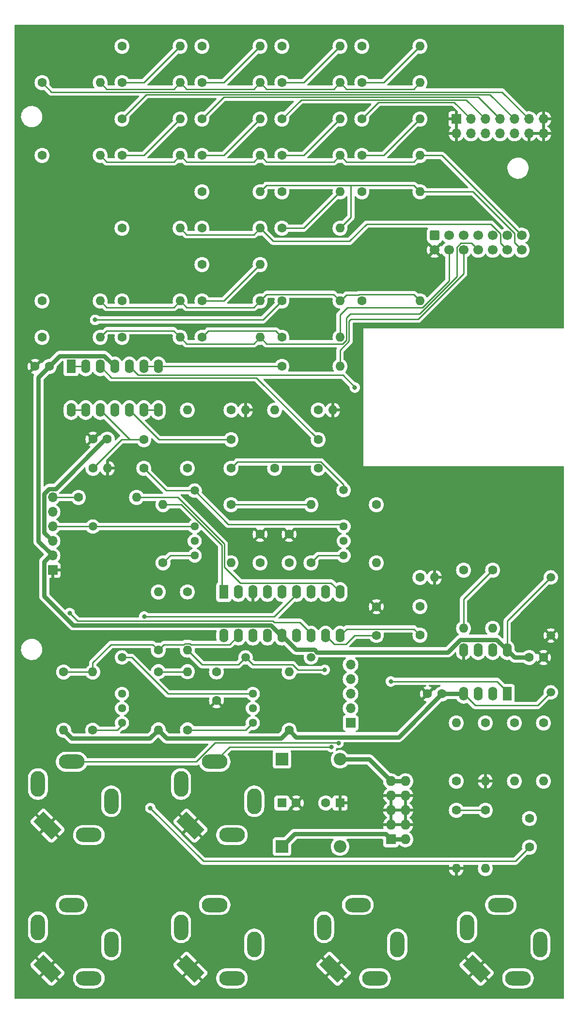
<source format=gbl>
G04 #@! TF.GenerationSoftware,KiCad,Pcbnew,7.0.2-6a45011f42~172~ubuntu22.04.1*
G04 #@! TF.CreationDate,2023-05-05T21:08:13-04:00*
G04 #@! TF.ProjectId,pmf_B1,706d665f-4231-42e6-9b69-6361645f7063,rev?*
G04 #@! TF.SameCoordinates,Original*
G04 #@! TF.FileFunction,Copper,L2,Bot*
G04 #@! TF.FilePolarity,Positive*
%FSLAX46Y46*%
G04 Gerber Fmt 4.6, Leading zero omitted, Abs format (unit mm)*
G04 Created by KiCad (PCBNEW 7.0.2-6a45011f42~172~ubuntu22.04.1) date 2023-05-05 21:08:13*
%MOMM*%
%LPD*%
G01*
G04 APERTURE LIST*
G04 Aperture macros list*
%AMRoundRect*
0 Rectangle with rounded corners*
0 $1 Rounding radius*
0 $2 $3 $4 $5 $6 $7 $8 $9 X,Y pos of 4 corners*
0 Add a 4 corners polygon primitive as box body*
4,1,4,$2,$3,$4,$5,$6,$7,$8,$9,$2,$3,0*
0 Add four circle primitives for the rounded corners*
1,1,$1+$1,$2,$3*
1,1,$1+$1,$4,$5*
1,1,$1+$1,$6,$7*
1,1,$1+$1,$8,$9*
0 Add four rect primitives between the rounded corners*
20,1,$1+$1,$2,$3,$4,$5,0*
20,1,$1+$1,$4,$5,$6,$7,0*
20,1,$1+$1,$6,$7,$8,$9,0*
20,1,$1+$1,$8,$9,$2,$3,0*%
%AMRotRect*
0 Rectangle, with rotation*
0 The origin of the aperture is its center*
0 $1 length*
0 $2 width*
0 $3 Rotation angle, in degrees counterclockwise*
0 Add horizontal line*
21,1,$1,$2,0,0,$3*%
G04 Aperture macros list end*
G04 #@! TA.AperFunction,ComponentPad*
%ADD10R,1.700000X1.700000*%
G04 #@! TD*
G04 #@! TA.AperFunction,ComponentPad*
%ADD11O,1.700000X1.700000*%
G04 #@! TD*
G04 #@! TA.AperFunction,ComponentPad*
%ADD12O,2.500000X4.500001*%
G04 #@! TD*
G04 #@! TA.AperFunction,ComponentPad*
%ADD13O,4.500001X2.500001*%
G04 #@! TD*
G04 #@! TA.AperFunction,ComponentPad*
%ADD14RotRect,4.500001X2.500001X315.000000*%
G04 #@! TD*
G04 #@! TA.AperFunction,ComponentPad*
%ADD15O,4.500000X2.500000*%
G04 #@! TD*
G04 #@! TA.AperFunction,ComponentPad*
%ADD16O,2.500000X4.500000*%
G04 #@! TD*
G04 #@! TA.AperFunction,ComponentPad*
%ADD17C,1.500000*%
G04 #@! TD*
G04 #@! TA.AperFunction,ComponentPad*
%ADD18C,1.600000*%
G04 #@! TD*
G04 #@! TA.AperFunction,ComponentPad*
%ADD19O,1.600000X1.600000*%
G04 #@! TD*
G04 #@! TA.AperFunction,ComponentPad*
%ADD20C,1.440000*%
G04 #@! TD*
G04 #@! TA.AperFunction,ComponentPad*
%ADD21R,1.600000X2.400000*%
G04 #@! TD*
G04 #@! TA.AperFunction,ComponentPad*
%ADD22O,1.600000X2.400000*%
G04 #@! TD*
G04 #@! TA.AperFunction,ComponentPad*
%ADD23R,1.600000X1.600000*%
G04 #@! TD*
G04 #@! TA.AperFunction,ComponentPad*
%ADD24R,2.200000X2.200000*%
G04 #@! TD*
G04 #@! TA.AperFunction,ComponentPad*
%ADD25O,2.200000X2.200000*%
G04 #@! TD*
G04 #@! TA.AperFunction,ComponentPad*
%ADD26R,1.727200X1.727200*%
G04 #@! TD*
G04 #@! TA.AperFunction,ComponentPad*
%ADD27O,1.727200X1.727200*%
G04 #@! TD*
G04 #@! TA.AperFunction,ComponentPad*
%ADD28RoundRect,0.250000X-0.600000X0.600000X-0.600000X-0.600000X0.600000X-0.600000X0.600000X0.600000X0*%
G04 #@! TD*
G04 #@! TA.AperFunction,ComponentPad*
%ADD29C,1.700000*%
G04 #@! TD*
G04 #@! TA.AperFunction,ViaPad*
%ADD30C,0.800000*%
G04 #@! TD*
G04 #@! TA.AperFunction,Conductor*
%ADD31C,0.750000*%
G04 #@! TD*
G04 #@! TA.AperFunction,Conductor*
%ADD32C,0.250000*%
G04 #@! TD*
G04 APERTURE END LIST*
D10*
G04 #@! TO.P,J2,1,Pin_1*
G04 #@! TO.N,Board_0-/Other stuff/IN1*
X160730000Y-136830000D03*
D11*
G04 #@! TO.P,J2,2,Pin_2*
G04 #@! TO.N,Board_0-/Other stuff/IN2*
X160730000Y-134290000D03*
G04 #@! TO.P,J2,3,Pin_3*
G04 #@! TO.N,Board_0-/Other stuff/RES_CV_IN*
X160730000Y-131750000D03*
G04 #@! TO.P,J2,4,Pin_4*
G04 #@! TO.N,Board_0-/Other stuff/FREQ_CV_IN*
X160730000Y-129210000D03*
G04 #@! TO.P,J2,5,Pin_5*
G04 #@! TO.N,Board_0-/Other stuff/V{slash}OCT_IN*
X160730000Y-126670000D03*
G04 #@! TD*
D10*
G04 #@! TO.P,J1,1,Pin_1*
G04 #@! TO.N,Board_0-GND*
X108660000Y-110160000D03*
D11*
G04 #@! TO.P,J1,2,Pin_2*
G04 #@! TO.N,Board_0-+12V*
X108660000Y-107620000D03*
G04 #@! TO.P,J1,3,Pin_3*
G04 #@! TO.N,Board_0--12V*
X108660000Y-105080000D03*
G04 #@! TO.P,J1,4,Pin_4*
G04 #@! TO.N,Board_0-/Filter core/INPUT*
X108660000Y-102540000D03*
G04 #@! TO.P,J1,5,Pin_5*
G04 #@! TO.N,Board_0-/Filter core/FREQ_CV*
X108660000Y-100000000D03*
G04 #@! TO.P,J1,6,Pin_6*
G04 #@! TO.N,Board_0-/Filter core/RES_CV*
X108660000Y-97460000D03*
G04 #@! TD*
D12*
G04 #@! TO.P,J5,R*
G04 #@! TO.N,N/C*
X118900000Y-150500000D03*
D13*
G04 #@! TO.P,J5,RN*
X115000000Y-156400000D03*
D14*
G04 #@! TO.P,J5,S*
G04 #@! TO.N,Board_0-GND*
X107760000Y-154740000D03*
D15*
G04 #@! TO.P,J5,T*
G04 #@! TO.N,Board_0-/Other stuff/IN1*
X112000000Y-143600000D03*
D16*
G04 #@! TO.P,J5,TN*
G04 #@! TO.N,N/C*
X106100000Y-147500000D03*
G04 #@! TD*
D12*
G04 #@! TO.P,J7,R*
G04 #@! TO.N,N/C*
X143900000Y-175500000D03*
D13*
G04 #@! TO.P,J7,RN*
X140000000Y-181400000D03*
D14*
G04 #@! TO.P,J7,S*
G04 #@! TO.N,Board_0-GND*
X132760000Y-179740000D03*
D15*
G04 #@! TO.P,J7,T*
G04 #@! TO.N,Board_0-/Other stuff/V{slash}OCT_IN*
X137000000Y-168600000D03*
D16*
G04 #@! TO.P,J7,TN*
G04 #@! TO.N,N/C*
X131100000Y-172500000D03*
G04 #@! TD*
D12*
G04 #@! TO.P,J8,R*
G04 #@! TO.N,N/C*
X143900000Y-150500000D03*
D13*
G04 #@! TO.P,J8,RN*
X140000000Y-156400000D03*
D14*
G04 #@! TO.P,J8,S*
G04 #@! TO.N,Board_0-GND*
X132760000Y-154740000D03*
D15*
G04 #@! TO.P,J8,T*
G04 #@! TO.N,Board_0-/Other stuff/FREQ_CV_IN*
X137000000Y-143600000D03*
D16*
G04 #@! TO.P,J8,TN*
G04 #@! TO.N,N/C*
X131100000Y-147500000D03*
G04 #@! TD*
D12*
G04 #@! TO.P,J6,R*
G04 #@! TO.N,N/C*
X118900000Y-175500000D03*
D13*
G04 #@! TO.P,J6,RN*
X115000000Y-181400000D03*
D14*
G04 #@! TO.P,J6,S*
G04 #@! TO.N,Board_0-GND*
X107760000Y-179740000D03*
D15*
G04 #@! TO.P,J6,T*
G04 #@! TO.N,Board_0-/Other stuff/IN2*
X112000000Y-168600000D03*
D16*
G04 #@! TO.P,J6,TN*
G04 #@! TO.N,N/C*
X106100000Y-172500000D03*
G04 #@! TD*
D12*
G04 #@! TO.P,J9,R*
G04 #@! TO.N,N/C*
X168900000Y-175500000D03*
D13*
G04 #@! TO.P,J9,RN*
X165000000Y-181400000D03*
D14*
G04 #@! TO.P,J9,S*
G04 #@! TO.N,Board_0-GND*
X157760000Y-179740000D03*
D15*
G04 #@! TO.P,J9,T*
G04 #@! TO.N,Board_0-/Other stuff/RES_CV_IN*
X162000000Y-168600000D03*
D16*
G04 #@! TO.P,J9,TN*
G04 #@! TO.N,N/C*
X156100000Y-172500000D03*
G04 #@! TD*
D12*
G04 #@! TO.P,J12,R*
G04 #@! TO.N,N/C*
X193900000Y-175500000D03*
D13*
G04 #@! TO.P,J12,RN*
X190000000Y-181400000D03*
D14*
G04 #@! TO.P,J12,S*
G04 #@! TO.N,Board_0-GND*
X182760000Y-179740000D03*
D15*
G04 #@! TO.P,J12,T*
G04 #@! TO.N,Board_0-/Other stuff/OUT*
X187000000Y-168600000D03*
D16*
G04 #@! TO.P,J12,TN*
G04 #@! TO.N,N/C*
X181100000Y-172500000D03*
G04 #@! TD*
D17*
G04 #@! TO.P,TP1,1,1*
G04 #@! TO.N,Board_0-/Filter core/INPUT*
X115710000Y-102550000D03*
G04 #@! TD*
D18*
G04 #@! TO.P,R15,1*
G04 #@! TO.N,Board_0-Net-(U2A-+)*
X184290000Y-136830000D03*
D19*
G04 #@! TO.P,R15,2*
G04 #@! TO.N,Board_0-GND*
X184290000Y-146990000D03*
G04 #@! TD*
D18*
G04 #@! TO.P,C4,1*
G04 #@! TO.N,Board_0-Net-(U5-OUT2)*
X139840000Y-92380000D03*
G04 #@! TO.P,C4,2*
G04 #@! TO.N,Board_0-Net-(U1C-+)*
X139840000Y-87380000D03*
G04 #@! TD*
G04 #@! TO.P,R3,1*
G04 #@! TO.N,Board_0-Net-(R3-Pad1)*
X153810000Y-108890000D03*
D19*
G04 #@! TO.P,R3,2*
G04 #@! TO.N,Board_0-Net-(U5-IN2)*
X153810000Y-98730000D03*
G04 #@! TD*
D17*
G04 #@! TO.P,TP2,1,1*
G04 #@! TO.N,Board_0-Net-(U5-OUT1)*
X133490000Y-96270000D03*
G04 #@! TD*
D18*
G04 #@! TO.P,R10,1*
G04 #@! TO.N,Board_0-Net-(U5-VRES)*
X165240000Y-98730000D03*
D19*
G04 #@! TO.P,R10,2*
G04 #@! TO.N,Board_0-Net-(R10-Pad2)*
X165240000Y-108890000D03*
G04 #@! TD*
D18*
G04 #@! TO.P,C3,1*
G04 #@! TO.N,Board_0-Net-(U5-CAP2)*
X144920000Y-108890000D03*
G04 #@! TO.P,C3,2*
G04 #@! TO.N,Board_0-GND*
X144920000Y-103890000D03*
G04 #@! TD*
G04 #@! TO.P,C2,1*
G04 #@! TO.N,Board_0-Net-(U5-OUT1)*
X124600000Y-92380000D03*
G04 #@! TO.P,C2,2*
G04 #@! TO.N,Board_0-Net-(U1D-+)*
X124600000Y-87380000D03*
G04 #@! TD*
G04 #@! TO.P,R6,1*
G04 #@! TO.N,Board_0-Net-(U5-IN2)*
X147460000Y-92380000D03*
D19*
G04 #@! TO.P,R6,2*
G04 #@! TO.N,Board_0-Net-(U5-OUT2)*
X147460000Y-82220000D03*
G04 #@! TD*
D18*
G04 #@! TO.P,R22,1*
G04 #@! TO.N,Board_0-/Filter core/INPUT*
X106820000Y-25070000D03*
D19*
G04 #@! TO.P,R22,2*
G04 #@! TO.N,Board_0-/Other stuff/M_NTB*
X116980000Y-25070000D03*
G04 #@! TD*
D18*
G04 #@! TO.P,R45,1*
G04 #@! TO.N,Board_0-Net-(R30-Pad2)*
X148730000Y-25070000D03*
D19*
G04 #@! TO.P,R45,2*
G04 #@! TO.N,Board_0-/Other stuff/M_NTB*
X158890000Y-25070000D03*
G04 #@! TD*
D18*
G04 #@! TO.P,R19,1*
G04 #@! TO.N,Board_0-/Filter core/INPUT*
X106820000Y-69520000D03*
D19*
G04 #@! TO.P,R19,2*
G04 #@! TO.N,Board_0-/Other stuff/M_HP2*
X116980000Y-69520000D03*
G04 #@! TD*
D18*
G04 #@! TO.P,R55,1*
G04 #@! TO.N,Board_0-Net-(R54-Pad2)*
X185560000Y-110160000D03*
D19*
G04 #@! TO.P,R55,2*
G04 #@! TO.N,Board_0-Net-(R55-Pad2)*
X185560000Y-120320000D03*
G04 #@! TD*
D18*
G04 #@! TO.P,R43,1*
G04 #@! TO.N,Board_0-Net-(R28-Pad2)*
X148730000Y-37770000D03*
D19*
G04 #@! TO.P,R43,2*
G04 #@! TO.N,Board_0-/Other stuff/M_NTA*
X158890000Y-37770000D03*
G04 #@! TD*
D18*
G04 #@! TO.P,R40,1*
G04 #@! TO.N,Board_0-/Filter core/LP3*
X148730000Y-63170000D03*
D19*
G04 #@! TO.P,R40,2*
G04 #@! TO.N,Board_0-/Other stuff/M_HP4*
X158890000Y-63170000D03*
G04 #@! TD*
D18*
G04 #@! TO.P,R13,1*
G04 #@! TO.N,Board_0-Net-(R13-Pad1)*
X132220000Y-138050000D03*
D19*
G04 #@! TO.P,R13,2*
G04 #@! TO.N,Board_0-Net-(U5-IN4)*
X132220000Y-127890000D03*
G04 #@! TD*
D17*
G04 #@! TO.P,TP3,1,1*
G04 #@! TO.N,Board_0-Net-(U5-OUT2)*
X159525000Y-96190000D03*
G04 #@! TD*
D18*
G04 #@! TO.P,R12,1*
G04 #@! TO.N,Board_0-Net-(R10-Pad2)*
X194450000Y-136830000D03*
D19*
G04 #@! TO.P,R12,2*
G04 #@! TO.N,Board_0-Net-(U2A--)*
X194450000Y-146990000D03*
G04 #@! TD*
D17*
G04 #@! TO.P,TP8,1,1*
G04 #@! TO.N,Board_0-GND*
X195720000Y-121590000D03*
G04 #@! TD*
D18*
G04 #@! TO.P,R11,1*
G04 #@! TO.N,Board_0-Net-(U5-IN3)*
X127140000Y-124130000D03*
D19*
G04 #@! TO.P,R11,2*
G04 #@! TO.N,Board_0-Net-(U5-OUT3)*
X127140000Y-113970000D03*
G04 #@! TD*
D18*
G04 #@! TO.P,R9,1*
G04 #@! TO.N,Board_0-Net-(U5-IN3)*
X110590000Y-127950000D03*
D19*
G04 #@! TO.P,R9,2*
G04 #@! TO.N,Board_0--12V*
X110590000Y-138110000D03*
G04 #@! TD*
D18*
G04 #@! TO.P,R75,1*
G04 #@! TO.N,Board_0-Net-(U1D-+)*
X115710000Y-92380000D03*
D19*
G04 #@! TO.P,R75,2*
G04 #@! TO.N,Board_0-GND*
X118250000Y-92380000D03*
G04 #@! TD*
D18*
G04 #@! TO.P,R8,1*
G04 #@! TO.N,Board_0-Net-(R8-Pad1)*
X115670000Y-138110000D03*
D19*
G04 #@! TO.P,R8,2*
G04 #@! TO.N,Board_0-Net-(U5-IN3)*
X115670000Y-127950000D03*
G04 #@! TD*
D18*
G04 #@! TO.P,C9,1*
G04 #@! TO.N,Board_0-Net-(C9-Pad1)*
X192000000Y-153500000D03*
G04 #@! TO.P,C9,2*
G04 #@! TO.N,Board_0-/Filter core/INPUT*
X192000000Y-158500000D03*
G04 #@! TD*
G04 #@! TO.P,R77,1*
G04 #@! TO.N,Board_0-Net-(U1A-+)*
X155080000Y-82220000D03*
D19*
G04 #@! TO.P,R77,2*
G04 #@! TO.N,Board_0-GND*
X157620000Y-82220000D03*
G04 #@! TD*
D18*
G04 #@! TO.P,C20,1*
G04 #@! TO.N,Board_0-GND*
X115710000Y-87300000D03*
G04 #@! TO.P,C20,2*
G04 #@! TO.N,Board_0--12V*
X118210000Y-87300000D03*
G04 #@! TD*
G04 #@! TO.P,R2,1*
G04 #@! TO.N,Board_0-Net-(U5-IN1)*
X132220000Y-92380000D03*
D19*
G04 #@! TO.P,R2,2*
G04 #@! TO.N,Board_0-Net-(U5-OUT1)*
X132220000Y-82220000D03*
G04 #@! TD*
D18*
G04 #@! TO.P,R54,1*
G04 #@! TO.N,Board_0-Net-(J11-Pin_1)*
X180480000Y-110160000D03*
D19*
G04 #@! TO.P,R54,2*
G04 #@! TO.N,Board_0-Net-(R54-Pad2)*
X180480000Y-120320000D03*
G04 #@! TD*
D20*
G04 #@! TO.P,RV4,1,1*
G04 #@! TO.N,Board_0-Net-(U5-OUT3)*
X143650000Y-131740000D03*
G04 #@! TO.P,RV4,2,2*
G04 #@! TO.N,Board_0-Net-(R13-Pad1)*
X143650000Y-134280000D03*
G04 #@! TO.P,RV4,3,3*
X143650000Y-136820000D03*
G04 #@! TD*
D18*
G04 #@! TO.P,R18,1*
G04 #@! TO.N,Board_0-Net-(U2A-+)*
X179210000Y-146990000D03*
D19*
G04 #@! TO.P,R18,2*
G04 #@! TO.N,Board_0-/Filter core/LP4*
X179210000Y-136830000D03*
G04 #@! TD*
D18*
G04 #@! TO.P,R42,1*
G04 #@! TO.N,Board_0-Net-(R27-Pad2)*
X120790000Y-37770000D03*
D19*
G04 #@! TO.P,R42,2*
G04 #@! TO.N,Board_0-/Other stuff/M_NTA*
X130950000Y-37770000D03*
G04 #@! TD*
D18*
G04 #@! TO.P,R1,1*
G04 #@! TO.N,Board_0-Net-(R1-Pad1)*
X127950000Y-108900000D03*
D19*
G04 #@! TO.P,R1,2*
G04 #@! TO.N,Board_0-Net-(U5-IN1)*
X127950000Y-98740000D03*
G04 #@! TD*
D18*
G04 #@! TO.P,R47,1*
G04 #@! TO.N,Board_0-Net-(R33-Pad2)*
X134760000Y-63170000D03*
D19*
G04 #@! TO.P,R47,2*
G04 #@! TO.N,Board_0-/Other stuff/M_HP4*
X144920000Y-63170000D03*
G04 #@! TD*
D20*
G04 #@! TO.P,RV1,1,1*
G04 #@! TO.N,Board_0-/Filter core/INPUT*
X133490000Y-102540000D03*
G04 #@! TO.P,RV1,2,2*
G04 #@! TO.N,Board_0-Net-(R1-Pad1)*
X133490000Y-105080000D03*
G04 #@! TO.P,RV1,3,3*
X133490000Y-107620000D03*
G04 #@! TD*
D18*
G04 #@! TO.P,R78,1*
G04 #@! TO.N,Board_0-Net-(U1B-+)*
X172860000Y-111430000D03*
D19*
G04 #@! TO.P,R78,2*
G04 #@! TO.N,Board_0-GND*
X175400000Y-111430000D03*
G04 #@! TD*
D18*
G04 #@! TO.P,R30,1*
G04 #@! TO.N,Board_0-/Filter core/LP3*
X148730000Y-18720000D03*
D19*
G04 #@! TO.P,R30,2*
G04 #@! TO.N,Board_0-Net-(R30-Pad2)*
X158890000Y-18720000D03*
G04 #@! TD*
D21*
G04 #@! TO.P,U2,1*
G04 #@! TO.N,Board_0-Net-(R10-Pad2)*
X188100000Y-131750000D03*
D22*
G04 #@! TO.P,U2,2,-*
G04 #@! TO.N,Board_0-Net-(U2A--)*
X185560000Y-131750000D03*
G04 #@! TO.P,U2,3,+*
G04 #@! TO.N,Board_0-Net-(U2A-+)*
X183020000Y-131750000D03*
G04 #@! TO.P,U2,4,V-*
G04 #@! TO.N,Board_0--12V*
X180480000Y-131750000D03*
G04 #@! TO.P,U2,5,+*
G04 #@! TO.N,Board_0-GND*
X180480000Y-124130000D03*
G04 #@! TO.P,U2,6,-*
G04 #@! TO.N,Board_0-Net-(J11-Pin_1)*
X183020000Y-124130000D03*
G04 #@! TO.P,U2,7*
G04 #@! TO.N,Board_0-Net-(R55-Pad2)*
X185560000Y-124130000D03*
G04 #@! TO.P,U2,8,V+*
G04 #@! TO.N,Board_0-+12V*
X188100000Y-124130000D03*
G04 #@! TD*
D18*
G04 #@! TO.P,R23,1*
G04 #@! TO.N,Board_0-/Filter core/LP1*
X120790000Y-69520000D03*
D19*
G04 #@! TO.P,R23,2*
G04 #@! TO.N,Board_0-/Other stuff/M_HP2*
X130950000Y-69520000D03*
G04 #@! TD*
D18*
G04 #@! TO.P,R17,1*
G04 #@! TO.N,Board_0-Net-(U2A--)*
X189370000Y-136830000D03*
D19*
G04 #@! TO.P,R17,2*
G04 #@! TO.N,Board_0-Net-(C9-Pad1)*
X189370000Y-146990000D03*
G04 #@! TD*
D18*
G04 #@! TO.P,R50,1*
G04 #@! TO.N,Board_0-Net-(R36-Pad2)*
X134760000Y-37770000D03*
D19*
G04 #@! TO.P,R50,2*
G04 #@! TO.N,Board_0-/Other stuff/M_NTA*
X144920000Y-37770000D03*
G04 #@! TD*
D18*
G04 #@! TO.P,R16,1*
G04 #@! TO.N,Board_0-Net-(U5-IN4)*
X132220000Y-113960000D03*
D19*
G04 #@! TO.P,R16,2*
G04 #@! TO.N,Board_0-Net-(U5-OUT4)*
X132220000Y-124120000D03*
G04 #@! TD*
D18*
G04 #@! TO.P,R48,1*
G04 #@! TO.N,Board_0-/Filter core/LP4*
X162700000Y-63170000D03*
D19*
G04 #@! TO.P,R48,2*
G04 #@! TO.N,Board_0-/Other stuff/M_HP4*
X172860000Y-63170000D03*
G04 #@! TD*
D18*
G04 #@! TO.P,R26,1*
G04 #@! TO.N,Board_0-/Filter core/LP3*
X148730000Y-44120000D03*
D19*
G04 #@! TO.P,R26,2*
G04 #@! TO.N,Board_0-Net-(R26-Pad2)*
X158890000Y-44120000D03*
G04 #@! TD*
D23*
G04 #@! TO.P,C10,1*
G04 #@! TO.N,Board_0-+12V*
X148730000Y-150800000D03*
D18*
G04 #@! TO.P,C10,2*
G04 #@! TO.N,Board_0-GND*
X151230000Y-150800000D03*
G04 #@! TD*
G04 #@! TO.P,C5,1*
G04 #@! TO.N,Board_0-Net-(U5-CAP3)*
X137300000Y-127930000D03*
G04 #@! TO.P,C5,2*
G04 #@! TO.N,Board_0-GND*
X137300000Y-132930000D03*
G04 #@! TD*
G04 #@! TO.P,R56,1*
G04 #@! TO.N,Board_0-Net-(R55-Pad2)*
X179210000Y-152070000D03*
D19*
G04 #@! TO.P,R56,2*
G04 #@! TO.N,Board_0-GND*
X179210000Y-162230000D03*
G04 #@! TD*
D21*
G04 #@! TO.P,U5,1,IN1*
G04 #@! TO.N,Board_0-Net-(U5-IN1)*
X138580000Y-113980000D03*
D22*
G04 #@! TO.P,U5,2,IN2*
G04 #@! TO.N,Board_0-Net-(U5-IN2)*
X141120000Y-113980000D03*
G04 #@! TO.P,U5,3,GND*
G04 #@! TO.N,Board_0-GND*
X143660000Y-113980000D03*
G04 #@! TO.P,U5,4,CAP2*
G04 #@! TO.N,Board_0-Net-(U5-CAP2)*
X146200000Y-113980000D03*
G04 #@! TO.P,U5,5,CAP1*
G04 #@! TO.N,Board_0-Net-(U5-CAP1)*
X148740000Y-113980000D03*
G04 #@! TO.P,U5,6,OUT2*
G04 #@! TO.N,Board_0-Net-(U5-OUT2)*
X151280000Y-113980000D03*
G04 #@! TO.P,U5,7,OUT1*
G04 #@! TO.N,Board_0-Net-(U5-OUT1)*
X153820000Y-113980000D03*
G04 #@! TO.P,U5,8,VRES*
G04 #@! TO.N,Board_0-Net-(U5-VRES)*
X156360000Y-113980000D03*
G04 #@! TO.P,U5,9,IRES*
G04 #@! TO.N,Board_0-Net-(U5-IRES)*
X158900000Y-113980000D03*
G04 #@! TO.P,U5,10,OUT4*
G04 #@! TO.N,Board_0-Net-(U5-OUT4)*
X158900000Y-121600000D03*
G04 #@! TO.P,U5,11,CAP4*
G04 #@! TO.N,Board_0-Net-(U5-CAP4)*
X156360000Y-121600000D03*
G04 #@! TO.P,U5,12,VCFI*
G04 #@! TO.N,Board_0-/Filter core/FREQ_CV*
X153820000Y-121600000D03*
G04 #@! TO.P,U5,13,VEE*
G04 #@! TO.N,Board_0-Net-(U5-VEE)*
X151280000Y-121600000D03*
G04 #@! TO.P,U5,14,VCC*
G04 #@! TO.N,Board_0-+12V*
X148740000Y-121600000D03*
G04 #@! TO.P,U5,15,OUT3*
G04 #@! TO.N,Board_0-Net-(U5-OUT3)*
X146200000Y-121600000D03*
G04 #@! TO.P,U5,16,CAP3*
G04 #@! TO.N,Board_0-Net-(U5-CAP3)*
X143660000Y-121600000D03*
G04 #@! TO.P,U5,17,IN3*
G04 #@! TO.N,Board_0-Net-(U5-IN3)*
X141120000Y-121600000D03*
G04 #@! TO.P,U5,18,IN4*
G04 #@! TO.N,Board_0-Net-(U5-IN4)*
X138580000Y-121600000D03*
G04 #@! TD*
D17*
G04 #@! TO.P,TP7,1,1*
G04 #@! TO.N,Board_0-+12V*
X195720000Y-111430000D03*
G04 #@! TD*
D18*
G04 #@! TO.P,R21,1*
G04 #@! TO.N,Board_0-/Filter core/INPUT*
X106820000Y-37770000D03*
D19*
G04 #@! TO.P,R21,2*
G04 #@! TO.N,Board_0-/Other stuff/M_NTA*
X116980000Y-37770000D03*
G04 #@! TD*
D18*
G04 #@! TO.P,C7,1*
G04 #@! TO.N,Board_0-Net-(U5-CAP4)*
X165240000Y-121550000D03*
G04 #@! TO.P,C7,2*
G04 #@! TO.N,Board_0-GND*
X165240000Y-116550000D03*
G04 #@! TD*
G04 #@! TO.P,R53,1*
G04 #@! TO.N,Board_0-Net-(R39-Pad2)*
X162700000Y-25070000D03*
D19*
G04 #@! TO.P,R53,2*
G04 #@! TO.N,Board_0-/Other stuff/M_NTB*
X172860000Y-25070000D03*
G04 #@! TD*
D18*
G04 #@! TO.P,C12,1*
G04 #@! TO.N,Board_0-+12V*
X191950000Y-125400000D03*
G04 #@! TO.P,C12,2*
G04 #@! TO.N,Board_0-GND*
X194450000Y-125400000D03*
G04 #@! TD*
G04 #@! TO.P,R37,1*
G04 #@! TO.N,Board_0-/Filter core/LP4*
X162700000Y-31420000D03*
D19*
G04 #@! TO.P,R37,2*
G04 #@! TO.N,Board_0-Net-(R37-Pad2)*
X172860000Y-31420000D03*
G04 #@! TD*
D21*
G04 #@! TO.P,U1,1*
G04 #@! TO.N,Board_0-/Filter core/LP3*
X111900000Y-74600000D03*
D22*
G04 #@! TO.P,U1,2,-*
X114440000Y-74600000D03*
G04 #@! TO.P,U1,3,+*
G04 #@! TO.N,Board_0-Net-(U1A-+)*
X116980000Y-74600000D03*
G04 #@! TO.P,U1,4,V+*
G04 #@! TO.N,Board_0-+12V*
X119520000Y-74600000D03*
G04 #@! TO.P,U1,5,+*
G04 #@! TO.N,Board_0-Net-(U1B-+)*
X122060000Y-74600000D03*
G04 #@! TO.P,U1,6,-*
G04 #@! TO.N,Board_0-/Filter core/LP4*
X124600000Y-74600000D03*
G04 #@! TO.P,U1,7*
X127140000Y-74600000D03*
G04 #@! TO.P,U1,8*
G04 #@! TO.N,Board_0-/Filter core/LP2*
X127140000Y-82220000D03*
G04 #@! TO.P,U1,9,-*
X124600000Y-82220000D03*
G04 #@! TO.P,U1,10,+*
G04 #@! TO.N,Board_0-Net-(U1C-+)*
X122060000Y-82220000D03*
G04 #@! TO.P,U1,11,V-*
G04 #@! TO.N,Board_0--12V*
X119520000Y-82220000D03*
G04 #@! TO.P,U1,12,+*
G04 #@! TO.N,Board_0-Net-(U1D-+)*
X116980000Y-82220000D03*
G04 #@! TO.P,U1,13,-*
G04 #@! TO.N,Board_0-/Filter core/LP1*
X114440000Y-82220000D03*
G04 #@! TO.P,U1,14*
X111900000Y-82220000D03*
G04 #@! TD*
D18*
G04 #@! TO.P,R35,1*
G04 #@! TO.N,Board_0-/Filter core/LP2*
X134760000Y-44120000D03*
D19*
G04 #@! TO.P,R35,2*
G04 #@! TO.N,Board_0-/Other stuff/M_BP4*
X144920000Y-44120000D03*
G04 #@! TD*
D18*
G04 #@! TO.P,R34,1*
G04 #@! TO.N,Board_0-/Filter core/LP2*
X134760000Y-50470000D03*
D19*
G04 #@! TO.P,R34,2*
G04 #@! TO.N,Board_0-/Other stuff/M_BP2*
X144920000Y-50470000D03*
G04 #@! TD*
D18*
G04 #@! TO.P,R44,1*
G04 #@! TO.N,Board_0-Net-(R29-Pad2)*
X120790000Y-25070000D03*
D19*
G04 #@! TO.P,R44,2*
G04 #@! TO.N,Board_0-/Other stuff/M_NTB*
X130950000Y-25070000D03*
G04 #@! TD*
D18*
G04 #@! TO.P,R46,1*
G04 #@! TO.N,Board_0-/Filter core/LP4*
X148730000Y-74600000D03*
D19*
G04 #@! TO.P,R46,2*
G04 #@! TO.N,Board_0-/Other stuff/M_LP4*
X158890000Y-74600000D03*
G04 #@! TD*
D20*
G04 #@! TO.P,RV3,1,1*
G04 #@! TO.N,Board_0-Net-(U5-OUT2)*
X120790000Y-131740000D03*
G04 #@! TO.P,RV3,2,2*
G04 #@! TO.N,Board_0-Net-(R8-Pad1)*
X120790000Y-134280000D03*
G04 #@! TO.P,RV3,3,3*
X120790000Y-136820000D03*
G04 #@! TD*
D18*
G04 #@! TO.P,R76,1*
G04 #@! TO.N,Board_0-Net-(U1C-+)*
X139840000Y-82220000D03*
D19*
G04 #@! TO.P,R76,2*
G04 #@! TO.N,Board_0-GND*
X142380000Y-82220000D03*
G04 #@! TD*
D18*
G04 #@! TO.P,R38,1*
G04 #@! TO.N,Board_0-/Filter core/LP2*
X134760000Y-18720000D03*
D19*
G04 #@! TO.P,R38,2*
G04 #@! TO.N,Board_0-Net-(R38-Pad2)*
X144920000Y-18720000D03*
G04 #@! TD*
D17*
G04 #@! TO.P,TP9,1,1*
G04 #@! TO.N,Board_0--12V*
X195720000Y-131490000D03*
G04 #@! TD*
D18*
G04 #@! TO.P,R29,1*
G04 #@! TO.N,Board_0-/Filter core/LP1*
X120790000Y-18720000D03*
D19*
G04 #@! TO.P,R29,2*
G04 #@! TO.N,Board_0-Net-(R29-Pad2)*
X130950000Y-18720000D03*
G04 #@! TD*
D18*
G04 #@! TO.P,R20,1*
G04 #@! TO.N,Board_0-/Filter core/INPUT*
X106820000Y-63170000D03*
D19*
G04 #@! TO.P,R20,2*
G04 #@! TO.N,Board_0-/Other stuff/M_HP4*
X116980000Y-63170000D03*
G04 #@! TD*
D18*
G04 #@! TO.P,C13,1*
G04 #@! TO.N,Board_0-GND*
X174170000Y-131750000D03*
G04 #@! TO.P,C13,2*
G04 #@! TO.N,Board_0--12V*
X176670000Y-131750000D03*
G04 #@! TD*
G04 #@! TO.P,R24,1*
G04 #@! TO.N,Board_0-/Filter core/LP1*
X120790000Y-63170000D03*
D19*
G04 #@! TO.P,R24,2*
G04 #@! TO.N,Board_0-/Other stuff/M_HP4*
X130950000Y-63170000D03*
G04 #@! TD*
D18*
G04 #@! TO.P,R31,1*
G04 #@! TO.N,Board_0-/Filter core/LP2*
X148730000Y-69520000D03*
D19*
G04 #@! TO.P,R31,2*
G04 #@! TO.N,Board_0-/Other stuff/M_LP2*
X158890000Y-69520000D03*
G04 #@! TD*
D18*
G04 #@! TO.P,R36,1*
G04 #@! TO.N,Board_0-/Filter core/LP2*
X134760000Y-31420000D03*
D19*
G04 #@! TO.P,R36,2*
G04 #@! TO.N,Board_0-Net-(R36-Pad2)*
X144920000Y-31420000D03*
G04 #@! TD*
D10*
G04 #@! TO.P,J16,1,Pin_1*
G04 #@! TO.N,Board_0-GND*
X179210000Y-31420000D03*
D11*
G04 #@! TO.P,J16,2,Pin_2*
X179210000Y-33960000D03*
G04 #@! TO.P,J16,3,Pin_3*
G04 #@! TO.N,Board_0-/Filter core/LP4*
X181750000Y-31420000D03*
G04 #@! TO.P,J16,4,Pin_4*
G04 #@! TO.N,Board_0-/Other stuff/LINK4*
X181750000Y-33960000D03*
G04 #@! TO.P,J16,5,Pin_5*
G04 #@! TO.N,Board_0-/Filter core/LP3*
X184290000Y-31420000D03*
G04 #@! TO.P,J16,6,Pin_6*
G04 #@! TO.N,Board_0-/Other stuff/LINK3*
X184290000Y-33960000D03*
G04 #@! TO.P,J16,7,Pin_7*
G04 #@! TO.N,Board_0-/Filter core/LP2*
X186830000Y-31420000D03*
G04 #@! TO.P,J16,8,Pin_8*
G04 #@! TO.N,Board_0-/Other stuff/LINK2*
X186830000Y-33960000D03*
G04 #@! TO.P,J16,9,Pin_9*
G04 #@! TO.N,Board_0-/Filter core/LP1*
X189370000Y-31420000D03*
G04 #@! TO.P,J16,10,Pin_10*
G04 #@! TO.N,Board_0-/Other stuff/LINK1*
X189370000Y-33960000D03*
G04 #@! TO.P,J16,11,Pin_11*
G04 #@! TO.N,Board_0-/Filter core/INPUT*
X191910000Y-31420000D03*
G04 #@! TO.P,J16,12,Pin_12*
G04 #@! TO.N,Board_0-GND*
X191910000Y-33960000D03*
G04 #@! TO.P,J16,13,Pin_13*
X194450000Y-31420000D03*
G04 #@! TO.P,J16,14,Pin_14*
X194450000Y-33960000D03*
G04 #@! TD*
D18*
G04 #@! TO.P,R7,1*
G04 #@! TO.N,Board_0-/Filter core/RES_CV*
X113170000Y-97460000D03*
D19*
G04 #@! TO.P,R7,2*
G04 #@! TO.N,Board_0-Net-(U5-IRES)*
X123330000Y-97460000D03*
G04 #@! TD*
D18*
G04 #@! TO.P,C19,1*
G04 #@! TO.N,Board_0-+12V*
X108090000Y-74600000D03*
G04 #@! TO.P,C19,2*
G04 #@! TO.N,Board_0-GND*
X105590000Y-74600000D03*
G04 #@! TD*
D24*
G04 #@! TO.P,D2,1,K*
G04 #@! TO.N,Board_0-/Other stuff/-12V_IN*
X148730000Y-158420000D03*
D25*
G04 #@! TO.P,D2,2,A*
G04 #@! TO.N,Board_0--12V*
X158890000Y-158420000D03*
G04 #@! TD*
D18*
G04 #@! TO.P,R27,1*
G04 #@! TO.N,Board_0-/Filter core/LP1*
X120790000Y-31420000D03*
D19*
G04 #@! TO.P,R27,2*
G04 #@! TO.N,Board_0-Net-(R27-Pad2)*
X130950000Y-31420000D03*
G04 #@! TD*
D17*
G04 #@! TO.P,TP5,1,1*
G04 #@! TO.N,Board_0-Net-(U5-OUT3)*
X120790000Y-125390000D03*
G04 #@! TD*
D26*
G04 #@! TO.P,J10,1,-12V*
G04 #@! TO.N,Board_0-/Other stuff/-12V_IN*
X167780000Y-157150000D03*
D27*
G04 #@! TO.P,J10,2,-12V*
X170320000Y-157150000D03*
G04 #@! TO.P,J10,3,GND*
G04 #@! TO.N,Board_0-GND*
X167780000Y-154610000D03*
G04 #@! TO.P,J10,4,GND*
X170320000Y-154610000D03*
G04 #@! TO.P,J10,5,GND*
X167780000Y-152070000D03*
G04 #@! TO.P,J10,6,GND*
X170320000Y-152070000D03*
G04 #@! TO.P,J10,7,GND*
X167780000Y-149530000D03*
G04 #@! TO.P,J10,8,GND*
X170320000Y-149530000D03*
G04 #@! TO.P,J10,9,+12V*
G04 #@! TO.N,Board_0-/Other stuff/+12V_IN*
X167780000Y-146990000D03*
G04 #@! TO.P,J10,10,+12V*
X170320000Y-146990000D03*
G04 #@! TD*
D18*
G04 #@! TO.P,R4,1*
G04 #@! TO.N,Board_0--12V*
X150000000Y-138100000D03*
D19*
G04 #@! TO.P,R4,2*
G04 #@! TO.N,Board_0-Net-(U5-VEE)*
X150000000Y-127940000D03*
G04 #@! TD*
D18*
G04 #@! TO.P,R41,1*
G04 #@! TO.N,Board_0-Net-(R26-Pad2)*
X148730000Y-50470000D03*
D19*
G04 #@! TO.P,R41,2*
G04 #@! TO.N,Board_0-/Other stuff/M_BP4*
X158890000Y-50470000D03*
G04 #@! TD*
D18*
G04 #@! TO.P,R28,1*
G04 #@! TO.N,Board_0-/Filter core/LP3*
X148730000Y-31420000D03*
D19*
G04 #@! TO.P,R28,2*
G04 #@! TO.N,Board_0-Net-(R28-Pad2)*
X158890000Y-31420000D03*
G04 #@! TD*
D23*
G04 #@! TO.P,C11,1*
G04 #@! TO.N,Board_0-GND*
X158890000Y-150800000D03*
D18*
G04 #@! TO.P,C11,2*
G04 #@! TO.N,Board_0--12V*
X156390000Y-150800000D03*
G04 #@! TD*
G04 #@! TO.P,C1,1*
G04 #@! TO.N,Board_0-Net-(U5-CAP1)*
X150000000Y-108890000D03*
G04 #@! TO.P,C1,2*
G04 #@! TO.N,Board_0-GND*
X150000000Y-103890000D03*
G04 #@! TD*
G04 #@! TO.P,R39,1*
G04 #@! TO.N,Board_0-/Filter core/LP4*
X162700000Y-18720000D03*
D19*
G04 #@! TO.P,R39,2*
G04 #@! TO.N,Board_0-Net-(R39-Pad2)*
X172860000Y-18720000D03*
G04 #@! TD*
D18*
G04 #@! TO.P,R5,1*
G04 #@! TO.N,Board_0-Net-(U5-IN2)*
X139840000Y-98730000D03*
D19*
G04 #@! TO.P,R5,2*
G04 #@! TO.N,Board_0--12V*
X139840000Y-108890000D03*
G04 #@! TD*
D20*
G04 #@! TO.P,RV2,1,1*
G04 #@! TO.N,Board_0-Net-(U5-OUT1)*
X159525000Y-102530000D03*
G04 #@! TO.P,RV2,2,2*
G04 #@! TO.N,Board_0-Net-(R3-Pad1)*
X159525000Y-105070000D03*
G04 #@! TO.P,RV2,3,3*
X159525000Y-107610000D03*
G04 #@! TD*
D18*
G04 #@! TO.P,R51,1*
G04 #@! TO.N,Board_0-Net-(R37-Pad2)*
X162700000Y-37770000D03*
D19*
G04 #@! TO.P,R51,2*
G04 #@! TO.N,Board_0-/Other stuff/M_NTA*
X172860000Y-37770000D03*
G04 #@! TD*
D18*
G04 #@! TO.P,R49,1*
G04 #@! TO.N,Board_0-/Filter core/LP4*
X162700000Y-44120000D03*
D19*
G04 #@! TO.P,R49,2*
G04 #@! TO.N,Board_0-/Other stuff/M_BP4*
X172860000Y-44120000D03*
G04 #@! TD*
D18*
G04 #@! TO.P,C8,1*
G04 #@! TO.N,Board_0-Net-(U5-OUT4)*
X172860000Y-121510000D03*
G04 #@! TO.P,C8,2*
G04 #@! TO.N,Board_0-Net-(U1B-+)*
X172860000Y-116510000D03*
G04 #@! TD*
G04 #@! TO.P,C6,1*
G04 #@! TO.N,Board_0-Net-(U5-OUT3)*
X155080000Y-92380000D03*
G04 #@! TO.P,C6,2*
G04 #@! TO.N,Board_0-Net-(U1A-+)*
X155080000Y-87380000D03*
G04 #@! TD*
G04 #@! TO.P,R57,1*
G04 #@! TO.N,Board_0-Net-(R55-Pad2)*
X184290000Y-152070000D03*
D19*
G04 #@! TO.P,R57,2*
G04 #@! TO.N,Board_0-/Other stuff/OUT*
X184290000Y-162230000D03*
G04 #@! TD*
D18*
G04 #@! TO.P,R25,1*
G04 #@! TO.N,Board_0-/Filter core/LP1*
X120790000Y-50470000D03*
D19*
G04 #@! TO.P,R25,2*
G04 #@! TO.N,Board_0-/Other stuff/M_BP2*
X130950000Y-50470000D03*
G04 #@! TD*
D17*
G04 #@! TO.P,TP6,1,1*
G04 #@! TO.N,Board_0-Net-(U5-OUT4)*
X142380000Y-125390000D03*
G04 #@! TD*
D18*
G04 #@! TO.P,R32,1*
G04 #@! TO.N,Board_0-/Filter core/LP2*
X134760000Y-69520000D03*
D19*
G04 #@! TO.P,R32,2*
G04 #@! TO.N,Board_0-/Other stuff/M_HP2*
X144920000Y-69520000D03*
G04 #@! TD*
D24*
G04 #@! TO.P,D1,1,K*
G04 #@! TO.N,Board_0-+12V*
X148730000Y-143180000D03*
D25*
G04 #@! TO.P,D1,2,A*
G04 #@! TO.N,Board_0-/Other stuff/+12V_IN*
X158890000Y-143180000D03*
G04 #@! TD*
D17*
G04 #@! TO.P,TP4,1,1*
G04 #@! TO.N,Board_0-/Filter core/FREQ_CV*
X153810000Y-125400000D03*
G04 #@! TD*
D18*
G04 #@! TO.P,R52,1*
G04 #@! TO.N,Board_0-Net-(R38-Pad2)*
X134760000Y-25070000D03*
D19*
G04 #@! TO.P,R52,2*
G04 #@! TO.N,Board_0-/Other stuff/M_NTB*
X144920000Y-25070000D03*
G04 #@! TD*
D18*
G04 #@! TO.P,R14,1*
G04 #@! TO.N,Board_0-Net-(U5-IN4)*
X127140000Y-127890000D03*
D19*
G04 #@! TO.P,R14,2*
G04 #@! TO.N,Board_0--12V*
X127140000Y-138050000D03*
G04 #@! TD*
D18*
G04 #@! TO.P,R33,1*
G04 #@! TO.N,Board_0-/Filter core/LP2*
X134760000Y-56820000D03*
D19*
G04 #@! TO.P,R33,2*
G04 #@! TO.N,Board_0-Net-(R33-Pad2)*
X144920000Y-56820000D03*
G04 #@! TD*
D28*
G04 #@! TO.P,J11,1,Pin_1*
G04 #@! TO.N,Board_0-Net-(J11-Pin_1)*
X175400000Y-51740000D03*
D29*
G04 #@! TO.P,J11,2,Pin_2*
G04 #@! TO.N,Board_0-GND*
X175400000Y-54280000D03*
G04 #@! TO.P,J11,3,Pin_3*
G04 #@! TO.N,Board_0-/Other stuff/LINK4*
X177940000Y-51740000D03*
G04 #@! TO.P,J11,4,Pin_4*
G04 #@! TO.N,Board_0-/Other stuff/M_LP2*
X177940000Y-54280000D03*
G04 #@! TO.P,J11,5,Pin_5*
G04 #@! TO.N,Board_0-/Other stuff/LINK3*
X180480000Y-51740000D03*
G04 #@! TO.P,J11,6,Pin_6*
G04 #@! TO.N,Board_0-/Other stuff/M_LP4*
X180480000Y-54280000D03*
G04 #@! TO.P,J11,7,Pin_7*
G04 #@! TO.N,Board_0-/Other stuff/LINK2*
X183020000Y-51740000D03*
G04 #@! TO.P,J11,8,Pin_8*
G04 #@! TO.N,Board_0-/Other stuff/M_HP2*
X183020000Y-54280000D03*
G04 #@! TO.P,J11,9,Pin_9*
G04 #@! TO.N,Board_0-/Other stuff/LINK1*
X185560000Y-51740000D03*
G04 #@! TO.P,J11,10,Pin_10*
G04 #@! TO.N,Board_0-/Other stuff/M_HP4*
X185560000Y-54280000D03*
G04 #@! TO.P,J11,11,Pin_11*
G04 #@! TO.N,Board_0-/Other stuff/M_NTB*
X188100000Y-51740000D03*
G04 #@! TO.P,J11,12,Pin_12*
G04 #@! TO.N,Board_0-/Other stuff/M_BP2*
X188100000Y-54280000D03*
G04 #@! TO.P,J11,13,Pin_13*
G04 #@! TO.N,Board_0-/Other stuff/M_NTA*
X190640000Y-51740000D03*
G04 #@! TO.P,J11,14,Pin_14*
G04 #@! TO.N,Board_0-/Other stuff/M_BP4*
X190640000Y-54280000D03*
G04 #@! TD*
D30*
G04 #@! TO.N,Board_0-/Filter core/FREQ_CV*
X111646000Y-117653000D03*
G04 #@! TO.N,Board_0-/Filter core/INPUT*
X125743000Y-151689000D03*
G04 #@! TO.N,Board_0-/Filter core/LP3*
X116091000Y-66472000D03*
G04 #@! TO.N,Board_0-/Other stuff/FREQ_CV_IN*
X157366000Y-141021000D03*
G04 #@! TO.N,Board_0-/Other stuff/IN1*
X158624228Y-140329500D03*
G04 #@! TO.N,Board_0-Net-(R10-Pad2)*
X167780000Y-129591000D03*
G04 #@! TO.N,Board_0-Net-(U1B-+)*
X161467500Y-78283000D03*
G04 #@! TO.N,Board_0-Net-(U5-OUT2)*
X124671368Y-118251354D03*
G04 #@! TO.N,Board_0-Net-(U5-OUT4)*
X156223000Y-127559000D03*
G04 #@! TD*
D31*
G04 #@! TO.N,Board_0-+12V*
X109915000Y-72775000D02*
X108090000Y-74600000D01*
D32*
X188100000Y-119050000D02*
X188100000Y-124130000D01*
D31*
X148615254Y-121600000D02*
X148740000Y-121600000D01*
X154379544Y-124025000D02*
X151165000Y-124025000D01*
X117695000Y-72775000D02*
X109915000Y-72775000D01*
X188100000Y-124130000D02*
X186275000Y-122305000D01*
X186275000Y-122305000D02*
X179889746Y-122305000D01*
X189370000Y-125400000D02*
X188100000Y-124130000D01*
X107185000Y-111619000D02*
X107201000Y-111635000D01*
X108660000Y-107620000D02*
X108250000Y-107620000D01*
X146790254Y-119775000D02*
X148615254Y-121600000D01*
X107201000Y-114688046D02*
X112287954Y-119775000D01*
X177683746Y-124511000D02*
X154865544Y-124511000D01*
X154865544Y-124511000D02*
X154379544Y-124025000D01*
X106185499Y-76504501D02*
X108090000Y-74600000D01*
X106185499Y-105145499D02*
X106185499Y-76504501D01*
X151165000Y-124025000D02*
X148740000Y-121600000D01*
X191950000Y-125400000D02*
X189370000Y-125400000D01*
X179889746Y-122305000D02*
X177683746Y-124511000D01*
D32*
X195720000Y-111430000D02*
X188100000Y-119050000D01*
D31*
X119520000Y-74600000D02*
X117695000Y-72775000D01*
X112287954Y-119775000D02*
X146790254Y-119775000D01*
X107185000Y-108685000D02*
X107185000Y-111619000D01*
X108250000Y-107620000D02*
X107185000Y-108685000D01*
X107201000Y-111635000D02*
X107201000Y-114688046D01*
X108660000Y-107620000D02*
X106185499Y-105145499D01*
D32*
G04 #@! TO.N,Board_0--12V*
X195720000Y-131490000D02*
X193428000Y-133782000D01*
D31*
X112025000Y-139545000D02*
X125645000Y-139545000D01*
X127140000Y-138050000D02*
X128615000Y-139525000D01*
X107185000Y-96849034D02*
X107185000Y-103605000D01*
X107185000Y-103605000D02*
X108660000Y-105080000D01*
X125645000Y-139545000D02*
X127140000Y-138050000D01*
X108049034Y-95985000D02*
X107185000Y-96849034D01*
X109184000Y-95985000D02*
X108049034Y-95985000D01*
X110590000Y-138110000D02*
X112025000Y-139545000D01*
D32*
X182512000Y-133782000D02*
X180480000Y-131750000D01*
D31*
X148575000Y-139525000D02*
X150000000Y-138100000D01*
X150000000Y-138100000D02*
X151205000Y-139305000D01*
X180480000Y-131750000D02*
X176670000Y-131750000D01*
X117869000Y-87300000D02*
X109184000Y-95985000D01*
X118210000Y-87300000D02*
X117869000Y-87300000D01*
X128615000Y-139525000D02*
X148575000Y-139525000D01*
D32*
X193428000Y-133782000D02*
X182512000Y-133782000D01*
D31*
X169115000Y-139305000D02*
X176670000Y-131750000D01*
X151205000Y-139305000D02*
X169115000Y-139305000D01*
D32*
G04 #@! TO.N,Board_0-/Filter core/FREQ_CV*
X151895500Y-119275500D02*
X153820000Y-121200000D01*
X111646000Y-117653000D02*
X113018499Y-119025499D01*
X147100708Y-119025500D02*
X147350707Y-119275499D01*
X147350707Y-119275499D02*
X151895500Y-119275500D01*
X113018499Y-119025499D02*
X147100708Y-119025500D01*
X153820000Y-121200000D02*
X153820000Y-121600000D01*
G04 #@! TO.N,Board_0-/Filter core/INPUT*
X108670000Y-102550000D02*
X108660000Y-102540000D01*
X135014000Y-160960000D02*
X125743000Y-151689000D01*
X187190996Y-26700996D02*
X108450996Y-26700996D01*
X192000000Y-158500000D02*
X189540000Y-160960000D01*
X108670000Y-102550000D02*
X133480000Y-102550000D01*
X191910000Y-31420000D02*
X187190996Y-26700996D01*
X133490000Y-102540000D02*
X133480000Y-102550000D01*
X108450996Y-26700996D02*
X106820000Y-25070000D01*
X189540000Y-160960000D02*
X135014000Y-160960000D01*
G04 #@! TO.N,Board_0-/Filter core/LP1*
X189370000Y-31420000D02*
X185100497Y-27150497D01*
X185100497Y-27150497D02*
X125059503Y-27150497D01*
X125059503Y-27150497D02*
X120790000Y-31420000D01*
X114440000Y-82220000D02*
X111900000Y-82220000D01*
G04 #@! TO.N,Board_0-/Filter core/LP2*
X183009998Y-27599998D02*
X138580002Y-27599998D01*
X135885000Y-68395000D02*
X134760000Y-69520000D01*
X148730000Y-69520000D02*
X147605000Y-68395000D01*
X138580002Y-27599998D02*
X134760000Y-31420000D01*
X127140000Y-82220000D02*
X124600000Y-82220000D01*
X186830000Y-31420000D02*
X183009998Y-27599998D01*
X147605000Y-68395000D02*
X135885000Y-68395000D01*
G04 #@! TO.N,Board_0-/Filter core/LP3*
X152100501Y-28049499D02*
X148730000Y-31420000D01*
X148730000Y-63170000D02*
X145428000Y-66472000D01*
X114440000Y-74600000D02*
X111900000Y-74600000D01*
X180919499Y-28049499D02*
X152100501Y-28049499D01*
X145428000Y-66472000D02*
X116091000Y-66472000D01*
X184290000Y-31420000D02*
X180919499Y-28049499D01*
G04 #@! TO.N,Board_0-/Filter core/LP4*
X127140000Y-74600000D02*
X124600000Y-74600000D01*
X181750000Y-31420000D02*
X178829000Y-28499000D01*
X178829000Y-28499000D02*
X165621000Y-28499000D01*
X127140000Y-74600000D02*
X148730000Y-74600000D01*
X165621000Y-28499000D02*
X162700000Y-31420000D01*
G04 #@! TO.N,Board_0-/Filter core/RES_CV*
X108660000Y-97460000D02*
X113170000Y-97460000D01*
D31*
G04 #@! TO.N,Board_0-/Other stuff/+12V_IN*
X167780000Y-146990000D02*
X170320000Y-146990000D01*
X158890000Y-143180000D02*
X163970000Y-143180000D01*
X163970000Y-143180000D02*
X167780000Y-146990000D01*
G04 #@! TO.N,Board_0-/Other stuff/-12V_IN*
X150954500Y-156195500D02*
X148730000Y-158420000D01*
X167780000Y-157150000D02*
X166825500Y-156195500D01*
X166825500Y-156195500D02*
X150954500Y-156195500D01*
X170320000Y-157150000D02*
X167780000Y-157150000D01*
D32*
G04 #@! TO.N,Board_0-/Other stuff/FREQ_CV_IN*
X137000000Y-143600000D02*
X139579000Y-141021000D01*
X139579000Y-141021000D02*
X157366000Y-141021000D01*
G04 #@! TO.N,Board_0-/Other stuff/IN1*
X137098113Y-140274501D02*
X158569229Y-140274501D01*
X112000000Y-143600000D02*
X133772614Y-143600000D01*
X133772614Y-143600000D02*
X137098113Y-140274501D01*
X158569229Y-140274501D02*
X158624228Y-140329500D01*
G04 #@! TO.N,Board_0-/Other stuff/M_BP2*
X186925000Y-51443299D02*
X186925000Y-53105000D01*
X160541000Y-52756000D02*
X163530501Y-49766499D01*
X130950000Y-50470000D02*
X132075000Y-51595000D01*
X185248200Y-49766499D02*
X186925000Y-51443299D01*
X147206000Y-52756000D02*
X160541000Y-52756000D01*
X163530501Y-49766499D02*
X185248200Y-49766499D01*
X144920000Y-50470000D02*
X147206000Y-52756000D01*
X132075000Y-51595000D02*
X143795000Y-51595000D01*
X186925000Y-53105000D02*
X188100000Y-54280000D01*
X143795000Y-51595000D02*
X144920000Y-50470000D01*
G04 #@! TO.N,Board_0-/Other stuff/M_BP4*
X158890000Y-50470000D02*
X160795000Y-48565000D01*
X189370000Y-53010000D02*
X190640000Y-54280000D01*
X171735000Y-42995000D02*
X172860000Y-44120000D01*
X160795000Y-48565000D02*
X160795000Y-42995000D01*
X189370000Y-51348299D02*
X189370000Y-53010000D01*
X160795000Y-42995000D02*
X171735000Y-42995000D01*
X144920000Y-44120000D02*
X146045000Y-42995000D01*
X172860000Y-44120000D02*
X182141701Y-44120000D01*
X146045000Y-42995000D02*
X160795000Y-42995000D01*
X182141701Y-44120000D02*
X189370000Y-51348299D01*
G04 #@! TO.N,Board_0-/Other stuff/M_HP2*
X179305000Y-58951681D02*
X172800681Y-65456000D01*
X118123000Y-68377000D02*
X129807000Y-68377000D01*
X160015000Y-69985991D02*
X159355991Y-70645000D01*
X179993299Y-53105000D02*
X179305000Y-53793299D01*
X146045000Y-70645000D02*
X144920000Y-69520000D01*
X183020000Y-54280000D02*
X181845000Y-53105000D01*
X132075000Y-70645000D02*
X143795000Y-70645000D01*
X143795000Y-70645000D02*
X144920000Y-69520000D01*
X129807000Y-68377000D02*
X130950000Y-69520000D01*
X172800681Y-65456000D02*
X160668000Y-65456000D01*
X179305000Y-53793299D02*
X179305000Y-58951681D01*
X116980000Y-69520000D02*
X118123000Y-68377000D01*
X160015000Y-66109000D02*
X160015000Y-69985991D01*
X160668000Y-65456000D02*
X160015000Y-66109000D01*
X159355991Y-70645000D02*
X146045000Y-70645000D01*
X130950000Y-69520000D02*
X132075000Y-70645000D01*
X181845000Y-53105000D02*
X179993299Y-53105000D01*
G04 #@! TO.N,Board_0-/Other stuff/M_HP4*
X146063000Y-62027000D02*
X157747000Y-62027000D01*
X158890000Y-63170000D02*
X159017000Y-63170000D01*
X118105000Y-64295000D02*
X129825000Y-64295000D01*
X129825000Y-64295000D02*
X130950000Y-63170000D01*
X162125009Y-62154000D02*
X162234009Y-62045000D01*
X162234009Y-62045000D02*
X171735000Y-62045000D01*
X160033000Y-62154000D02*
X162125009Y-62154000D01*
X159017000Y-63170000D02*
X160033000Y-62154000D01*
X116980000Y-63170000D02*
X118105000Y-64295000D01*
X130950000Y-63170000D02*
X132075000Y-64295000D01*
X157747000Y-62027000D02*
X158890000Y-63170000D01*
X132075000Y-64295000D02*
X143795000Y-64295000D01*
X143795000Y-64295000D02*
X144920000Y-63170000D01*
X144920000Y-63170000D02*
X146063000Y-62027000D01*
X171735000Y-62045000D02*
X172860000Y-63170000D01*
G04 #@! TO.N,Board_0-/Other stuff/M_LP2*
X160178000Y-64295000D02*
X173325991Y-64295000D01*
X177940000Y-59680991D02*
X177940000Y-54280000D01*
X173325991Y-64295000D02*
X177940000Y-59680991D01*
X158890000Y-65583000D02*
X160178000Y-64295000D01*
X158890000Y-69520000D02*
X158890000Y-65583000D01*
G04 #@! TO.N,Board_0-/Other stuff/M_LP4*
X158890000Y-71747387D02*
X158890000Y-74600000D01*
X160795000Y-66345000D02*
X160465000Y-66675000D01*
X160465000Y-66675000D02*
X160465000Y-70172387D01*
X160465000Y-70172387D02*
X158890000Y-71747387D01*
X180480000Y-58412371D02*
X172547371Y-66345000D01*
X172547371Y-66345000D02*
X160795000Y-66345000D01*
X180480000Y-54280000D02*
X180480000Y-58412371D01*
G04 #@! TO.N,Board_0-/Other stuff/M_NTA*
X132075000Y-38895000D02*
X143795000Y-38895000D01*
X157765000Y-38895000D02*
X158890000Y-37770000D01*
X171735000Y-38895000D02*
X172860000Y-37770000D01*
X130950000Y-37770000D02*
X132075000Y-38895000D01*
X172860000Y-37770000D02*
X176670000Y-37770000D01*
X176670000Y-37770000D02*
X190640000Y-51740000D01*
X129825000Y-38895000D02*
X130950000Y-37770000D01*
X116980000Y-37770000D02*
X118105000Y-38895000D01*
X158890000Y-37770000D02*
X160015000Y-38895000D01*
X160015000Y-38895000D02*
X171735000Y-38895000D01*
X118105000Y-38895000D02*
X129825000Y-38895000D01*
X143795000Y-38895000D02*
X144920000Y-37770000D01*
X144920000Y-37770000D02*
X146045000Y-38895000D01*
X146045000Y-38895000D02*
X157765000Y-38895000D01*
G04 #@! TO.N,Board_0-/Other stuff/M_NTB*
X118105000Y-26195000D02*
X129825000Y-26195000D01*
X160015000Y-26195000D02*
X171735000Y-26195000D01*
X130950000Y-25070000D02*
X132075000Y-26195000D01*
X157765000Y-26195000D02*
X158890000Y-25070000D01*
X158890000Y-25070000D02*
X160015000Y-26195000D01*
X129825000Y-26195000D02*
X130950000Y-25070000D01*
X143795000Y-26195000D02*
X144920000Y-25070000D01*
X116980000Y-25070000D02*
X118105000Y-26195000D01*
X171735000Y-26195000D02*
X172860000Y-25070000D01*
X144920000Y-25070000D02*
X146045000Y-26195000D01*
X146045000Y-26195000D02*
X157765000Y-26195000D01*
X132075000Y-26195000D02*
X143795000Y-26195000D01*
G04 #@! TO.N,Board_0-Net-(R1-Pad1)*
X129230000Y-107620000D02*
X127950000Y-108900000D01*
X133490000Y-107620000D02*
X129230000Y-107620000D01*
G04 #@! TO.N,Board_0-Net-(R10-Pad2)*
X188100000Y-131350000D02*
X186341000Y-129591000D01*
X186341000Y-129591000D02*
X167780000Y-129591000D01*
X188100000Y-131750000D02*
X188100000Y-131350000D01*
G04 #@! TO.N,Board_0-Net-(R13-Pad1)*
X132230000Y-138060000D02*
X142420000Y-138060000D01*
X132220000Y-138050000D02*
X132230000Y-138060000D01*
X142420000Y-138060000D02*
X143650000Y-136830000D01*
G04 #@! TO.N,Board_0-Net-(R26-Pad2)*
X152540000Y-50470000D02*
X148730000Y-50470000D01*
X158890000Y-44120000D02*
X152540000Y-50470000D01*
G04 #@! TO.N,Board_0-Net-(R27-Pad2)*
X124600000Y-37770000D02*
X130950000Y-31420000D01*
X120790000Y-37770000D02*
X124600000Y-37770000D01*
G04 #@! TO.N,Board_0-Net-(R28-Pad2)*
X152540000Y-37770000D02*
X158890000Y-31420000D01*
X148730000Y-37770000D02*
X152540000Y-37770000D01*
G04 #@! TO.N,Board_0-Net-(R29-Pad2)*
X120790000Y-25070000D02*
X124600000Y-25070000D01*
X124600000Y-25070000D02*
X130950000Y-18720000D01*
G04 #@! TO.N,Board_0-Net-(R3-Pad1)*
X159515000Y-107620000D02*
X155080000Y-107620000D01*
X155080000Y-107620000D02*
X153810000Y-108890000D01*
X159525000Y-107610000D02*
X159515000Y-107620000D01*
G04 #@! TO.N,Board_0-Net-(R30-Pad2)*
X148730000Y-25070000D02*
X152540000Y-25070000D01*
X152540000Y-25070000D02*
X158890000Y-18720000D01*
G04 #@! TO.N,Board_0-Net-(R33-Pad2)*
X138570000Y-63170000D02*
X144920000Y-56820000D01*
X134760000Y-63170000D02*
X138570000Y-63170000D01*
G04 #@! TO.N,Board_0-Net-(R36-Pad2)*
X134760000Y-37770000D02*
X138570000Y-37770000D01*
X138570000Y-37770000D02*
X144920000Y-31420000D01*
G04 #@! TO.N,Board_0-Net-(R37-Pad2)*
X162700000Y-37770000D02*
X166510000Y-37770000D01*
X166510000Y-37770000D02*
X172860000Y-31420000D01*
G04 #@! TO.N,Board_0-Net-(R38-Pad2)*
X138570000Y-25070000D02*
X144920000Y-18720000D01*
X134760000Y-25070000D02*
X138570000Y-25070000D01*
G04 #@! TO.N,Board_0-Net-(R39-Pad2)*
X162700000Y-25070000D02*
X166510000Y-25070000D01*
X166510000Y-25070000D02*
X172860000Y-18720000D01*
G04 #@! TO.N,Board_0-Net-(R54-Pad2)*
X180480000Y-120320000D02*
X180480000Y-115240000D01*
X180480000Y-115240000D02*
X185560000Y-110160000D01*
G04 #@! TO.N,Board_0-Net-(R55-Pad2)*
X179210000Y-152070000D02*
X184290000Y-152070000D01*
G04 #@! TO.N,Board_0-Net-(R8-Pad1)*
X115670000Y-138110000D02*
X119940000Y-138110000D01*
X119940000Y-138110000D02*
X121210000Y-136840000D01*
G04 #@! TO.N,Board_0-Net-(U1A-+)*
X155080000Y-87380000D02*
X144274501Y-76574501D01*
X118954501Y-76574501D02*
X116980000Y-74600000D01*
X144274501Y-76574501D02*
X118954501Y-76574501D01*
G04 #@! TO.N,Board_0-Net-(U1B-+)*
X161467500Y-78193500D02*
X161467500Y-78283000D01*
X159399000Y-76125000D02*
X161467500Y-78193500D01*
X123585000Y-76125000D02*
X159399000Y-76125000D01*
X122060000Y-74600000D02*
X123585000Y-76125000D01*
G04 #@! TO.N,Board_0-Net-(U1C-+)*
X139840000Y-87380000D02*
X127220000Y-87380000D01*
X127220000Y-87380000D02*
X122060000Y-82220000D01*
G04 #@! TO.N,Board_0-Net-(U1D-+)*
X122140000Y-87380000D02*
X116980000Y-82220000D01*
X122187000Y-87380000D02*
X122140000Y-87380000D01*
X122187000Y-87380000D02*
X120710000Y-87380000D01*
X124600000Y-87380000D02*
X122187000Y-87380000D01*
X120710000Y-87380000D02*
X115710000Y-92380000D01*
G04 #@! TO.N,Board_0-Net-(U5-CAP4)*
X159895000Y-123125000D02*
X161470000Y-121550000D01*
X156360000Y-121600000D02*
X157885000Y-123125000D01*
X161470000Y-121550000D02*
X165240000Y-121550000D01*
X157885000Y-123125000D02*
X159895000Y-123125000D01*
G04 #@! TO.N,Board_0-Net-(U5-IN1)*
X138215499Y-113615499D02*
X138580000Y-113980000D01*
X131167854Y-98740000D02*
X138215499Y-105787645D01*
X138215499Y-105787645D02*
X138215499Y-113615499D01*
X127950000Y-98740000D02*
X131167854Y-98740000D01*
G04 #@! TO.N,Board_0-Net-(U5-IN2)*
X153810000Y-98730000D02*
X139840000Y-98730000D01*
G04 #@! TO.N,Board_0-Net-(U5-IN3)*
X118854000Y-123145000D02*
X126155000Y-123145000D01*
X139575000Y-123145000D02*
X141120000Y-121600000D01*
X132685991Y-122995000D02*
X132835991Y-123145000D01*
X132835991Y-123145000D02*
X139575000Y-123145000D01*
X110590000Y-127950000D02*
X115670000Y-127950000D01*
X115670000Y-127950000D02*
X115670000Y-126329000D01*
X126155000Y-123145000D02*
X127140000Y-124130000D01*
X115670000Y-126329000D02*
X118854000Y-123145000D01*
X128125000Y-123145000D02*
X131604009Y-123145000D01*
X127140000Y-124130000D02*
X128125000Y-123145000D01*
X131604009Y-123145000D02*
X131754009Y-122995000D01*
X131754009Y-122995000D02*
X132685991Y-122995000D01*
G04 #@! TO.N,Board_0-Net-(U5-IN4)*
X132220000Y-127940000D02*
X127140000Y-127940000D01*
G04 #@! TO.N,Board_0-Net-(U5-IRES)*
X123330000Y-97460000D02*
X130523544Y-97460000D01*
X138665000Y-105601456D02*
X138665000Y-109620000D01*
X141450000Y-112405000D02*
X157325000Y-112405000D01*
X130523544Y-97460000D02*
X138665000Y-105601456D01*
X138665000Y-109620000D02*
X141450000Y-112405000D01*
X157325000Y-112405000D02*
X158900000Y-113980000D01*
G04 #@! TO.N,Board_0-Net-(U5-OUT1)*
X159154000Y-102159000D02*
X159525000Y-102530000D01*
X139379000Y-102159000D02*
X159154000Y-102159000D01*
X133490000Y-96270000D02*
X128490000Y-96270000D01*
X133490000Y-96270000D02*
X139379000Y-102159000D01*
X128490000Y-96270000D02*
X124600000Y-92380000D01*
G04 #@! TO.N,Board_0-Net-(U5-OUT2)*
X159525000Y-95234009D02*
X155545991Y-91255000D01*
X124721014Y-118301000D02*
X124671368Y-118251354D01*
X159525000Y-96190000D02*
X159525000Y-95234009D01*
X151280000Y-113980000D02*
X151280000Y-114380000D01*
X140965000Y-91255000D02*
X139840000Y-92380000D01*
X151280000Y-114380000D02*
X147359000Y-118301000D01*
X155545991Y-91255000D02*
X140965000Y-91255000D01*
X147359000Y-118301000D02*
X124721014Y-118301000D01*
G04 #@! TO.N,Board_0-Net-(U5-OUT3)*
X128810000Y-131740000D02*
X143650000Y-131740000D01*
X122460000Y-125390000D02*
X128810000Y-131740000D01*
X120790000Y-125390000D02*
X122460000Y-125390000D01*
G04 #@! TO.N,Board_0-Net-(U5-OUT4)*
X160075000Y-120425000D02*
X171775000Y-120425000D01*
X134770000Y-126670000D02*
X141100000Y-126670000D01*
X150635000Y-126670000D02*
X151524000Y-127559000D01*
X158900000Y-121600000D02*
X160075000Y-120425000D01*
X151524000Y-127559000D02*
X156223000Y-127559000D01*
X171775000Y-120425000D02*
X172860000Y-121510000D01*
X132220000Y-124120000D02*
X134770000Y-126670000D01*
X141100000Y-126670000D02*
X142380000Y-125390000D01*
X142380000Y-125390000D02*
X143660000Y-126670000D01*
X143660000Y-126670000D02*
X150635000Y-126670000D01*
G04 #@! TD*
G04 #@! TA.AperFunction,Conductor*
G04 #@! TO.N,Board_0-GND*
G36*
X134671928Y-103156673D02*
G01*
X134717929Y-103185979D01*
X137545094Y-106013144D01*
X137572408Y-106054021D01*
X137581999Y-106102239D01*
X137581999Y-112229955D01*
X137568671Y-112286355D01*
X137531508Y-112330823D01*
X137416738Y-112416738D01*
X137329111Y-112533794D01*
X137280617Y-112663813D01*
X137278011Y-112670799D01*
X137271500Y-112731362D01*
X137271500Y-115228638D01*
X137278011Y-115289201D01*
X137288076Y-115316186D01*
X137329111Y-115426205D01*
X137416738Y-115543261D01*
X137533794Y-115630888D01*
X137533795Y-115630888D01*
X137533796Y-115630889D01*
X137670799Y-115681989D01*
X137731362Y-115688500D01*
X139428638Y-115688500D01*
X139489201Y-115681989D01*
X139626204Y-115630889D01*
X139743261Y-115543261D01*
X139830889Y-115426204D01*
X139881989Y-115289201D01*
X139882999Y-115279800D01*
X139903706Y-115222978D01*
X139948506Y-115182348D01*
X140007077Y-115167275D01*
X140065924Y-115181230D01*
X140111490Y-115220998D01*
X140113804Y-115224303D01*
X140275696Y-115386195D01*
X140275699Y-115386197D01*
X140275700Y-115386198D01*
X140313853Y-115412913D01*
X140463249Y-115517522D01*
X140670756Y-115614284D01*
X140724621Y-115628717D01*
X140891913Y-115673543D01*
X141120000Y-115693498D01*
X141348087Y-115673543D01*
X141569243Y-115614284D01*
X141776749Y-115517523D01*
X141964300Y-115386198D01*
X142126198Y-115224300D01*
X142257523Y-115036749D01*
X142276080Y-114996951D01*
X142322576Y-114943933D01*
X142390276Y-114924200D01*
X142457976Y-114943933D01*
X142504471Y-114996951D01*
X142522911Y-115036497D01*
X142654189Y-115223981D01*
X142816018Y-115385810D01*
X143003501Y-115517087D01*
X143210929Y-115613813D01*
X143406000Y-115666082D01*
X143406000Y-113852000D01*
X143422881Y-113789000D01*
X143469000Y-113742881D01*
X143532000Y-113726000D01*
X143788000Y-113726000D01*
X143851000Y-113742881D01*
X143897119Y-113789000D01*
X143914000Y-113852000D01*
X143914000Y-115666082D01*
X144109070Y-115613813D01*
X144316498Y-115517087D01*
X144503981Y-115385810D01*
X144665810Y-115223981D01*
X144797088Y-115036497D01*
X144815529Y-114996951D01*
X144862024Y-114943933D01*
X144929724Y-114924200D01*
X144997424Y-114943933D01*
X145043919Y-114996951D01*
X145062476Y-115036748D01*
X145193804Y-115224303D01*
X145355696Y-115386195D01*
X145355699Y-115386197D01*
X145355700Y-115386198D01*
X145393853Y-115412913D01*
X145543249Y-115517522D01*
X145750756Y-115614284D01*
X145804621Y-115628717D01*
X145971913Y-115673543D01*
X146200000Y-115693498D01*
X146428087Y-115673543D01*
X146649243Y-115614284D01*
X146856749Y-115517523D01*
X147044300Y-115386198D01*
X147206198Y-115224300D01*
X147337523Y-115036749D01*
X147355804Y-114997543D01*
X147402300Y-114944525D01*
X147470000Y-114924792D01*
X147537700Y-114944525D01*
X147584195Y-114997543D01*
X147602476Y-115036748D01*
X147733804Y-115224303D01*
X147895696Y-115386195D01*
X147895699Y-115386197D01*
X147895700Y-115386198D01*
X147933853Y-115412913D01*
X148083249Y-115517522D01*
X148290756Y-115614284D01*
X148344621Y-115628717D01*
X148511913Y-115673543D01*
X148740000Y-115693498D01*
X148757427Y-115691973D01*
X148817641Y-115701509D01*
X148866330Y-115738198D01*
X148892095Y-115793450D01*
X148888905Y-115854331D01*
X148857505Y-115906588D01*
X147133497Y-117630597D01*
X147092623Y-117657909D01*
X147044405Y-117667500D01*
X125424269Y-117667500D01*
X125373020Y-117656607D01*
X125330633Y-117625810D01*
X125282622Y-117572489D01*
X125282619Y-117572487D01*
X125128120Y-117460236D01*
X124953656Y-117382560D01*
X124766855Y-117342854D01*
X124575881Y-117342854D01*
X124451346Y-117369324D01*
X124389079Y-117382560D01*
X124214614Y-117460237D01*
X124060115Y-117572487D01*
X123932326Y-117714411D01*
X123836840Y-117879797D01*
X123777826Y-118061424D01*
X123757864Y-118251354D01*
X123758019Y-118252831D01*
X123757251Y-118257180D01*
X123756480Y-118264525D01*
X123755966Y-118264471D01*
X123745956Y-118321235D01*
X123699478Y-118372853D01*
X123632709Y-118391999D01*
X113333094Y-118391999D01*
X113284876Y-118382408D01*
X113243998Y-118355094D01*
X112593120Y-117704215D01*
X112568490Y-117669364D01*
X112556907Y-117628295D01*
X112539542Y-117463072D01*
X112504200Y-117354300D01*
X112480527Y-117281443D01*
X112385041Y-117116057D01*
X112257252Y-116974133D01*
X112102753Y-116861883D01*
X112102752Y-116861882D01*
X111928288Y-116784206D01*
X111741487Y-116744500D01*
X111550513Y-116744500D01*
X111425979Y-116770970D01*
X111363711Y-116784206D01*
X111189246Y-116861883D01*
X111034747Y-116974133D01*
X110982304Y-117032377D01*
X110925506Y-117068561D01*
X110858186Y-117070323D01*
X110799573Y-117037161D01*
X108121405Y-114358993D01*
X108094091Y-114318116D01*
X108084500Y-114269898D01*
X108084500Y-113969999D01*
X125826502Y-113969999D01*
X125846457Y-114198087D01*
X125905715Y-114419243D01*
X126002477Y-114626750D01*
X126133804Y-114814303D01*
X126295696Y-114976195D01*
X126483249Y-115107522D01*
X126483250Y-115107522D01*
X126483251Y-115107523D01*
X126503883Y-115117144D01*
X126690756Y-115204284D01*
X126736187Y-115216457D01*
X126911913Y-115263543D01*
X127140000Y-115283498D01*
X127368087Y-115263543D01*
X127589243Y-115204284D01*
X127796749Y-115107523D01*
X127984300Y-114976198D01*
X128146198Y-114814300D01*
X128277523Y-114626749D01*
X128374284Y-114419243D01*
X128433543Y-114198087D01*
X128453498Y-113970000D01*
X128452623Y-113959999D01*
X130906502Y-113959999D01*
X130926457Y-114188087D01*
X130985715Y-114409243D01*
X131082477Y-114616750D01*
X131213804Y-114804303D01*
X131375696Y-114966195D01*
X131375699Y-114966197D01*
X131375700Y-114966198D01*
X131419620Y-114996951D01*
X131563249Y-115097522D01*
X131770756Y-115194284D01*
X131808077Y-115204284D01*
X131991913Y-115253543D01*
X132220000Y-115273498D01*
X132448087Y-115253543D01*
X132669243Y-115194284D01*
X132876749Y-115097523D01*
X133064300Y-114966198D01*
X133226198Y-114804300D01*
X133357523Y-114616749D01*
X133454284Y-114409243D01*
X133513543Y-114188087D01*
X133533498Y-113960000D01*
X133513543Y-113731913D01*
X133457532Y-113522878D01*
X133454284Y-113510756D01*
X133357522Y-113303249D01*
X133226195Y-113115696D01*
X133064303Y-112953804D01*
X132876750Y-112822477D01*
X132669243Y-112725715D01*
X132448087Y-112666457D01*
X132220000Y-112646502D01*
X131991912Y-112666457D01*
X131770756Y-112725715D01*
X131563249Y-112822477D01*
X131375696Y-112953804D01*
X131213804Y-113115696D01*
X131082477Y-113303249D01*
X130985715Y-113510756D01*
X130926457Y-113731912D01*
X130906502Y-113959999D01*
X128452623Y-113959999D01*
X128433543Y-113741913D01*
X128390162Y-113580014D01*
X128374284Y-113520756D01*
X128277522Y-113313249D01*
X128146195Y-113125696D01*
X127984303Y-112963804D01*
X127796750Y-112832477D01*
X127589243Y-112735715D01*
X127368087Y-112676457D01*
X127140000Y-112656502D01*
X126911912Y-112676457D01*
X126690756Y-112735715D01*
X126483249Y-112832477D01*
X126295696Y-112963804D01*
X126133804Y-113125696D01*
X126002477Y-113313249D01*
X125905715Y-113520756D01*
X125846457Y-113741912D01*
X125826502Y-113969999D01*
X108084500Y-113969999D01*
X108084500Y-111714449D01*
X108086051Y-111694740D01*
X108088149Y-111681492D01*
X108086530Y-111650593D01*
X108101106Y-111584846D01*
X108147463Y-111535997D01*
X108212357Y-111518000D01*
X108406000Y-111518000D01*
X108406000Y-110414000D01*
X108914000Y-110414000D01*
X108914000Y-111518000D01*
X109558589Y-111518000D01*
X109619093Y-111511494D01*
X109755962Y-111460445D01*
X109872904Y-111372904D01*
X109960445Y-111255962D01*
X110011494Y-111119093D01*
X110018000Y-111058589D01*
X110018000Y-110414000D01*
X108914000Y-110414000D01*
X108406000Y-110414000D01*
X108406000Y-110032000D01*
X108422881Y-109969000D01*
X108469000Y-109922881D01*
X108532000Y-109906000D01*
X110018000Y-109906000D01*
X110018000Y-109261411D01*
X110011494Y-109200906D01*
X109960445Y-109064037D01*
X109872904Y-108947095D01*
X109755962Y-108859554D01*
X109640827Y-108816611D01*
X109590492Y-108782047D01*
X109562318Y-108727877D01*
X109562921Y-108666821D01*
X109592155Y-108613220D01*
X109735722Y-108457268D01*
X109858860Y-108268791D01*
X109949296Y-108062616D01*
X110004564Y-107844368D01*
X110023156Y-107620000D01*
X110004564Y-107395632D01*
X109949296Y-107177384D01*
X109858860Y-106971209D01*
X109735722Y-106782732D01*
X109583240Y-106617094D01*
X109583239Y-106617093D01*
X109583237Y-106617091D01*
X109405578Y-106478812D01*
X109372317Y-106460812D01*
X109324046Y-106414495D01*
X109306288Y-106349997D01*
X109324049Y-106285499D01*
X109372317Y-106239187D01*
X109405576Y-106221189D01*
X109583240Y-106082906D01*
X109735722Y-105917268D01*
X109858860Y-105728791D01*
X109949296Y-105522616D01*
X110004564Y-105304368D01*
X110023156Y-105080000D01*
X110004564Y-104855632D01*
X109949296Y-104637384D01*
X109858860Y-104431209D01*
X109735722Y-104242732D01*
X109583240Y-104077094D01*
X109583239Y-104077093D01*
X109583237Y-104077091D01*
X109405579Y-103938813D01*
X109405577Y-103938812D01*
X109405576Y-103938811D01*
X109372317Y-103920812D01*
X109324047Y-103874498D01*
X109306288Y-103810000D01*
X109324047Y-103745502D01*
X109372317Y-103699187D01*
X109405576Y-103681189D01*
X109583240Y-103542906D01*
X109735722Y-103377268D01*
X109825021Y-103240584D01*
X109870536Y-103198686D01*
X109930505Y-103183500D01*
X114551646Y-103183500D01*
X114609826Y-103197737D01*
X114654857Y-103237227D01*
X114657208Y-103240584D01*
X114742253Y-103362041D01*
X114897958Y-103517746D01*
X114897961Y-103517748D01*
X114897962Y-103517749D01*
X115078346Y-103644056D01*
X115277924Y-103737120D01*
X115371707Y-103762249D01*
X115490624Y-103794114D01*
X115490625Y-103794114D01*
X115490629Y-103794115D01*
X115710000Y-103813307D01*
X115929371Y-103794115D01*
X116142076Y-103737120D01*
X116341654Y-103644056D01*
X116522038Y-103517749D01*
X116677749Y-103362038D01*
X116765142Y-103237227D01*
X116810174Y-103197737D01*
X116868354Y-103183500D01*
X132375271Y-103183500D01*
X132433451Y-103197737D01*
X132478483Y-103237229D01*
X132545319Y-103332681D01*
X132653567Y-103440929D01*
X132697318Y-103484680D01*
X132873401Y-103607975D01*
X133061753Y-103695805D01*
X133114770Y-103742300D01*
X133134503Y-103810000D01*
X133114770Y-103877700D01*
X133061753Y-103924195D01*
X132873403Y-104012024D01*
X132697316Y-104135321D01*
X132545321Y-104287316D01*
X132422024Y-104463402D01*
X132340895Y-104637384D01*
X132331178Y-104658223D01*
X132275542Y-104865858D01*
X132275542Y-104865859D01*
X132256807Y-105080000D01*
X132275542Y-105294142D01*
X132331177Y-105501776D01*
X132422024Y-105696598D01*
X132545321Y-105872684D01*
X132697315Y-106024678D01*
X132873401Y-106147975D01*
X133061753Y-106235805D01*
X133114770Y-106282300D01*
X133134503Y-106350000D01*
X133114770Y-106417700D01*
X133061753Y-106464195D01*
X132873403Y-106552024D01*
X132697316Y-106675321D01*
X132545319Y-106827318D01*
X132471482Y-106932770D01*
X132426449Y-106972263D01*
X132368269Y-106986500D01*
X129313849Y-106986500D01*
X129293064Y-106984205D01*
X129222033Y-106986438D01*
X129218075Y-106986500D01*
X129190140Y-106986500D01*
X129186114Y-106987008D01*
X129174302Y-106987937D01*
X129130110Y-106989326D01*
X129110657Y-106994978D01*
X129091303Y-106998986D01*
X129071204Y-107001525D01*
X129030096Y-107017801D01*
X129018870Y-107021644D01*
X128976408Y-107033981D01*
X128958964Y-107044297D01*
X128941215Y-107052991D01*
X128922384Y-107060446D01*
X128886625Y-107086427D01*
X128876706Y-107092943D01*
X128838636Y-107115457D01*
X128824309Y-107129785D01*
X128809279Y-107142622D01*
X128792894Y-107154526D01*
X128764711Y-107188593D01*
X128756723Y-107197370D01*
X128363246Y-107590847D01*
X128306762Y-107623459D01*
X128241540Y-107623459D01*
X128178087Y-107606457D01*
X127950000Y-107586502D01*
X127721912Y-107606457D01*
X127500756Y-107665715D01*
X127293249Y-107762477D01*
X127105696Y-107893804D01*
X126943804Y-108055696D01*
X126812477Y-108243249D01*
X126715715Y-108450756D01*
X126656457Y-108671912D01*
X126636502Y-108899999D01*
X126656457Y-109128087D01*
X126715715Y-109349243D01*
X126812477Y-109556750D01*
X126943804Y-109744303D01*
X127105696Y-109906195D01*
X127293249Y-110037522D01*
X127500756Y-110134284D01*
X127536711Y-110143918D01*
X127721913Y-110193543D01*
X127950000Y-110213498D01*
X128178087Y-110193543D01*
X128399243Y-110134284D01*
X128606749Y-110037523D01*
X128794300Y-109906198D01*
X128956198Y-109744300D01*
X129087523Y-109556749D01*
X129184284Y-109349243D01*
X129243543Y-109128087D01*
X129263498Y-108900000D01*
X129243543Y-108671913D01*
X129226540Y-108608457D01*
X129226540Y-108543236D01*
X129259152Y-108486751D01*
X129455500Y-108290404D01*
X129496377Y-108263091D01*
X129544595Y-108253500D01*
X132368269Y-108253500D01*
X132426449Y-108267737D01*
X132471481Y-108307229D01*
X132545319Y-108412681D01*
X132632935Y-108500297D01*
X132697318Y-108564680D01*
X132873401Y-108687975D01*
X132873402Y-108687975D01*
X132873403Y-108687976D01*
X133068223Y-108778822D01*
X133275858Y-108834458D01*
X133490000Y-108853193D01*
X133704142Y-108834458D01*
X133911777Y-108778822D01*
X134106597Y-108687976D01*
X134282681Y-108564681D01*
X134434681Y-108412681D01*
X134557976Y-108236597D01*
X134648822Y-108041777D01*
X134704458Y-107834142D01*
X134723193Y-107620000D01*
X134704458Y-107405858D01*
X134648822Y-107198223D01*
X134557976Y-107003404D01*
X134556660Y-107001525D01*
X134508518Y-106932770D01*
X134434681Y-106827319D01*
X134282681Y-106675319D01*
X134106597Y-106552024D01*
X134085152Y-106542024D01*
X133918247Y-106464194D01*
X133865229Y-106417698D01*
X133845497Y-106349998D01*
X133865230Y-106282299D01*
X133918246Y-106235805D01*
X134106597Y-106147976D01*
X134282681Y-106024681D01*
X134434681Y-105872681D01*
X134557976Y-105696597D01*
X134648822Y-105501777D01*
X134704458Y-105294142D01*
X134723193Y-105080000D01*
X134704458Y-104865858D01*
X134648822Y-104658223D01*
X134557976Y-104463404D01*
X134434681Y-104287319D01*
X134282681Y-104135319D01*
X134268402Y-104125321D01*
X134106598Y-104012024D01*
X133918247Y-103924195D01*
X133865230Y-103877700D01*
X133845497Y-103810000D01*
X133865230Y-103742300D01*
X133918247Y-103695805D01*
X133949591Y-103681189D01*
X134106597Y-103607976D01*
X134282681Y-103484681D01*
X134434681Y-103332681D01*
X134525624Y-103202799D01*
X134565833Y-103165955D01*
X134617852Y-103149554D01*
X134671928Y-103156673D01*
G37*
G04 #@! TD.AperFunction*
G04 #@! TA.AperFunction,Conductor*
G36*
X197936500Y-15017381D02*
G01*
X197982619Y-15063500D01*
X197999500Y-15126500D01*
X197999500Y-67873500D01*
X197982619Y-67936500D01*
X197936500Y-67982619D01*
X197873500Y-67999500D01*
X163025158Y-67999500D01*
X163024952Y-67999459D01*
X162999998Y-67999459D01*
X162999901Y-67999499D01*
X162999696Y-67999584D01*
X162999618Y-67999615D01*
X162999617Y-67999617D01*
X162999459Y-68000000D01*
X162999476Y-68025014D01*
X162999471Y-68025014D01*
X162999500Y-68025158D01*
X162999500Y-91974842D01*
X162999459Y-91975048D01*
X162999459Y-92000000D01*
X162999500Y-92000099D01*
X162999617Y-92000383D01*
X163000000Y-92000541D01*
X163000002Y-92000539D01*
X163025014Y-92000524D01*
X163025014Y-92000528D01*
X163025158Y-92000500D01*
X197873500Y-92000500D01*
X197936500Y-92017381D01*
X197982619Y-92063500D01*
X197999500Y-92126500D01*
X197999500Y-184873500D01*
X197982619Y-184936500D01*
X197936500Y-184982619D01*
X197873500Y-184999500D01*
X102126500Y-184999500D01*
X102063500Y-184982619D01*
X102017381Y-184936500D01*
X102000500Y-184873500D01*
X102000500Y-181162700D01*
X106696510Y-181162700D01*
X108142249Y-182608439D01*
X108189636Y-182646626D01*
X108322517Y-182707310D01*
X108467107Y-182728099D01*
X108611696Y-182707310D01*
X108744576Y-182646626D01*
X108791960Y-182608442D01*
X109530596Y-181869806D01*
X109530596Y-181869805D01*
X109192572Y-181531781D01*
X112241500Y-181531781D01*
X112280782Y-181792400D01*
X112345800Y-182003187D01*
X112358467Y-182044251D01*
X112472825Y-182281717D01*
X112621291Y-182499477D01*
X112621294Y-182499481D01*
X112800562Y-182692686D01*
X113006624Y-182857015D01*
X113234876Y-182988796D01*
X113480220Y-183085087D01*
X113737174Y-183143735D01*
X113934200Y-183158500D01*
X116065796Y-183158500D01*
X116065800Y-183158500D01*
X116262826Y-183143735D01*
X116519780Y-183085087D01*
X116765124Y-182988796D01*
X116993376Y-182857015D01*
X117199438Y-182692686D01*
X117378706Y-182499481D01*
X117527176Y-182281716D01*
X117641532Y-182044254D01*
X117719218Y-181792400D01*
X117758500Y-181531781D01*
X117758500Y-181268219D01*
X117742596Y-181162700D01*
X131696510Y-181162700D01*
X133142249Y-182608439D01*
X133189636Y-182646626D01*
X133322517Y-182707310D01*
X133467107Y-182728099D01*
X133611696Y-182707310D01*
X133744576Y-182646626D01*
X133791960Y-182608442D01*
X134530596Y-181869806D01*
X134530596Y-181869805D01*
X134192572Y-181531781D01*
X137241500Y-181531781D01*
X137280782Y-181792400D01*
X137345800Y-182003187D01*
X137358467Y-182044251D01*
X137472825Y-182281717D01*
X137621291Y-182499477D01*
X137621294Y-182499481D01*
X137800562Y-182692686D01*
X138006624Y-182857015D01*
X138234876Y-182988796D01*
X138480220Y-183085087D01*
X138737174Y-183143735D01*
X138934200Y-183158500D01*
X141065796Y-183158500D01*
X141065800Y-183158500D01*
X141262826Y-183143735D01*
X141519780Y-183085087D01*
X141765124Y-182988796D01*
X141993376Y-182857015D01*
X142199438Y-182692686D01*
X142378706Y-182499481D01*
X142527176Y-182281716D01*
X142641532Y-182044254D01*
X142719218Y-181792400D01*
X142758500Y-181531781D01*
X142758500Y-181268219D01*
X142742596Y-181162700D01*
X156696510Y-181162700D01*
X158142249Y-182608439D01*
X158189636Y-182646626D01*
X158322517Y-182707310D01*
X158467107Y-182728099D01*
X158611696Y-182707310D01*
X158744576Y-182646626D01*
X158791960Y-182608442D01*
X159530596Y-181869806D01*
X159530596Y-181869805D01*
X159192572Y-181531781D01*
X162241500Y-181531781D01*
X162280782Y-181792400D01*
X162345800Y-182003187D01*
X162358467Y-182044251D01*
X162472825Y-182281717D01*
X162621291Y-182499477D01*
X162621294Y-182499481D01*
X162800562Y-182692686D01*
X163006624Y-182857015D01*
X163234876Y-182988796D01*
X163480220Y-183085087D01*
X163737174Y-183143735D01*
X163934200Y-183158500D01*
X166065796Y-183158500D01*
X166065800Y-183158500D01*
X166262826Y-183143735D01*
X166519780Y-183085087D01*
X166765124Y-182988796D01*
X166993376Y-182857015D01*
X167199438Y-182692686D01*
X167378706Y-182499481D01*
X167527176Y-182281716D01*
X167641532Y-182044254D01*
X167719218Y-181792400D01*
X167758500Y-181531781D01*
X167758500Y-181268219D01*
X167742596Y-181162700D01*
X181696510Y-181162700D01*
X183142249Y-182608439D01*
X183189636Y-182646626D01*
X183322517Y-182707310D01*
X183467107Y-182728099D01*
X183611696Y-182707310D01*
X183744576Y-182646626D01*
X183791960Y-182608442D01*
X184530596Y-181869806D01*
X184530596Y-181869805D01*
X184192572Y-181531781D01*
X187241500Y-181531781D01*
X187280782Y-181792400D01*
X187345800Y-182003187D01*
X187358467Y-182044251D01*
X187472825Y-182281717D01*
X187621291Y-182499477D01*
X187621294Y-182499481D01*
X187800562Y-182692686D01*
X188006624Y-182857015D01*
X188234876Y-182988796D01*
X188480220Y-183085087D01*
X188737174Y-183143735D01*
X188934200Y-183158500D01*
X191065796Y-183158500D01*
X191065800Y-183158500D01*
X191262826Y-183143735D01*
X191519780Y-183085087D01*
X191765124Y-182988796D01*
X191993376Y-182857015D01*
X192199438Y-182692686D01*
X192378706Y-182499481D01*
X192527176Y-182281716D01*
X192641532Y-182044254D01*
X192719218Y-181792400D01*
X192758500Y-181531781D01*
X192758500Y-181268219D01*
X192719218Y-181007600D01*
X192641532Y-180755746D01*
X192527176Y-180518285D01*
X192378706Y-180300519D01*
X192199438Y-180107314D01*
X191993376Y-179942985D01*
X191765124Y-179811204D01*
X191765123Y-179811203D01*
X191519781Y-179714913D01*
X191262827Y-179656265D01*
X191223420Y-179653312D01*
X191065800Y-179641500D01*
X188934200Y-179641500D01*
X188802849Y-179651343D01*
X188737172Y-179656265D01*
X188480218Y-179714913D01*
X188234875Y-179811204D01*
X188006627Y-179942983D01*
X187800563Y-180107313D01*
X187621290Y-180300523D01*
X187472824Y-180518283D01*
X187358467Y-180755745D01*
X187284974Y-180994007D01*
X187280782Y-181007600D01*
X187241500Y-181268219D01*
X187241500Y-181531781D01*
X184192572Y-181531781D01*
X182760001Y-180099210D01*
X182759999Y-180099210D01*
X181696510Y-181162698D01*
X181696510Y-181162700D01*
X167742596Y-181162700D01*
X167719218Y-181007600D01*
X167641532Y-180755746D01*
X167527176Y-180518285D01*
X167378706Y-180300519D01*
X167199438Y-180107314D01*
X166993376Y-179942985D01*
X166765124Y-179811204D01*
X166765123Y-179811203D01*
X166519781Y-179714913D01*
X166262827Y-179656265D01*
X166223420Y-179653312D01*
X166065800Y-179641500D01*
X163934200Y-179641500D01*
X163802849Y-179651343D01*
X163737172Y-179656265D01*
X163480218Y-179714913D01*
X163234875Y-179811204D01*
X163006627Y-179942983D01*
X162800563Y-180107313D01*
X162621290Y-180300523D01*
X162472824Y-180518283D01*
X162358467Y-180755745D01*
X162284974Y-180994007D01*
X162280782Y-181007600D01*
X162241500Y-181268219D01*
X162241500Y-181531781D01*
X159192572Y-181531781D01*
X157760001Y-180099210D01*
X157759999Y-180099210D01*
X156696510Y-181162698D01*
X156696510Y-181162700D01*
X142742596Y-181162700D01*
X142719218Y-181007600D01*
X142641532Y-180755746D01*
X142527176Y-180518285D01*
X142378706Y-180300519D01*
X142199438Y-180107314D01*
X141993376Y-179942985D01*
X141765124Y-179811204D01*
X141765123Y-179811203D01*
X141519781Y-179714913D01*
X141262827Y-179656265D01*
X141223420Y-179653312D01*
X141065800Y-179641500D01*
X138934200Y-179641500D01*
X138802849Y-179651343D01*
X138737172Y-179656265D01*
X138480218Y-179714913D01*
X138234875Y-179811204D01*
X138006627Y-179942983D01*
X137800563Y-180107313D01*
X137621290Y-180300523D01*
X137472824Y-180518283D01*
X137358467Y-180755745D01*
X137284974Y-180994007D01*
X137280782Y-181007600D01*
X137241500Y-181268219D01*
X137241500Y-181531781D01*
X134192572Y-181531781D01*
X132760001Y-180099210D01*
X132759999Y-180099210D01*
X131696510Y-181162698D01*
X131696510Y-181162700D01*
X117742596Y-181162700D01*
X117719218Y-181007600D01*
X117641532Y-180755746D01*
X117527176Y-180518285D01*
X117378706Y-180300519D01*
X117199438Y-180107314D01*
X116993376Y-179942985D01*
X116765124Y-179811204D01*
X116765123Y-179811203D01*
X116519781Y-179714913D01*
X116262827Y-179656265D01*
X116223420Y-179653312D01*
X116065800Y-179641500D01*
X113934200Y-179641500D01*
X113802849Y-179651343D01*
X113737172Y-179656265D01*
X113480218Y-179714913D01*
X113234875Y-179811204D01*
X113006627Y-179942983D01*
X112800563Y-180107313D01*
X112621290Y-180300523D01*
X112472824Y-180518283D01*
X112358467Y-180755745D01*
X112284974Y-180994007D01*
X112280782Y-181007600D01*
X112241500Y-181268219D01*
X112241500Y-181531781D01*
X109192572Y-181531781D01*
X107760001Y-180099210D01*
X107759999Y-180099210D01*
X106696510Y-181162698D01*
X106696510Y-181162700D01*
X102000500Y-181162700D01*
X102000500Y-179032893D01*
X104771900Y-179032893D01*
X104792689Y-179177482D01*
X104853373Y-179310363D01*
X104891560Y-179357750D01*
X106337299Y-180803489D01*
X106337301Y-180803489D01*
X107400790Y-179740001D01*
X108119210Y-179740001D01*
X109889805Y-181510596D01*
X109889806Y-181510596D01*
X110628442Y-180771960D01*
X110666626Y-180724576D01*
X110727310Y-180591696D01*
X110748099Y-180447106D01*
X110727310Y-180302517D01*
X110666626Y-180169636D01*
X110628439Y-180122249D01*
X109539083Y-179032893D01*
X129771900Y-179032893D01*
X129792689Y-179177482D01*
X129853373Y-179310363D01*
X129891560Y-179357750D01*
X131337299Y-180803489D01*
X131337301Y-180803489D01*
X132400790Y-179740001D01*
X133119210Y-179740001D01*
X134889805Y-181510596D01*
X134889806Y-181510596D01*
X135628442Y-180771960D01*
X135666626Y-180724576D01*
X135727310Y-180591696D01*
X135748099Y-180447106D01*
X135727310Y-180302517D01*
X135666626Y-180169636D01*
X135628439Y-180122249D01*
X134539083Y-179032893D01*
X154771900Y-179032893D01*
X154792689Y-179177482D01*
X154853373Y-179310363D01*
X154891560Y-179357750D01*
X156337299Y-180803489D01*
X156337301Y-180803489D01*
X157400790Y-179740001D01*
X158119210Y-179740001D01*
X159889805Y-181510596D01*
X159889806Y-181510596D01*
X160628442Y-180771960D01*
X160666626Y-180724576D01*
X160727310Y-180591696D01*
X160748099Y-180447106D01*
X160727310Y-180302517D01*
X160666626Y-180169636D01*
X160628439Y-180122249D01*
X159539082Y-179032892D01*
X179771900Y-179032892D01*
X179792689Y-179177482D01*
X179853373Y-179310363D01*
X179891560Y-179357750D01*
X181337299Y-180803489D01*
X181337301Y-180803489D01*
X182400790Y-179740001D01*
X183119210Y-179740001D01*
X184889805Y-181510596D01*
X184889806Y-181510596D01*
X185628442Y-180771960D01*
X185666626Y-180724576D01*
X185727310Y-180591696D01*
X185748099Y-180447106D01*
X185727310Y-180302517D01*
X185666626Y-180169636D01*
X185628439Y-180122249D01*
X184182700Y-178676510D01*
X184182698Y-178676510D01*
X183119210Y-179739999D01*
X183119210Y-179740001D01*
X182400790Y-179740001D01*
X182400790Y-179739999D01*
X180630194Y-177969403D01*
X180630193Y-177969403D01*
X179891556Y-178708041D01*
X179853373Y-178755423D01*
X179792689Y-178888303D01*
X179771900Y-179032892D01*
X159539082Y-179032892D01*
X159182700Y-178676510D01*
X159182698Y-178676510D01*
X158119210Y-179739999D01*
X158119210Y-179740001D01*
X157400790Y-179740001D01*
X157400790Y-179739999D01*
X155630194Y-177969403D01*
X155630193Y-177969403D01*
X154891556Y-178708041D01*
X154853373Y-178755423D01*
X154792689Y-178888303D01*
X154771900Y-179032893D01*
X134539083Y-179032893D01*
X134182700Y-178676510D01*
X134182698Y-178676510D01*
X133119210Y-179739999D01*
X133119210Y-179740001D01*
X132400790Y-179740001D01*
X132400790Y-179739999D01*
X130630194Y-177969403D01*
X130630193Y-177969403D01*
X129891556Y-178708041D01*
X129853373Y-178755423D01*
X129792689Y-178888303D01*
X129771900Y-179032893D01*
X109539083Y-179032893D01*
X109182700Y-178676510D01*
X109182698Y-178676510D01*
X108119210Y-179739999D01*
X108119210Y-179740001D01*
X107400790Y-179740001D01*
X107400790Y-179739999D01*
X105630194Y-177969403D01*
X105630193Y-177969403D01*
X104891556Y-178708041D01*
X104853373Y-178755423D01*
X104792689Y-178888303D01*
X104771900Y-179032893D01*
X102000500Y-179032893D01*
X102000500Y-177610194D01*
X105989403Y-177610194D01*
X107759999Y-179380790D01*
X107760001Y-179380790D01*
X108823489Y-178317301D01*
X108823489Y-178317299D01*
X107377750Y-176871560D01*
X107330363Y-176833373D01*
X107197482Y-176772689D01*
X107052893Y-176751900D01*
X106908303Y-176772689D01*
X106775423Y-176833373D01*
X106728041Y-176871556D01*
X105989403Y-177610193D01*
X105989403Y-177610194D01*
X102000500Y-177610194D01*
X102000500Y-176565800D01*
X117141500Y-176565800D01*
X117156265Y-176762826D01*
X117214913Y-177019780D01*
X117311204Y-177265124D01*
X117442985Y-177493376D01*
X117607314Y-177699438D01*
X117800519Y-177878706D01*
X118018284Y-178027176D01*
X118141389Y-178086460D01*
X118255745Y-178141532D01*
X118311913Y-178158857D01*
X118507600Y-178219218D01*
X118768219Y-178258500D01*
X119031779Y-178258500D01*
X119031781Y-178258500D01*
X119292400Y-178219218D01*
X119544254Y-178141532D01*
X119781715Y-178027176D01*
X119999481Y-177878706D01*
X120192686Y-177699438D01*
X120263856Y-177610194D01*
X130989403Y-177610194D01*
X132759999Y-179380790D01*
X132760001Y-179380790D01*
X133823489Y-178317301D01*
X133823489Y-178317299D01*
X132377750Y-176871560D01*
X132330363Y-176833373D01*
X132197482Y-176772689D01*
X132052893Y-176751900D01*
X131908303Y-176772689D01*
X131775423Y-176833373D01*
X131728041Y-176871556D01*
X130989403Y-177610193D01*
X130989403Y-177610194D01*
X120263856Y-177610194D01*
X120357015Y-177493376D01*
X120488796Y-177265124D01*
X120585087Y-177019780D01*
X120643735Y-176762826D01*
X120658500Y-176565800D01*
X142141500Y-176565800D01*
X142156265Y-176762826D01*
X142214913Y-177019780D01*
X142311204Y-177265124D01*
X142442985Y-177493376D01*
X142607314Y-177699438D01*
X142800519Y-177878706D01*
X143018284Y-178027176D01*
X143141389Y-178086460D01*
X143255745Y-178141532D01*
X143311913Y-178158857D01*
X143507600Y-178219218D01*
X143768219Y-178258500D01*
X144031779Y-178258500D01*
X144031781Y-178258500D01*
X144292400Y-178219218D01*
X144544254Y-178141532D01*
X144781715Y-178027176D01*
X144999481Y-177878706D01*
X145192686Y-177699438D01*
X145263856Y-177610194D01*
X155989403Y-177610194D01*
X157759999Y-179380790D01*
X157760001Y-179380790D01*
X158823489Y-178317301D01*
X158823489Y-178317299D01*
X157377750Y-176871560D01*
X157330363Y-176833373D01*
X157197482Y-176772689D01*
X157052893Y-176751900D01*
X156908303Y-176772689D01*
X156775423Y-176833373D01*
X156728041Y-176871556D01*
X155989403Y-177610193D01*
X155989403Y-177610194D01*
X145263856Y-177610194D01*
X145357015Y-177493376D01*
X145488796Y-177265124D01*
X145585087Y-177019780D01*
X145643735Y-176762826D01*
X145658500Y-176565800D01*
X167141500Y-176565800D01*
X167156265Y-176762826D01*
X167214913Y-177019780D01*
X167311204Y-177265124D01*
X167442985Y-177493376D01*
X167607314Y-177699438D01*
X167800519Y-177878706D01*
X168018284Y-178027176D01*
X168141389Y-178086460D01*
X168255745Y-178141532D01*
X168311913Y-178158857D01*
X168507600Y-178219218D01*
X168768219Y-178258500D01*
X169031779Y-178258500D01*
X169031781Y-178258500D01*
X169292400Y-178219218D01*
X169544254Y-178141532D01*
X169781715Y-178027176D01*
X169999481Y-177878706D01*
X170192686Y-177699438D01*
X170263856Y-177610194D01*
X180989403Y-177610194D01*
X182759999Y-179380790D01*
X182760001Y-179380790D01*
X183823489Y-178317301D01*
X183823489Y-178317299D01*
X182377750Y-176871560D01*
X182330363Y-176833373D01*
X182197482Y-176772689D01*
X182052893Y-176751900D01*
X181908303Y-176772689D01*
X181775423Y-176833373D01*
X181728041Y-176871556D01*
X180989403Y-177610193D01*
X180989403Y-177610194D01*
X170263856Y-177610194D01*
X170357015Y-177493376D01*
X170488796Y-177265124D01*
X170585087Y-177019780D01*
X170643735Y-176762826D01*
X170658500Y-176565800D01*
X192141500Y-176565800D01*
X192156265Y-176762826D01*
X192214913Y-177019780D01*
X192311204Y-177265124D01*
X192442985Y-177493376D01*
X192607314Y-177699438D01*
X192800519Y-177878706D01*
X193018284Y-178027176D01*
X193141389Y-178086460D01*
X193255745Y-178141532D01*
X193311913Y-178158857D01*
X193507600Y-178219218D01*
X193768219Y-178258500D01*
X194031779Y-178258500D01*
X194031781Y-178258500D01*
X194292400Y-178219218D01*
X194544254Y-178141532D01*
X194781715Y-178027176D01*
X194999481Y-177878706D01*
X195192686Y-177699438D01*
X195357015Y-177493376D01*
X195488796Y-177265124D01*
X195585087Y-177019780D01*
X195643735Y-176762826D01*
X195658500Y-176565800D01*
X195658500Y-174434200D01*
X195643735Y-174237174D01*
X195585087Y-173980220D01*
X195488796Y-173734876D01*
X195357015Y-173506624D01*
X195192686Y-173300562D01*
X194999481Y-173121294D01*
X194999477Y-173121291D01*
X194999476Y-173121290D01*
X194781716Y-172972824D01*
X194544254Y-172858467D01*
X194362159Y-172802299D01*
X194292400Y-172780782D01*
X194031781Y-172741500D01*
X193768219Y-172741500D01*
X193507600Y-172780782D01*
X193507596Y-172780783D01*
X193507597Y-172780783D01*
X193255748Y-172858467D01*
X193018282Y-172972825D01*
X192800522Y-173121291D01*
X192607313Y-173300563D01*
X192442983Y-173506627D01*
X192311204Y-173734875D01*
X192214913Y-173980218D01*
X192205883Y-174019780D01*
X192156265Y-174237174D01*
X192141500Y-174434200D01*
X192141500Y-176565800D01*
X170658500Y-176565800D01*
X170658500Y-174434200D01*
X170643735Y-174237174D01*
X170585087Y-173980220D01*
X170488796Y-173734876D01*
X170391178Y-173565796D01*
X179341500Y-173565796D01*
X179356265Y-173762827D01*
X179405883Y-173980220D01*
X179414913Y-174019780D01*
X179511204Y-174265124D01*
X179642985Y-174493376D01*
X179807314Y-174699438D01*
X180000519Y-174878706D01*
X180218284Y-175027176D01*
X180341388Y-175086460D01*
X180455745Y-175141532D01*
X180511913Y-175158857D01*
X180707600Y-175219218D01*
X180968219Y-175258500D01*
X181231779Y-175258500D01*
X181231781Y-175258500D01*
X181492400Y-175219218D01*
X181744254Y-175141532D01*
X181981715Y-175027176D01*
X182199481Y-174878706D01*
X182392686Y-174699438D01*
X182557015Y-174493376D01*
X182688796Y-174265124D01*
X182785087Y-174019780D01*
X182843735Y-173762826D01*
X182858500Y-173565800D01*
X182858500Y-171434200D01*
X182843735Y-171237174D01*
X182785087Y-170980220D01*
X182688796Y-170734876D01*
X182557015Y-170506624D01*
X182392686Y-170300562D01*
X182199481Y-170121294D01*
X182199477Y-170121291D01*
X182199476Y-170121290D01*
X181981716Y-169972824D01*
X181744254Y-169858467D01*
X181562159Y-169802299D01*
X181492400Y-169780782D01*
X181231781Y-169741500D01*
X180968219Y-169741500D01*
X180707600Y-169780782D01*
X180707596Y-169780783D01*
X180707597Y-169780783D01*
X180455748Y-169858467D01*
X180218282Y-169972825D01*
X180000522Y-170121291D01*
X179807313Y-170300563D01*
X179642983Y-170506627D01*
X179511204Y-170734875D01*
X179414913Y-170980218D01*
X179356265Y-171237172D01*
X179341500Y-171434204D01*
X179341500Y-173565796D01*
X170391178Y-173565796D01*
X170357015Y-173506624D01*
X170192686Y-173300562D01*
X169999481Y-173121294D01*
X169999477Y-173121291D01*
X169999476Y-173121290D01*
X169781716Y-172972824D01*
X169544254Y-172858467D01*
X169362159Y-172802299D01*
X169292400Y-172780782D01*
X169031781Y-172741500D01*
X168768219Y-172741500D01*
X168507600Y-172780782D01*
X168507596Y-172780783D01*
X168507597Y-172780783D01*
X168255748Y-172858467D01*
X168018282Y-172972825D01*
X167800522Y-173121291D01*
X167607313Y-173300563D01*
X167442983Y-173506627D01*
X167311204Y-173734875D01*
X167214913Y-173980218D01*
X167205883Y-174019780D01*
X167156265Y-174237174D01*
X167141500Y-174434200D01*
X167141500Y-176565800D01*
X145658500Y-176565800D01*
X145658500Y-174434200D01*
X145643735Y-174237174D01*
X145585087Y-173980220D01*
X145488796Y-173734876D01*
X145391178Y-173565796D01*
X154341500Y-173565796D01*
X154356265Y-173762827D01*
X154405883Y-173980220D01*
X154414913Y-174019780D01*
X154511204Y-174265124D01*
X154642985Y-174493376D01*
X154807314Y-174699438D01*
X155000519Y-174878706D01*
X155218284Y-175027176D01*
X155341388Y-175086460D01*
X155455745Y-175141532D01*
X155511913Y-175158857D01*
X155707600Y-175219218D01*
X155968219Y-175258500D01*
X156231779Y-175258500D01*
X156231781Y-175258500D01*
X156492400Y-175219218D01*
X156744254Y-175141532D01*
X156981715Y-175027176D01*
X157199481Y-174878706D01*
X157392686Y-174699438D01*
X157557015Y-174493376D01*
X157688796Y-174265124D01*
X157785087Y-174019780D01*
X157843735Y-173762826D01*
X157858500Y-173565800D01*
X157858500Y-171434200D01*
X157843735Y-171237174D01*
X157785087Y-170980220D01*
X157688796Y-170734876D01*
X157557015Y-170506624D01*
X157392686Y-170300562D01*
X157199481Y-170121294D01*
X157199477Y-170121291D01*
X157199476Y-170121290D01*
X156981716Y-169972824D01*
X156744254Y-169858467D01*
X156562159Y-169802299D01*
X156492400Y-169780782D01*
X156231781Y-169741500D01*
X155968219Y-169741500D01*
X155707600Y-169780782D01*
X155707596Y-169780783D01*
X155707597Y-169780783D01*
X155455748Y-169858467D01*
X155218282Y-169972825D01*
X155000522Y-170121291D01*
X154807313Y-170300563D01*
X154642983Y-170506627D01*
X154511204Y-170734875D01*
X154414913Y-170980218D01*
X154356265Y-171237172D01*
X154341500Y-171434204D01*
X154341500Y-173565796D01*
X145391178Y-173565796D01*
X145357015Y-173506624D01*
X145192686Y-173300562D01*
X144999481Y-173121294D01*
X144999477Y-173121291D01*
X144999476Y-173121290D01*
X144781716Y-172972824D01*
X144544254Y-172858467D01*
X144362159Y-172802299D01*
X144292400Y-172780782D01*
X144031781Y-172741500D01*
X143768219Y-172741500D01*
X143507600Y-172780782D01*
X143507596Y-172780783D01*
X143507597Y-172780783D01*
X143255748Y-172858467D01*
X143018282Y-172972825D01*
X142800522Y-173121291D01*
X142607313Y-173300563D01*
X142442983Y-173506627D01*
X142311204Y-173734875D01*
X142214913Y-173980218D01*
X142205883Y-174019780D01*
X142156265Y-174237174D01*
X142141500Y-174434200D01*
X142141500Y-176565800D01*
X120658500Y-176565800D01*
X120658500Y-174434200D01*
X120643735Y-174237174D01*
X120585087Y-173980220D01*
X120488796Y-173734876D01*
X120391178Y-173565796D01*
X129341500Y-173565796D01*
X129356265Y-173762827D01*
X129405883Y-173980220D01*
X129414913Y-174019780D01*
X129511204Y-174265124D01*
X129642985Y-174493376D01*
X129807314Y-174699438D01*
X130000519Y-174878706D01*
X130218284Y-175027176D01*
X130341388Y-175086460D01*
X130455745Y-175141532D01*
X130511913Y-175158857D01*
X130707600Y-175219218D01*
X130968219Y-175258500D01*
X131231779Y-175258500D01*
X131231781Y-175258500D01*
X131492400Y-175219218D01*
X131744254Y-175141532D01*
X131981715Y-175027176D01*
X132199481Y-174878706D01*
X132392686Y-174699438D01*
X132557015Y-174493376D01*
X132688796Y-174265124D01*
X132785087Y-174019780D01*
X132843735Y-173762826D01*
X132858500Y-173565800D01*
X132858500Y-171434200D01*
X132843735Y-171237174D01*
X132785087Y-170980220D01*
X132688796Y-170734876D01*
X132557015Y-170506624D01*
X132392686Y-170300562D01*
X132199481Y-170121294D01*
X132199477Y-170121291D01*
X132199476Y-170121290D01*
X131981716Y-169972824D01*
X131744254Y-169858467D01*
X131562159Y-169802299D01*
X131492400Y-169780782D01*
X131231781Y-169741500D01*
X130968219Y-169741500D01*
X130707600Y-169780782D01*
X130707596Y-169780783D01*
X130707597Y-169780783D01*
X130455748Y-169858467D01*
X130218282Y-169972825D01*
X130000522Y-170121291D01*
X129807313Y-170300563D01*
X129642983Y-170506627D01*
X129511204Y-170734875D01*
X129414913Y-170980218D01*
X129356265Y-171237172D01*
X129341500Y-171434204D01*
X129341500Y-173565796D01*
X120391178Y-173565796D01*
X120357015Y-173506624D01*
X120192686Y-173300562D01*
X119999481Y-173121294D01*
X119999477Y-173121291D01*
X119999476Y-173121290D01*
X119781716Y-172972824D01*
X119544254Y-172858467D01*
X119362159Y-172802299D01*
X119292400Y-172780782D01*
X119031781Y-172741500D01*
X118768219Y-172741500D01*
X118507600Y-172780782D01*
X118507596Y-172780783D01*
X118507597Y-172780783D01*
X118255748Y-172858467D01*
X118018282Y-172972825D01*
X117800522Y-173121291D01*
X117607313Y-173300563D01*
X117442983Y-173506627D01*
X117311204Y-173734875D01*
X117214913Y-173980218D01*
X117205883Y-174019780D01*
X117156265Y-174237174D01*
X117141500Y-174434200D01*
X117141500Y-176565800D01*
X102000500Y-176565800D01*
X102000500Y-173565796D01*
X104341500Y-173565796D01*
X104356265Y-173762827D01*
X104405883Y-173980220D01*
X104414913Y-174019780D01*
X104511204Y-174265124D01*
X104642985Y-174493376D01*
X104807314Y-174699438D01*
X105000519Y-174878706D01*
X105218284Y-175027176D01*
X105341388Y-175086460D01*
X105455745Y-175141532D01*
X105511913Y-175158857D01*
X105707600Y-175219218D01*
X105968219Y-175258500D01*
X106231779Y-175258500D01*
X106231781Y-175258500D01*
X106492400Y-175219218D01*
X106744254Y-175141532D01*
X106981715Y-175027176D01*
X107199481Y-174878706D01*
X107392686Y-174699438D01*
X107557015Y-174493376D01*
X107688796Y-174265124D01*
X107785087Y-174019780D01*
X107843735Y-173762826D01*
X107858500Y-173565800D01*
X107858500Y-171434200D01*
X107843735Y-171237174D01*
X107785087Y-170980220D01*
X107688796Y-170734876D01*
X107557015Y-170506624D01*
X107392686Y-170300562D01*
X107199481Y-170121294D01*
X107199477Y-170121291D01*
X107199476Y-170121290D01*
X106981716Y-169972824D01*
X106744254Y-169858467D01*
X106562159Y-169802299D01*
X106492400Y-169780782D01*
X106231781Y-169741500D01*
X105968219Y-169741500D01*
X105707600Y-169780782D01*
X105707596Y-169780783D01*
X105707597Y-169780783D01*
X105455748Y-169858467D01*
X105218282Y-169972825D01*
X105000522Y-170121291D01*
X104807313Y-170300563D01*
X104642983Y-170506627D01*
X104511204Y-170734875D01*
X104414913Y-170980218D01*
X104356265Y-171237172D01*
X104341500Y-171434204D01*
X104341500Y-173565796D01*
X102000500Y-173565796D01*
X102000500Y-168731781D01*
X109241500Y-168731781D01*
X109280782Y-168992400D01*
X109280783Y-168992402D01*
X109358467Y-169244251D01*
X109472825Y-169481717D01*
X109621291Y-169699477D01*
X109621294Y-169699481D01*
X109800562Y-169892686D01*
X110006624Y-170057015D01*
X110234876Y-170188796D01*
X110480220Y-170285087D01*
X110737174Y-170343735D01*
X110934200Y-170358500D01*
X113065796Y-170358500D01*
X113065800Y-170358500D01*
X113262826Y-170343735D01*
X113519780Y-170285087D01*
X113765124Y-170188796D01*
X113993376Y-170057015D01*
X114199438Y-169892686D01*
X114378706Y-169699481D01*
X114527176Y-169481716D01*
X114641532Y-169244254D01*
X114719218Y-168992400D01*
X114758500Y-168731781D01*
X134241500Y-168731781D01*
X134280782Y-168992400D01*
X134280783Y-168992402D01*
X134358467Y-169244251D01*
X134472825Y-169481717D01*
X134621291Y-169699477D01*
X134621294Y-169699481D01*
X134800562Y-169892686D01*
X135006624Y-170057015D01*
X135234876Y-170188796D01*
X135480220Y-170285087D01*
X135737174Y-170343735D01*
X135934200Y-170358500D01*
X138065796Y-170358500D01*
X138065800Y-170358500D01*
X138262826Y-170343735D01*
X138519780Y-170285087D01*
X138765124Y-170188796D01*
X138993376Y-170057015D01*
X139199438Y-169892686D01*
X139378706Y-169699481D01*
X139527176Y-169481716D01*
X139641532Y-169244254D01*
X139719218Y-168992400D01*
X139758500Y-168731781D01*
X159241500Y-168731781D01*
X159280782Y-168992400D01*
X159280783Y-168992402D01*
X159358467Y-169244251D01*
X159472825Y-169481717D01*
X159621291Y-169699477D01*
X159621294Y-169699481D01*
X159800562Y-169892686D01*
X160006624Y-170057015D01*
X160234876Y-170188796D01*
X160480220Y-170285087D01*
X160737174Y-170343735D01*
X160934200Y-170358500D01*
X163065796Y-170358500D01*
X163065800Y-170358500D01*
X163262826Y-170343735D01*
X163519780Y-170285087D01*
X163765124Y-170188796D01*
X163993376Y-170057015D01*
X164199438Y-169892686D01*
X164378706Y-169699481D01*
X164527176Y-169481716D01*
X164641532Y-169244254D01*
X164719218Y-168992400D01*
X164758500Y-168731781D01*
X184241500Y-168731781D01*
X184280782Y-168992400D01*
X184280783Y-168992402D01*
X184358467Y-169244251D01*
X184472825Y-169481717D01*
X184621291Y-169699477D01*
X184621294Y-169699481D01*
X184800562Y-169892686D01*
X185006624Y-170057015D01*
X185234876Y-170188796D01*
X185480220Y-170285087D01*
X185737174Y-170343735D01*
X185934200Y-170358500D01*
X188065796Y-170358500D01*
X188065800Y-170358500D01*
X188262826Y-170343735D01*
X188519780Y-170285087D01*
X188765124Y-170188796D01*
X188993376Y-170057015D01*
X189199438Y-169892686D01*
X189378706Y-169699481D01*
X189527176Y-169481716D01*
X189641532Y-169244254D01*
X189719218Y-168992400D01*
X189758500Y-168731781D01*
X189758500Y-168468219D01*
X189719218Y-168207600D01*
X189641532Y-167955746D01*
X189527176Y-167718285D01*
X189378706Y-167500519D01*
X189199438Y-167307314D01*
X188993376Y-167142985D01*
X188765124Y-167011204D01*
X188519781Y-166914913D01*
X188262827Y-166856265D01*
X188223420Y-166853312D01*
X188065800Y-166841500D01*
X185934200Y-166841500D01*
X185802849Y-166851343D01*
X185737172Y-166856265D01*
X185480218Y-166914913D01*
X185234875Y-167011204D01*
X185006627Y-167142983D01*
X184800563Y-167307313D01*
X184621290Y-167500523D01*
X184472824Y-167718283D01*
X184358467Y-167955745D01*
X184284974Y-168194007D01*
X184280782Y-168207600D01*
X184241500Y-168468219D01*
X184241500Y-168731781D01*
X164758500Y-168731781D01*
X164758500Y-168468219D01*
X164719218Y-168207600D01*
X164641532Y-167955746D01*
X164527176Y-167718285D01*
X164378706Y-167500519D01*
X164199438Y-167307314D01*
X163993376Y-167142985D01*
X163765124Y-167011204D01*
X163519781Y-166914913D01*
X163262827Y-166856265D01*
X163223420Y-166853312D01*
X163065800Y-166841500D01*
X160934200Y-166841500D01*
X160802849Y-166851343D01*
X160737172Y-166856265D01*
X160480218Y-166914913D01*
X160234875Y-167011204D01*
X160006627Y-167142983D01*
X159800563Y-167307313D01*
X159621290Y-167500523D01*
X159472824Y-167718283D01*
X159358467Y-167955745D01*
X159284974Y-168194007D01*
X159280782Y-168207600D01*
X159241500Y-168468219D01*
X159241500Y-168731781D01*
X139758500Y-168731781D01*
X139758500Y-168468219D01*
X139719218Y-168207600D01*
X139641532Y-167955746D01*
X139527176Y-167718285D01*
X139378706Y-167500519D01*
X139199438Y-167307314D01*
X138993376Y-167142985D01*
X138765124Y-167011204D01*
X138519781Y-166914913D01*
X138262827Y-166856265D01*
X138223420Y-166853312D01*
X138065800Y-166841500D01*
X135934200Y-166841500D01*
X135802849Y-166851343D01*
X135737172Y-166856265D01*
X135480218Y-166914913D01*
X135234875Y-167011204D01*
X135006627Y-167142983D01*
X134800563Y-167307313D01*
X134621290Y-167500523D01*
X134472824Y-167718283D01*
X134358467Y-167955745D01*
X134284974Y-168194007D01*
X134280782Y-168207600D01*
X134241500Y-168468219D01*
X134241500Y-168731781D01*
X114758500Y-168731781D01*
X114758500Y-168468219D01*
X114719218Y-168207600D01*
X114641532Y-167955746D01*
X114527176Y-167718285D01*
X114378706Y-167500519D01*
X114199438Y-167307314D01*
X113993376Y-167142985D01*
X113765124Y-167011204D01*
X113519781Y-166914913D01*
X113262827Y-166856265D01*
X113223420Y-166853312D01*
X113065800Y-166841500D01*
X110934200Y-166841500D01*
X110802849Y-166851343D01*
X110737172Y-166856265D01*
X110480218Y-166914913D01*
X110234875Y-167011204D01*
X110006627Y-167142983D01*
X109800563Y-167307313D01*
X109621290Y-167500523D01*
X109472824Y-167718283D01*
X109358467Y-167955745D01*
X109284974Y-168194007D01*
X109280782Y-168207600D01*
X109241500Y-168468219D01*
X109241500Y-168731781D01*
X102000500Y-168731781D01*
X102000500Y-162484000D01*
X177923918Y-162484000D01*
X177976186Y-162679070D01*
X178072912Y-162886498D01*
X178204189Y-163073981D01*
X178366018Y-163235810D01*
X178553501Y-163367087D01*
X178760929Y-163463813D01*
X178956000Y-163516082D01*
X178956000Y-162484000D01*
X179464000Y-162484000D01*
X179464000Y-163516082D01*
X179659070Y-163463813D01*
X179866498Y-163367087D01*
X180053981Y-163235810D01*
X180215810Y-163073981D01*
X180347087Y-162886498D01*
X180443813Y-162679070D01*
X180496082Y-162484000D01*
X179464000Y-162484000D01*
X178956000Y-162484000D01*
X177923918Y-162484000D01*
X102000500Y-162484000D01*
X102000500Y-156162700D01*
X106696510Y-156162700D01*
X108142249Y-157608439D01*
X108189636Y-157646626D01*
X108322517Y-157707310D01*
X108467107Y-157728099D01*
X108611696Y-157707310D01*
X108744576Y-157646626D01*
X108791960Y-157608442D01*
X109530596Y-156869806D01*
X109530596Y-156869805D01*
X109192572Y-156531781D01*
X112241500Y-156531781D01*
X112280782Y-156792400D01*
X112358468Y-157044254D01*
X112444194Y-157222264D01*
X112472825Y-157281717D01*
X112621291Y-157499477D01*
X112621294Y-157499481D01*
X112800562Y-157692686D01*
X113006624Y-157857015D01*
X113234876Y-157988796D01*
X113480220Y-158085087D01*
X113737174Y-158143735D01*
X113934200Y-158158500D01*
X116065796Y-158158500D01*
X116065800Y-158158500D01*
X116262826Y-158143735D01*
X116519780Y-158085087D01*
X116765124Y-157988796D01*
X116993376Y-157857015D01*
X117199438Y-157692686D01*
X117378706Y-157499481D01*
X117527176Y-157281716D01*
X117641532Y-157044254D01*
X117719218Y-156792400D01*
X117758500Y-156531781D01*
X117758500Y-156268219D01*
X117719218Y-156007600D01*
X117641532Y-155755746D01*
X117527176Y-155518285D01*
X117378706Y-155300519D01*
X117199438Y-155107314D01*
X116993376Y-154942985D01*
X116765124Y-154811204D01*
X116720122Y-154793542D01*
X116519781Y-154714913D01*
X116262827Y-154656265D01*
X116223420Y-154653311D01*
X116065800Y-154641500D01*
X113934200Y-154641500D01*
X113802849Y-154651343D01*
X113737172Y-154656265D01*
X113480218Y-154714913D01*
X113234875Y-154811204D01*
X113006627Y-154942983D01*
X112800563Y-155107313D01*
X112621290Y-155300523D01*
X112472824Y-155518283D01*
X112358467Y-155755745D01*
X112300334Y-155944212D01*
X112280782Y-156007600D01*
X112241500Y-156268219D01*
X112241500Y-156531781D01*
X109192572Y-156531781D01*
X107760001Y-155099210D01*
X107759999Y-155099210D01*
X106696510Y-156162698D01*
X106696510Y-156162700D01*
X102000500Y-156162700D01*
X102000500Y-154032893D01*
X104771900Y-154032893D01*
X104792689Y-154177482D01*
X104853373Y-154310363D01*
X104891560Y-154357750D01*
X106337299Y-155803489D01*
X106337301Y-155803489D01*
X107400790Y-154740001D01*
X108119210Y-154740001D01*
X109889805Y-156510596D01*
X109889806Y-156510596D01*
X110628442Y-155771960D01*
X110666626Y-155724576D01*
X110727310Y-155591696D01*
X110748099Y-155447107D01*
X110727310Y-155302517D01*
X110666626Y-155169636D01*
X110628439Y-155122249D01*
X109182700Y-153676510D01*
X109182698Y-153676510D01*
X108119210Y-154739999D01*
X108119210Y-154740001D01*
X107400790Y-154740001D01*
X107400790Y-154739999D01*
X105630194Y-152969403D01*
X105630193Y-152969403D01*
X104891556Y-153708041D01*
X104853373Y-153755423D01*
X104792689Y-153888303D01*
X104771900Y-154032893D01*
X102000500Y-154032893D01*
X102000500Y-152610194D01*
X105989403Y-152610194D01*
X107759999Y-154380790D01*
X107760001Y-154380790D01*
X108823489Y-153317301D01*
X108823489Y-153317299D01*
X107377750Y-151871560D01*
X107330363Y-151833373D01*
X107197482Y-151772689D01*
X107052893Y-151751900D01*
X106908303Y-151772689D01*
X106775423Y-151833373D01*
X106728041Y-151871556D01*
X105989403Y-152610193D01*
X105989403Y-152610194D01*
X102000500Y-152610194D01*
X102000500Y-151565800D01*
X117141500Y-151565800D01*
X117150733Y-151689000D01*
X117156265Y-151762827D01*
X117214913Y-152019781D01*
X117247177Y-152101988D01*
X117311204Y-152265124D01*
X117442985Y-152493376D01*
X117607314Y-152699438D01*
X117800519Y-152878706D01*
X117800521Y-152878707D01*
X117800523Y-152878709D01*
X117852730Y-152914303D01*
X118018284Y-153027176D01*
X118120073Y-153076195D01*
X118255745Y-153141532D01*
X118311913Y-153158857D01*
X118507600Y-153219218D01*
X118768219Y-153258500D01*
X119031779Y-153258500D01*
X119031781Y-153258500D01*
X119292400Y-153219218D01*
X119544254Y-153141532D01*
X119781715Y-153027176D01*
X119999481Y-152878706D01*
X120192686Y-152699438D01*
X120357015Y-152493376D01*
X120488796Y-152265124D01*
X120585087Y-152019780D01*
X120643735Y-151762826D01*
X120649268Y-151688999D01*
X124829496Y-151688999D01*
X124849458Y-151878929D01*
X124908472Y-152060556D01*
X125003958Y-152225942D01*
X125003960Y-152225944D01*
X125131747Y-152367866D01*
X125286248Y-152480118D01*
X125460712Y-152557794D01*
X125647513Y-152597500D01*
X125703406Y-152597500D01*
X125751624Y-152607091D01*
X125792501Y-152634405D01*
X134506754Y-161348659D01*
X134519833Y-161364983D01*
X134521999Y-161367017D01*
X134522000Y-161367018D01*
X134547965Y-161391401D01*
X134571649Y-161413641D01*
X134574460Y-161416365D01*
X134594230Y-161436135D01*
X134597443Y-161438627D01*
X134606433Y-161446306D01*
X134638679Y-161476586D01*
X134656426Y-161486342D01*
X134672950Y-161497196D01*
X134688959Y-161509614D01*
X134729542Y-161527175D01*
X134740193Y-161532393D01*
X134778940Y-161553695D01*
X134798560Y-161558732D01*
X134817267Y-161565137D01*
X134823880Y-161567998D01*
X134835854Y-161573181D01*
X134846505Y-161574867D01*
X134879530Y-161580098D01*
X134891125Y-161582498D01*
X134933970Y-161593500D01*
X134954224Y-161593500D01*
X134973934Y-161595051D01*
X134993942Y-161598220D01*
X134993942Y-161598219D01*
X134993943Y-161598220D01*
X135037961Y-161594058D01*
X135049819Y-161593500D01*
X177865806Y-161593500D01*
X177926411Y-161609033D01*
X177972074Y-161651801D01*
X177991536Y-161711260D01*
X177980000Y-161772751D01*
X177976187Y-161780926D01*
X177923917Y-161976000D01*
X180496082Y-161976000D01*
X180443812Y-161780926D01*
X180440000Y-161772751D01*
X180428464Y-161711260D01*
X180447926Y-161651801D01*
X180493589Y-161609033D01*
X180554194Y-161593500D01*
X182945255Y-161593500D01*
X183005860Y-161609033D01*
X183051523Y-161651801D01*
X183070985Y-161711261D01*
X183059449Y-161772752D01*
X183055715Y-161780757D01*
X182996457Y-162001912D01*
X182976502Y-162230000D01*
X182996457Y-162458087D01*
X183055715Y-162679243D01*
X183152477Y-162886750D01*
X183283804Y-163074303D01*
X183445696Y-163236195D01*
X183633249Y-163367522D01*
X183840756Y-163464284D01*
X183900014Y-163480162D01*
X184061913Y-163523543D01*
X184290000Y-163543498D01*
X184518087Y-163523543D01*
X184739243Y-163464284D01*
X184946749Y-163367523D01*
X185134300Y-163236198D01*
X185296198Y-163074300D01*
X185427523Y-162886749D01*
X185524284Y-162679243D01*
X185583543Y-162458087D01*
X185603498Y-162230000D01*
X185583543Y-162001913D01*
X185524284Y-161780757D01*
X185520550Y-161772751D01*
X185509015Y-161711261D01*
X185528477Y-161651801D01*
X185574140Y-161609033D01*
X185634745Y-161593500D01*
X189456147Y-161593500D01*
X189476935Y-161595795D01*
X189479907Y-161595701D01*
X189479909Y-161595702D01*
X189547985Y-161593562D01*
X189551945Y-161593500D01*
X189579852Y-161593500D01*
X189579856Y-161593500D01*
X189583865Y-161592993D01*
X189595699Y-161592061D01*
X189639889Y-161590673D01*
X189659338Y-161585021D01*
X189678698Y-161581012D01*
X189698797Y-161578474D01*
X189739915Y-161562193D01*
X189751117Y-161558357D01*
X189793593Y-161546018D01*
X189811039Y-161535699D01*
X189828780Y-161527009D01*
X189847617Y-161519552D01*
X189883392Y-161493558D01*
X189893303Y-161487048D01*
X189931362Y-161464542D01*
X189945691Y-161450212D01*
X189960719Y-161437377D01*
X189977107Y-161425472D01*
X190005303Y-161391386D01*
X190013272Y-161382630D01*
X191586753Y-159809149D01*
X191643235Y-159776539D01*
X191708457Y-159776539D01*
X191771913Y-159793543D01*
X192000000Y-159813498D01*
X192228087Y-159793543D01*
X192449243Y-159734284D01*
X192656749Y-159637523D01*
X192844300Y-159506198D01*
X193006198Y-159344300D01*
X193137523Y-159156749D01*
X193234284Y-158949243D01*
X193293543Y-158728087D01*
X193313498Y-158500000D01*
X193293543Y-158271913D01*
X193243483Y-158085087D01*
X193234284Y-158050756D01*
X193137522Y-157843249D01*
X193006195Y-157655696D01*
X192844303Y-157493804D01*
X192656750Y-157362477D01*
X192449243Y-157265715D01*
X192228087Y-157206457D01*
X192000000Y-157186502D01*
X191771912Y-157206457D01*
X191550756Y-157265715D01*
X191343249Y-157362477D01*
X191155696Y-157493804D01*
X190993804Y-157655696D01*
X190862477Y-157843249D01*
X190765715Y-158050756D01*
X190706457Y-158271912D01*
X190686502Y-158500000D01*
X190706457Y-158728087D01*
X190723459Y-158791540D01*
X190723459Y-158856762D01*
X190690847Y-158913246D01*
X189314497Y-160289597D01*
X189273623Y-160316909D01*
X189225405Y-160326500D01*
X135328594Y-160326500D01*
X135280376Y-160316909D01*
X135239499Y-160289595D01*
X134518542Y-159568638D01*
X147121500Y-159568638D01*
X147128011Y-159629200D01*
X147179111Y-159766205D01*
X147266738Y-159883261D01*
X147383794Y-159970888D01*
X147383795Y-159970888D01*
X147383796Y-159970889D01*
X147520799Y-160021989D01*
X147581362Y-160028500D01*
X149878638Y-160028500D01*
X149939201Y-160021989D01*
X150076204Y-159970889D01*
X150193261Y-159883261D01*
X150280889Y-159766204D01*
X150331989Y-159629201D01*
X150338500Y-159568638D01*
X150338500Y-158113148D01*
X150348091Y-158064930D01*
X150375405Y-158024053D01*
X151283553Y-157115905D01*
X151324430Y-157088591D01*
X151372648Y-157079000D01*
X157646690Y-157079000D01*
X157714621Y-157098881D01*
X157761116Y-157152249D01*
X157771502Y-157222264D01*
X157742501Y-157286830D01*
X157584672Y-157471624D01*
X157567604Y-157499477D01*
X157452383Y-157687499D01*
X157355495Y-157921408D01*
X157296390Y-158167596D01*
X157276526Y-158419999D01*
X157296390Y-158672403D01*
X157309759Y-158728087D01*
X157355495Y-158918591D01*
X157452384Y-159152502D01*
X157584672Y-159368376D01*
X157749102Y-159560898D01*
X157941624Y-159725328D01*
X158157498Y-159857616D01*
X158391409Y-159954505D01*
X158578491Y-159999419D01*
X158637596Y-160013609D01*
X158657461Y-160015172D01*
X158890000Y-160033474D01*
X159142403Y-160013609D01*
X159388591Y-159954505D01*
X159622502Y-159857616D01*
X159838376Y-159725328D01*
X160030898Y-159560898D01*
X160195328Y-159368376D01*
X160327616Y-159152502D01*
X160424505Y-158918591D01*
X160483609Y-158672403D01*
X160503474Y-158420000D01*
X160483609Y-158167597D01*
X160482492Y-158162946D01*
X160449147Y-158024053D01*
X160424505Y-157921409D01*
X160327616Y-157687498D01*
X160195328Y-157471624D01*
X160037498Y-157286830D01*
X160008498Y-157222264D01*
X160018884Y-157152249D01*
X160065379Y-157098881D01*
X160133310Y-157079000D01*
X166281900Y-157079000D01*
X166344900Y-157095881D01*
X166391019Y-157142000D01*
X166407900Y-157205000D01*
X166407900Y-158062238D01*
X166414411Y-158122801D01*
X166431119Y-158167596D01*
X166465511Y-158259805D01*
X166553138Y-158376861D01*
X166670194Y-158464488D01*
X166670195Y-158464488D01*
X166670196Y-158464489D01*
X166807199Y-158515589D01*
X166867762Y-158522100D01*
X168692238Y-158522100D01*
X168752801Y-158515589D01*
X168889804Y-158464489D01*
X169006861Y-158376861D01*
X169094489Y-158259804D01*
X169132958Y-158156664D01*
X169169487Y-158104628D01*
X169226779Y-158077052D01*
X169290241Y-158080962D01*
X169343713Y-158115363D01*
X169387515Y-158162945D01*
X169566960Y-158302612D01*
X169766943Y-158410838D01*
X169766945Y-158410839D01*
X169982015Y-158484672D01*
X170071731Y-158499643D01*
X170206302Y-158522100D01*
X170206305Y-158522100D01*
X170433695Y-158522100D01*
X170433698Y-158522100D01*
X170545839Y-158503386D01*
X170657985Y-158484672D01*
X170873055Y-158410839D01*
X171073039Y-158302612D01*
X171252483Y-158162946D01*
X171406490Y-157995649D01*
X171530861Y-157805285D01*
X171622203Y-157597047D01*
X171678024Y-157376614D01*
X171696802Y-157150000D01*
X171678024Y-156923386D01*
X171622203Y-156702953D01*
X171530861Y-156494715D01*
X171406490Y-156304351D01*
X171406489Y-156304349D01*
X171252484Y-156137054D01*
X171073039Y-155997388D01*
X171060365Y-155990529D01*
X171012094Y-155944213D01*
X170994335Y-155879714D01*
X171012095Y-155815217D01*
X171060368Y-155768901D01*
X171072764Y-155762192D01*
X171252146Y-155622574D01*
X171406091Y-155455345D01*
X171530421Y-155265046D01*
X171621729Y-155056881D01*
X171670574Y-154864000D01*
X166429426Y-154864000D01*
X166478270Y-155056881D01*
X166512706Y-155135387D01*
X166522888Y-155196405D01*
X166502801Y-155254916D01*
X166457287Y-155296814D01*
X166397318Y-155312000D01*
X151033955Y-155312000D01*
X151014246Y-155310449D01*
X151007239Y-155309339D01*
X151000993Y-155308350D01*
X151000992Y-155308350D01*
X150934649Y-155311827D01*
X150928055Y-155312000D01*
X150908188Y-155312000D01*
X150888435Y-155314075D01*
X150881868Y-155314592D01*
X150815531Y-155318069D01*
X150802566Y-155321543D01*
X150783137Y-155325143D01*
X150769797Y-155326545D01*
X150706625Y-155347071D01*
X150700312Y-155348941D01*
X150679230Y-155354591D01*
X150636131Y-155366139D01*
X150624180Y-155372228D01*
X150605932Y-155379787D01*
X150593168Y-155383935D01*
X150535630Y-155417154D01*
X150529837Y-155420300D01*
X150470660Y-155450453D01*
X150460235Y-155458895D01*
X150443949Y-155470088D01*
X150432329Y-155476797D01*
X150382974Y-155521235D01*
X150377970Y-155525510D01*
X150362512Y-155538029D01*
X150348452Y-155552088D01*
X150343675Y-155556620D01*
X150294314Y-155601065D01*
X150286425Y-155611923D01*
X150273588Y-155626952D01*
X149125944Y-156774597D01*
X149085070Y-156801909D01*
X149036852Y-156811500D01*
X147581362Y-156811500D01*
X147520799Y-156818011D01*
X147383794Y-156869111D01*
X147266738Y-156956738D01*
X147179111Y-157073794D01*
X147128011Y-157210799D01*
X147121500Y-157271362D01*
X147121500Y-159568638D01*
X134518542Y-159568638D01*
X131112605Y-156162700D01*
X131696510Y-156162700D01*
X133142249Y-157608439D01*
X133189636Y-157646626D01*
X133322517Y-157707310D01*
X133467107Y-157728099D01*
X133611696Y-157707310D01*
X133744576Y-157646626D01*
X133791960Y-157608442D01*
X134530596Y-156869806D01*
X134530596Y-156869805D01*
X134192572Y-156531781D01*
X137241500Y-156531781D01*
X137280782Y-156792400D01*
X137358468Y-157044254D01*
X137444194Y-157222264D01*
X137472825Y-157281717D01*
X137621291Y-157499477D01*
X137621294Y-157499481D01*
X137800562Y-157692686D01*
X138006624Y-157857015D01*
X138234876Y-157988796D01*
X138480220Y-158085087D01*
X138737174Y-158143735D01*
X138934200Y-158158500D01*
X141065796Y-158158500D01*
X141065800Y-158158500D01*
X141262826Y-158143735D01*
X141519780Y-158085087D01*
X141765124Y-157988796D01*
X141993376Y-157857015D01*
X142199438Y-157692686D01*
X142378706Y-157499481D01*
X142527176Y-157281716D01*
X142641532Y-157044254D01*
X142719218Y-156792400D01*
X142758500Y-156531781D01*
X142758500Y-156268219D01*
X142719218Y-156007600D01*
X142641532Y-155755746D01*
X142527176Y-155518285D01*
X142378706Y-155300519D01*
X142199438Y-155107314D01*
X141993376Y-154942985D01*
X141765124Y-154811204D01*
X141720122Y-154793542D01*
X141519781Y-154714913D01*
X141262827Y-154656265D01*
X141223420Y-154653311D01*
X141065800Y-154641500D01*
X138934200Y-154641500D01*
X138802849Y-154651343D01*
X138737172Y-154656265D01*
X138480218Y-154714913D01*
X138234875Y-154811204D01*
X138006627Y-154942983D01*
X137800563Y-155107313D01*
X137621290Y-155300523D01*
X137472824Y-155518283D01*
X137358467Y-155755745D01*
X137300334Y-155944212D01*
X137280782Y-156007600D01*
X137241500Y-156268219D01*
X137241500Y-156531781D01*
X134192572Y-156531781D01*
X132760001Y-155099210D01*
X132759999Y-155099210D01*
X131696510Y-156162698D01*
X131696510Y-156162700D01*
X131112605Y-156162700D01*
X128982798Y-154032893D01*
X129771900Y-154032893D01*
X129792689Y-154177482D01*
X129853373Y-154310363D01*
X129891560Y-154357750D01*
X131337299Y-155803489D01*
X131337301Y-155803489D01*
X132400790Y-154740001D01*
X133119210Y-154740001D01*
X134889805Y-156510596D01*
X134889806Y-156510596D01*
X135628442Y-155771960D01*
X135666626Y-155724576D01*
X135727310Y-155591696D01*
X135748099Y-155447107D01*
X135727310Y-155302517D01*
X135666626Y-155169636D01*
X135628439Y-155122249D01*
X134862189Y-154355999D01*
X166429425Y-154355999D01*
X166429426Y-154356000D01*
X167526000Y-154356000D01*
X167526000Y-152324000D01*
X168034000Y-152324000D01*
X168034000Y-154356000D01*
X170066000Y-154356000D01*
X170066000Y-152324000D01*
X170574000Y-152324000D01*
X170574000Y-154356000D01*
X171670574Y-154356000D01*
X171670574Y-154355999D01*
X171621729Y-154163118D01*
X171530421Y-153954953D01*
X171406091Y-153764654D01*
X171252146Y-153597425D01*
X171126974Y-153500000D01*
X190686502Y-153500000D01*
X190706457Y-153728087D01*
X190765715Y-153949243D01*
X190862477Y-154156750D01*
X190993804Y-154344303D01*
X191155696Y-154506195D01*
X191343249Y-154637522D01*
X191550756Y-154734284D01*
X191610015Y-154750162D01*
X191771913Y-154793543D01*
X192000000Y-154813498D01*
X192228087Y-154793543D01*
X192449243Y-154734284D01*
X192656749Y-154637523D01*
X192844300Y-154506198D01*
X193006198Y-154344300D01*
X193137523Y-154156749D01*
X193234284Y-153949243D01*
X193293543Y-153728087D01*
X193313498Y-153500000D01*
X193293543Y-153271913D01*
X193250162Y-153110014D01*
X193234284Y-153050756D01*
X193137522Y-152843249D01*
X193006195Y-152655696D01*
X192844303Y-152493804D01*
X192656750Y-152362477D01*
X192449243Y-152265715D01*
X192228087Y-152206457D01*
X192000000Y-152186502D01*
X191771912Y-152206457D01*
X191550756Y-152265715D01*
X191343249Y-152362477D01*
X191155696Y-152493804D01*
X190993804Y-152655696D01*
X190862477Y-152843249D01*
X190765715Y-153050756D01*
X190706457Y-153271912D01*
X190686502Y-153500000D01*
X171126974Y-153500000D01*
X171072764Y-153457807D01*
X171059842Y-153450814D01*
X171011570Y-153404498D01*
X170993811Y-153340000D01*
X171011570Y-153275502D01*
X171059842Y-153229186D01*
X171072764Y-153222192D01*
X171252146Y-153082574D01*
X171406091Y-152915345D01*
X171530421Y-152725046D01*
X171621729Y-152516881D01*
X171670574Y-152324000D01*
X170574000Y-152324000D01*
X170066000Y-152324000D01*
X168034000Y-152324000D01*
X167526000Y-152324000D01*
X166429426Y-152324000D01*
X166478270Y-152516881D01*
X166569578Y-152725046D01*
X166693908Y-152915345D01*
X166847853Y-153082574D01*
X167027236Y-153222193D01*
X167040159Y-153229187D01*
X167088429Y-153275503D01*
X167106188Y-153340000D01*
X167088429Y-153404497D01*
X167040159Y-153450813D01*
X167027236Y-153457806D01*
X166847853Y-153597425D01*
X166693908Y-153764654D01*
X166569578Y-153954953D01*
X166478270Y-154163118D01*
X166429425Y-154355999D01*
X134862189Y-154355999D01*
X134182700Y-153676510D01*
X134182698Y-153676510D01*
X133119210Y-154739999D01*
X133119210Y-154740001D01*
X132400790Y-154740001D01*
X132400790Y-154739999D01*
X130630194Y-152969403D01*
X130630193Y-152969403D01*
X129891556Y-153708041D01*
X129853373Y-153755423D01*
X129792689Y-153888303D01*
X129771900Y-154032893D01*
X128982798Y-154032893D01*
X127560099Y-152610194D01*
X130989403Y-152610194D01*
X132759999Y-154380790D01*
X132760001Y-154380790D01*
X133823489Y-153317301D01*
X133823489Y-153317299D01*
X132377750Y-151871560D01*
X132330363Y-151833373D01*
X132197482Y-151772689D01*
X132052893Y-151751900D01*
X131908303Y-151772689D01*
X131775423Y-151833373D01*
X131728041Y-151871556D01*
X130989403Y-152610193D01*
X130989403Y-152610194D01*
X127560099Y-152610194D01*
X126690121Y-151740216D01*
X126665490Y-151705365D01*
X126653907Y-151664296D01*
X126643555Y-151565800D01*
X142141500Y-151565800D01*
X142150733Y-151689000D01*
X142156265Y-151762827D01*
X142214913Y-152019781D01*
X142247177Y-152101988D01*
X142311204Y-152265124D01*
X142442985Y-152493376D01*
X142607314Y-152699438D01*
X142800519Y-152878706D01*
X142800521Y-152878707D01*
X142800523Y-152878709D01*
X142852730Y-152914303D01*
X143018284Y-153027176D01*
X143120073Y-153076195D01*
X143255745Y-153141532D01*
X143311913Y-153158857D01*
X143507600Y-153219218D01*
X143768219Y-153258500D01*
X144031779Y-153258500D01*
X144031781Y-153258500D01*
X144292400Y-153219218D01*
X144544254Y-153141532D01*
X144781715Y-153027176D01*
X144999481Y-152878706D01*
X145192686Y-152699438D01*
X145357015Y-152493376D01*
X145488796Y-152265124D01*
X145585087Y-152019780D01*
X145643735Y-151762826D01*
X145652292Y-151648638D01*
X147421500Y-151648638D01*
X147428011Y-151709200D01*
X147479111Y-151846205D01*
X147566738Y-151963261D01*
X147683794Y-152050888D01*
X147683795Y-152050888D01*
X147683796Y-152050889D01*
X147820799Y-152101989D01*
X147881362Y-152108500D01*
X149578638Y-152108500D01*
X149639201Y-152101989D01*
X149776204Y-152050889D01*
X149893261Y-151963261D01*
X149950275Y-151887100D01*
X150502110Y-151887100D01*
X150573497Y-151937085D01*
X150780929Y-152033813D01*
X151002000Y-152093048D01*
X151230000Y-152112995D01*
X151457999Y-152093048D01*
X151679070Y-152033813D01*
X151886498Y-151937087D01*
X151957888Y-151887099D01*
X151957888Y-151887097D01*
X151230001Y-151159210D01*
X151230000Y-151159210D01*
X150502110Y-151887098D01*
X150502110Y-151887100D01*
X149950275Y-151887100D01*
X149980889Y-151846204D01*
X150031989Y-151709201D01*
X150038500Y-151648638D01*
X150038500Y-151648633D01*
X150039129Y-151642783D01*
X150062159Y-151582622D01*
X150111915Y-151541706D01*
X150132670Y-151538117D01*
X150870789Y-150800001D01*
X151589210Y-150800001D01*
X152317097Y-151527888D01*
X152317099Y-151527888D01*
X152367087Y-151456498D01*
X152463813Y-151249070D01*
X152523048Y-151027999D01*
X152542995Y-150800000D01*
X152542995Y-150799999D01*
X155076502Y-150799999D01*
X155096457Y-151028087D01*
X155155715Y-151249243D01*
X155252477Y-151456750D01*
X155383804Y-151644303D01*
X155545696Y-151806195D01*
X155733249Y-151937522D01*
X155940756Y-152034284D01*
X156000014Y-152050162D01*
X156161913Y-152093543D01*
X156390000Y-152113498D01*
X156618087Y-152093543D01*
X156839243Y-152034284D01*
X157046749Y-151937523D01*
X157234300Y-151806198D01*
X157380028Y-151660469D01*
X157433624Y-151628670D01*
X157495905Y-151626446D01*
X157551635Y-151654342D01*
X157587178Y-151705534D01*
X157639554Y-151845962D01*
X157727095Y-151962904D01*
X157844037Y-152050445D01*
X157980906Y-152101494D01*
X158041411Y-152108000D01*
X158636000Y-152108000D01*
X158636000Y-151054000D01*
X159144000Y-151054000D01*
X159144000Y-152108000D01*
X159738589Y-152108000D01*
X159799093Y-152101494D01*
X159883533Y-152070000D01*
X177896502Y-152070000D01*
X177916457Y-152298087D01*
X177975715Y-152519243D01*
X178072477Y-152726750D01*
X178203804Y-152914303D01*
X178365696Y-153076195D01*
X178553249Y-153207522D01*
X178760756Y-153304284D01*
X178809329Y-153317299D01*
X178981913Y-153363543D01*
X179210000Y-153383498D01*
X179438087Y-153363543D01*
X179659243Y-153304284D01*
X179866749Y-153207523D01*
X180054300Y-153076198D01*
X180216198Y-152914300D01*
X180326181Y-152757227D01*
X180371213Y-152717737D01*
X180429393Y-152703500D01*
X183070607Y-152703500D01*
X183128787Y-152717737D01*
X183173818Y-152757227D01*
X183234053Y-152843251D01*
X183283804Y-152914303D01*
X183445696Y-153076195D01*
X183633249Y-153207522D01*
X183840756Y-153304284D01*
X183889329Y-153317299D01*
X184061913Y-153363543D01*
X184290000Y-153383498D01*
X184518087Y-153363543D01*
X184739243Y-153304284D01*
X184946749Y-153207523D01*
X185134300Y-153076198D01*
X185296198Y-152914300D01*
X185427523Y-152726749D01*
X185524284Y-152519243D01*
X185583543Y-152298087D01*
X185603498Y-152070000D01*
X185583543Y-151841913D01*
X185530593Y-151644303D01*
X185524284Y-151620756D01*
X185427522Y-151413249D01*
X185296195Y-151225696D01*
X185134303Y-151063804D01*
X184946750Y-150932477D01*
X184739243Y-150835715D01*
X184518087Y-150776457D01*
X184290000Y-150756502D01*
X184061912Y-150776457D01*
X183840756Y-150835715D01*
X183633249Y-150932477D01*
X183445696Y-151063804D01*
X183283804Y-151225696D01*
X183221511Y-151314659D01*
X183173818Y-151382772D01*
X183128787Y-151422263D01*
X183070607Y-151436500D01*
X180429393Y-151436500D01*
X180371213Y-151422263D01*
X180326181Y-151382772D01*
X180216198Y-151225700D01*
X180216197Y-151225699D01*
X180216195Y-151225696D01*
X180054303Y-151063804D01*
X179866750Y-150932477D01*
X179659243Y-150835715D01*
X179438087Y-150776457D01*
X179210000Y-150756502D01*
X178981912Y-150776457D01*
X178760756Y-150835715D01*
X178553249Y-150932477D01*
X178365696Y-151063804D01*
X178203804Y-151225696D01*
X178072477Y-151413249D01*
X177975715Y-151620756D01*
X177916457Y-151841912D01*
X177896502Y-152070000D01*
X159883533Y-152070000D01*
X159935962Y-152050445D01*
X160052904Y-151962904D01*
X160140445Y-151845962D01*
X160151621Y-151815999D01*
X166429425Y-151815999D01*
X166429426Y-151816000D01*
X167526000Y-151816000D01*
X167526000Y-149784000D01*
X168034000Y-149784000D01*
X168034000Y-151816000D01*
X170066000Y-151816000D01*
X170066000Y-149784000D01*
X170574000Y-149784000D01*
X170574000Y-151816000D01*
X171670574Y-151816000D01*
X171670574Y-151815999D01*
X171621729Y-151623118D01*
X171530421Y-151414953D01*
X171406091Y-151224654D01*
X171252146Y-151057425D01*
X171072764Y-150917807D01*
X171059842Y-150910814D01*
X171011570Y-150864498D01*
X170993811Y-150800000D01*
X171011570Y-150735502D01*
X171059842Y-150689186D01*
X171072764Y-150682192D01*
X171252146Y-150542574D01*
X171406091Y-150375345D01*
X171530421Y-150185046D01*
X171621729Y-149976881D01*
X171670574Y-149784000D01*
X170574000Y-149784000D01*
X170066000Y-149784000D01*
X168034000Y-149784000D01*
X167526000Y-149784000D01*
X166429426Y-149784000D01*
X166478270Y-149976881D01*
X166569578Y-150185046D01*
X166693908Y-150375345D01*
X166847853Y-150542574D01*
X167027236Y-150682193D01*
X167040159Y-150689187D01*
X167088429Y-150735503D01*
X167106188Y-150800000D01*
X167088429Y-150864497D01*
X167040159Y-150910813D01*
X167027236Y-150917806D01*
X166847853Y-151057425D01*
X166693908Y-151224654D01*
X166569578Y-151414953D01*
X166478270Y-151623118D01*
X166429425Y-151815999D01*
X160151621Y-151815999D01*
X160191494Y-151709093D01*
X160198000Y-151648589D01*
X160198000Y-151054000D01*
X159144000Y-151054000D01*
X158636000Y-151054000D01*
X158636000Y-149492000D01*
X159144000Y-149492000D01*
X159144000Y-150546000D01*
X160198000Y-150546000D01*
X160198000Y-149951411D01*
X160191494Y-149890906D01*
X160140445Y-149754037D01*
X160052904Y-149637095D01*
X159935962Y-149549554D01*
X159799093Y-149498505D01*
X159738589Y-149492000D01*
X159144000Y-149492000D01*
X158636000Y-149492000D01*
X158041411Y-149492000D01*
X157980906Y-149498505D01*
X157844037Y-149549554D01*
X157727095Y-149637095D01*
X157639554Y-149754037D01*
X157587178Y-149894465D01*
X157551635Y-149945657D01*
X157495905Y-149973553D01*
X157433624Y-149971329D01*
X157380027Y-149939528D01*
X157234303Y-149793804D01*
X157046750Y-149662477D01*
X156839243Y-149565715D01*
X156618087Y-149506457D01*
X156390000Y-149486502D01*
X156161912Y-149506457D01*
X155940756Y-149565715D01*
X155733249Y-149662477D01*
X155545696Y-149793804D01*
X155383804Y-149955696D01*
X155252477Y-150143249D01*
X155155715Y-150350756D01*
X155096457Y-150571912D01*
X155076502Y-150799999D01*
X152542995Y-150799999D01*
X152523048Y-150572000D01*
X152463813Y-150350929D01*
X152367085Y-150143497D01*
X152317100Y-150072110D01*
X152317098Y-150072110D01*
X151589210Y-150800000D01*
X151589210Y-150800001D01*
X150870789Y-150800001D01*
X150870790Y-150800000D01*
X150870790Y-150799999D01*
X150132670Y-150061879D01*
X150111912Y-150058290D01*
X150062158Y-150017374D01*
X150039129Y-149957215D01*
X150038500Y-149951362D01*
X150031989Y-149890799D01*
X149980889Y-149753796D01*
X149950275Y-149712900D01*
X150502109Y-149712900D01*
X151229999Y-150440790D01*
X151230000Y-150440790D01*
X151957888Y-149712899D01*
X151886497Y-149662912D01*
X151679070Y-149566186D01*
X151457999Y-149506951D01*
X151230000Y-149487004D01*
X151002000Y-149506951D01*
X150780929Y-149566186D01*
X150573499Y-149662913D01*
X150502109Y-149712900D01*
X149950275Y-149712900D01*
X149950274Y-149712899D01*
X149893261Y-149636738D01*
X149776205Y-149549111D01*
X149707702Y-149523561D01*
X149639201Y-149498011D01*
X149578638Y-149491500D01*
X147881362Y-149491500D01*
X147820799Y-149498011D01*
X147683794Y-149549111D01*
X147566738Y-149636738D01*
X147479111Y-149753794D01*
X147428011Y-149890799D01*
X147421500Y-149951362D01*
X147421500Y-151648638D01*
X145652292Y-151648638D01*
X145658500Y-151565800D01*
X145658500Y-149434200D01*
X145643735Y-149237174D01*
X145585087Y-148980220D01*
X145488796Y-148734876D01*
X145357015Y-148506624D01*
X145192686Y-148300562D01*
X144999481Y-148121294D01*
X144999477Y-148121291D01*
X144999476Y-148121290D01*
X144781716Y-147972824D01*
X144544254Y-147858467D01*
X144362159Y-147802299D01*
X144292400Y-147780782D01*
X144031781Y-147741500D01*
X143768219Y-147741500D01*
X143507600Y-147780782D01*
X143507596Y-147780783D01*
X143507597Y-147780783D01*
X143255748Y-147858467D01*
X143018282Y-147972825D01*
X142800522Y-148121291D01*
X142607313Y-148300563D01*
X142442983Y-148506627D01*
X142311204Y-148734875D01*
X142214913Y-148980218D01*
X142205883Y-149019780D01*
X142156265Y-149237174D01*
X142141500Y-149434200D01*
X142141500Y-151565800D01*
X126643555Y-151565800D01*
X126636542Y-151499072D01*
X126598753Y-151382771D01*
X126577527Y-151317443D01*
X126482041Y-151152057D01*
X126354252Y-151010133D01*
X126199753Y-150897883D01*
X126199752Y-150897882D01*
X126025288Y-150820206D01*
X125838487Y-150780500D01*
X125647513Y-150780500D01*
X125555769Y-150800001D01*
X125460711Y-150820206D01*
X125286246Y-150897883D01*
X125131747Y-151010133D01*
X125003958Y-151152057D01*
X124908472Y-151317443D01*
X124849458Y-151499070D01*
X124829496Y-151688999D01*
X120649268Y-151688999D01*
X120658500Y-151565800D01*
X120658500Y-149434200D01*
X120643735Y-149237174D01*
X120585087Y-148980220D01*
X120488796Y-148734876D01*
X120391178Y-148565796D01*
X129341500Y-148565796D01*
X129356265Y-148762827D01*
X129405883Y-148980220D01*
X129414913Y-149019780D01*
X129511204Y-149265124D01*
X129642985Y-149493376D01*
X129807314Y-149699438D01*
X130000519Y-149878706D01*
X130218284Y-150027176D01*
X130311590Y-150072110D01*
X130455745Y-150141532D01*
X130462116Y-150143497D01*
X130707600Y-150219218D01*
X130968219Y-150258500D01*
X131231779Y-150258500D01*
X131231781Y-150258500D01*
X131492400Y-150219218D01*
X131744254Y-150141532D01*
X131981715Y-150027176D01*
X132199481Y-149878706D01*
X132392686Y-149699438D01*
X132557015Y-149493376D01*
X132688796Y-149265124D01*
X132785087Y-149019780D01*
X132843735Y-148762826D01*
X132858500Y-148565800D01*
X132858500Y-146434200D01*
X132843735Y-146237174D01*
X132785087Y-145980220D01*
X132688796Y-145734876D01*
X132557015Y-145506624D01*
X132392686Y-145300562D01*
X132199481Y-145121294D01*
X132199477Y-145121291D01*
X132199476Y-145121290D01*
X131981716Y-144972824D01*
X131744254Y-144858467D01*
X131562159Y-144802299D01*
X131492400Y-144780782D01*
X131231781Y-144741500D01*
X130968219Y-144741500D01*
X130707600Y-144780782D01*
X130707596Y-144780783D01*
X130707597Y-144780783D01*
X130455748Y-144858467D01*
X130218282Y-144972825D01*
X130000522Y-145121291D01*
X129807313Y-145300563D01*
X129642983Y-145506627D01*
X129511204Y-145734875D01*
X129414913Y-145980218D01*
X129356265Y-146237172D01*
X129341500Y-146434204D01*
X129341500Y-148565796D01*
X120391178Y-148565796D01*
X120357015Y-148506624D01*
X120192686Y-148300562D01*
X119999481Y-148121294D01*
X119999477Y-148121291D01*
X119999476Y-148121290D01*
X119781716Y-147972824D01*
X119544254Y-147858467D01*
X119362159Y-147802299D01*
X119292400Y-147780782D01*
X119031781Y-147741500D01*
X118768219Y-147741500D01*
X118507600Y-147780782D01*
X118507596Y-147780783D01*
X118507597Y-147780783D01*
X118255748Y-147858467D01*
X118018282Y-147972825D01*
X117800522Y-148121291D01*
X117607313Y-148300563D01*
X117442983Y-148506627D01*
X117311204Y-148734875D01*
X117214913Y-148980218D01*
X117205883Y-149019780D01*
X117156265Y-149237174D01*
X117141500Y-149434200D01*
X117141500Y-151565800D01*
X102000500Y-151565800D01*
X102000500Y-148565796D01*
X104341500Y-148565796D01*
X104356265Y-148762827D01*
X104405883Y-148980220D01*
X104414913Y-149019780D01*
X104511204Y-149265124D01*
X104642985Y-149493376D01*
X104807314Y-149699438D01*
X105000519Y-149878706D01*
X105218284Y-150027176D01*
X105311590Y-150072110D01*
X105455745Y-150141532D01*
X105462116Y-150143497D01*
X105707600Y-150219218D01*
X105968219Y-150258500D01*
X106231779Y-150258500D01*
X106231781Y-150258500D01*
X106492400Y-150219218D01*
X106744254Y-150141532D01*
X106981715Y-150027176D01*
X107199481Y-149878706D01*
X107392686Y-149699438D01*
X107557015Y-149493376D01*
X107688796Y-149265124D01*
X107785087Y-149019780D01*
X107843735Y-148762826D01*
X107858500Y-148565800D01*
X107858500Y-146434200D01*
X107843735Y-146237174D01*
X107785087Y-145980220D01*
X107688796Y-145734876D01*
X107557015Y-145506624D01*
X107392686Y-145300562D01*
X107199481Y-145121294D01*
X107199477Y-145121291D01*
X107199476Y-145121290D01*
X106981716Y-144972824D01*
X106744254Y-144858467D01*
X106562159Y-144802299D01*
X106492400Y-144780782D01*
X106231781Y-144741500D01*
X105968219Y-144741500D01*
X105707600Y-144780782D01*
X105707596Y-144780783D01*
X105707597Y-144780783D01*
X105455748Y-144858467D01*
X105218282Y-144972825D01*
X105000522Y-145121291D01*
X104807313Y-145300563D01*
X104642983Y-145506627D01*
X104511204Y-145734875D01*
X104414913Y-145980218D01*
X104356265Y-146237172D01*
X104341500Y-146434204D01*
X104341500Y-148565796D01*
X102000500Y-148565796D01*
X102000500Y-124067766D01*
X103145787Y-124067766D01*
X103175413Y-124337015D01*
X103175414Y-124337018D01*
X103243928Y-124599088D01*
X103315493Y-124767495D01*
X103347907Y-124843772D01*
X103349870Y-124848390D01*
X103490982Y-125079610D01*
X103664255Y-125287820D01*
X103664256Y-125287821D01*
X103664258Y-125287823D01*
X103865993Y-125468578D01*
X103865995Y-125468579D01*
X103865998Y-125468582D01*
X104091910Y-125618044D01*
X104140276Y-125640717D01*
X104337171Y-125733018D01*
X104337173Y-125733018D01*
X104337176Y-125733020D01*
X104596569Y-125811060D01*
X104596572Y-125811060D01*
X104596574Y-125811061D01*
X104864558Y-125850500D01*
X104864561Y-125850500D01*
X105067630Y-125850500D01*
X105067631Y-125850500D01*
X105270156Y-125835677D01*
X105534553Y-125776780D01*
X105787558Y-125680014D01*
X106023777Y-125547441D01*
X106238177Y-125381888D01*
X106426186Y-125186881D01*
X106583799Y-124966579D01*
X106707656Y-124725675D01*
X106795118Y-124469305D01*
X106844319Y-124202933D01*
X106854212Y-123932235D01*
X106849775Y-123891913D01*
X106833852Y-123747197D01*
X106824586Y-123662982D01*
X106756072Y-123400912D01*
X106650130Y-123151610D01*
X106509018Y-122920390D01*
X106335745Y-122712180D01*
X106335741Y-122712176D01*
X106134006Y-122531421D01*
X106134003Y-122531419D01*
X106134002Y-122531418D01*
X105908090Y-122381956D01*
X105896505Y-122376525D01*
X105662828Y-122266981D01*
X105403425Y-122188938D01*
X105135442Y-122149500D01*
X105135439Y-122149500D01*
X104932369Y-122149500D01*
X104898614Y-122151970D01*
X104729839Y-122164323D01*
X104465449Y-122223219D01*
X104212441Y-122319985D01*
X103976225Y-122452557D01*
X103761820Y-122618114D01*
X103573815Y-122813117D01*
X103416200Y-123033422D01*
X103292342Y-123274328D01*
X103204882Y-123530693D01*
X103155681Y-123797065D01*
X103145787Y-124067766D01*
X102000500Y-124067766D01*
X102000500Y-75687100D01*
X104862110Y-75687100D01*
X104933497Y-75737085D01*
X105140928Y-75833813D01*
X105337943Y-75886602D01*
X105387163Y-75912498D01*
X105420439Y-75957062D01*
X105431289Y-76011610D01*
X105417597Y-76065515D01*
X105410298Y-76079839D01*
X105407153Y-76085631D01*
X105373934Y-76143169D01*
X105369786Y-76155933D01*
X105362227Y-76174181D01*
X105356138Y-76186132D01*
X105338944Y-76250303D01*
X105337070Y-76256626D01*
X105316544Y-76319798D01*
X105315142Y-76333138D01*
X105311542Y-76352567D01*
X105308068Y-76365532D01*
X105304591Y-76431869D01*
X105304074Y-76438436D01*
X105301999Y-76458189D01*
X105301999Y-76478056D01*
X105301826Y-76484650D01*
X105298349Y-76550993D01*
X105300448Y-76564247D01*
X105301999Y-76583956D01*
X105301999Y-105066044D01*
X105300448Y-105085753D01*
X105298349Y-105099006D01*
X105301826Y-105165350D01*
X105301999Y-105171944D01*
X105301999Y-105191811D01*
X105304074Y-105211564D01*
X105304591Y-105218131D01*
X105308068Y-105284468D01*
X105311542Y-105297434D01*
X105315142Y-105316862D01*
X105316544Y-105330198D01*
X105316545Y-105330201D01*
X105337073Y-105393380D01*
X105338941Y-105399688D01*
X105356136Y-105463861D01*
X105362226Y-105475813D01*
X105369789Y-105494071D01*
X105372225Y-105501567D01*
X105373936Y-105506832D01*
X105407145Y-105564352D01*
X105410292Y-105570148D01*
X105440450Y-105629335D01*
X105448890Y-105639758D01*
X105460086Y-105656049D01*
X105466794Y-105667667D01*
X105511243Y-105717034D01*
X105515525Y-105722047D01*
X105528027Y-105737485D01*
X105542088Y-105751546D01*
X105546594Y-105756294D01*
X105591065Y-105805684D01*
X105601920Y-105813570D01*
X105616952Y-105826410D01*
X107116446Y-107325904D01*
X107149058Y-107382388D01*
X107149058Y-107447610D01*
X107116446Y-107504094D01*
X106616449Y-108004091D01*
X106601420Y-108016929D01*
X106590565Y-108024815D01*
X106546121Y-108074175D01*
X106541589Y-108078951D01*
X106527529Y-108093012D01*
X106515010Y-108108470D01*
X106510735Y-108113474D01*
X106466297Y-108162829D01*
X106459588Y-108174449D01*
X106448395Y-108190735D01*
X106439953Y-108201160D01*
X106409800Y-108260337D01*
X106406654Y-108266130D01*
X106373435Y-108323668D01*
X106369287Y-108336432D01*
X106361728Y-108354680D01*
X106355639Y-108366631D01*
X106338445Y-108430802D01*
X106336571Y-108437125D01*
X106316045Y-108500297D01*
X106314643Y-108513637D01*
X106311043Y-108533066D01*
X106307569Y-108546031D01*
X106304092Y-108612368D01*
X106303575Y-108618935D01*
X106301500Y-108638688D01*
X106301500Y-108658555D01*
X106301327Y-108665149D01*
X106297850Y-108731492D01*
X106299949Y-108744746D01*
X106301500Y-108764455D01*
X106301500Y-111539545D01*
X106299949Y-111559254D01*
X106297850Y-111572507D01*
X106301327Y-111638851D01*
X106301500Y-111645445D01*
X106301500Y-111665312D01*
X106303575Y-111685065D01*
X106304092Y-111691632D01*
X106307569Y-111757969D01*
X106311043Y-111770935D01*
X106314643Y-111790363D01*
X106316809Y-111810962D01*
X106317500Y-111824138D01*
X106317500Y-114608591D01*
X106315949Y-114628300D01*
X106313850Y-114641553D01*
X106317327Y-114707897D01*
X106317500Y-114714491D01*
X106317500Y-114734358D01*
X106319575Y-114754111D01*
X106320092Y-114760678D01*
X106323569Y-114827015D01*
X106327043Y-114839981D01*
X106330643Y-114859409D01*
X106332045Y-114872745D01*
X106332046Y-114872748D01*
X106352574Y-114935927D01*
X106354442Y-114942235D01*
X106371637Y-115006408D01*
X106377727Y-115018360D01*
X106385290Y-115036618D01*
X106385333Y-115036749D01*
X106389437Y-115049379D01*
X106422646Y-115106899D01*
X106425793Y-115112695D01*
X106453604Y-115167275D01*
X106455953Y-115171885D01*
X106464391Y-115182305D01*
X106475587Y-115198596D01*
X106482295Y-115210214D01*
X106526744Y-115259581D01*
X106531026Y-115264594D01*
X106543528Y-115280032D01*
X106557589Y-115294093D01*
X106562095Y-115298841D01*
X106606566Y-115348231D01*
X106617421Y-115356117D01*
X106632453Y-115368957D01*
X111607042Y-120343546D01*
X111619883Y-120358580D01*
X111627767Y-120369432D01*
X111627768Y-120369433D01*
X111627769Y-120369434D01*
X111677158Y-120413904D01*
X111681904Y-120418408D01*
X111695968Y-120432472D01*
X111695973Y-120432477D01*
X111711402Y-120444971D01*
X111716416Y-120449252D01*
X111765785Y-120493704D01*
X111765787Y-120493705D01*
X111777400Y-120500410D01*
X111793694Y-120511608D01*
X111804116Y-120520048D01*
X111863286Y-120550196D01*
X111869084Y-120553344D01*
X111926620Y-120586563D01*
X111926622Y-120586563D01*
X111926623Y-120586564D01*
X111939376Y-120590707D01*
X111957640Y-120598273D01*
X111969589Y-120604361D01*
X111969591Y-120604362D01*
X112033744Y-120621551D01*
X112040070Y-120623425D01*
X112103251Y-120643954D01*
X112110127Y-120644676D01*
X112116587Y-120645355D01*
X112136028Y-120648957D01*
X112148983Y-120652429D01*
X112215308Y-120655904D01*
X112221871Y-120656420D01*
X112237050Y-120658016D01*
X112241647Y-120658500D01*
X112241648Y-120658500D01*
X112261528Y-120658500D01*
X112268122Y-120658673D01*
X112271395Y-120658844D01*
X112334447Y-120662149D01*
X112346567Y-120660229D01*
X112347694Y-120660051D01*
X112367403Y-120658500D01*
X137206229Y-120658500D01*
X137261957Y-120671494D01*
X137306191Y-120707796D01*
X137329808Y-120759919D01*
X137327936Y-120817111D01*
X137286457Y-120971912D01*
X137286457Y-120971913D01*
X137271500Y-121142873D01*
X137271500Y-122057127D01*
X137286457Y-122228087D01*
X137311081Y-122319986D01*
X137319898Y-122352889D01*
X137321770Y-122410081D01*
X137298154Y-122462204D01*
X137253919Y-122498506D01*
X137198191Y-122511500D01*
X133146432Y-122511500D01*
X133100048Y-122502652D01*
X133065380Y-122480651D01*
X133061313Y-122478415D01*
X133061312Y-122478414D01*
X133043557Y-122468653D01*
X133027032Y-122457797D01*
X133011032Y-122445386D01*
X132970457Y-122427828D01*
X132959795Y-122422604D01*
X132921054Y-122401305D01*
X132907304Y-122397775D01*
X132901428Y-122396266D01*
X132882722Y-122389862D01*
X132864136Y-122381819D01*
X132820466Y-122374902D01*
X132808844Y-122372495D01*
X132799041Y-122369978D01*
X132766021Y-122361500D01*
X132766020Y-122361500D01*
X132745767Y-122361500D01*
X132726057Y-122359949D01*
X132706048Y-122356779D01*
X132662030Y-122360941D01*
X132650172Y-122361500D01*
X131837862Y-122361500D01*
X131817073Y-122359204D01*
X131746023Y-122361438D01*
X131742064Y-122361500D01*
X131714148Y-122361500D01*
X131710132Y-122362007D01*
X131698313Y-122362937D01*
X131654120Y-122364326D01*
X131634667Y-122369978D01*
X131615313Y-122373986D01*
X131595214Y-122376525D01*
X131581843Y-122381819D01*
X131554100Y-122392802D01*
X131542883Y-122396643D01*
X131500416Y-122408982D01*
X131482973Y-122419297D01*
X131465226Y-122427990D01*
X131446393Y-122435446D01*
X131410621Y-122461436D01*
X131400703Y-122467950D01*
X131356738Y-122493952D01*
X131292597Y-122511500D01*
X128208849Y-122511500D01*
X128188064Y-122509205D01*
X128117033Y-122511438D01*
X128113075Y-122511500D01*
X128085140Y-122511500D01*
X128081114Y-122512008D01*
X128069302Y-122512937D01*
X128025110Y-122514326D01*
X128005657Y-122519978D01*
X127986303Y-122523986D01*
X127966204Y-122526525D01*
X127925096Y-122542801D01*
X127913870Y-122546644D01*
X127871408Y-122558981D01*
X127853964Y-122569297D01*
X127836215Y-122577991D01*
X127817384Y-122585446D01*
X127781625Y-122611427D01*
X127771706Y-122617943D01*
X127733636Y-122640457D01*
X127719309Y-122654785D01*
X127704279Y-122667622D01*
X127687894Y-122679526D01*
X127659711Y-122713593D01*
X127651723Y-122722370D01*
X127553246Y-122820847D01*
X127496762Y-122853459D01*
X127431540Y-122853459D01*
X127368087Y-122836457D01*
X127140000Y-122816502D01*
X126911910Y-122836457D01*
X126848457Y-122853459D01*
X126783235Y-122853458D01*
X126726752Y-122820847D01*
X126662244Y-122756339D01*
X126649171Y-122740021D01*
X126631899Y-122723802D01*
X126597348Y-122691356D01*
X126594537Y-122688632D01*
X126574770Y-122668865D01*
X126571575Y-122666386D01*
X126562553Y-122658681D01*
X126530320Y-122628413D01*
X126512567Y-122618653D01*
X126496041Y-122607797D01*
X126480041Y-122595386D01*
X126439466Y-122577828D01*
X126428804Y-122572604D01*
X126390063Y-122551305D01*
X126371914Y-122546646D01*
X126370437Y-122546266D01*
X126351731Y-122539862D01*
X126333145Y-122531819D01*
X126289475Y-122524902D01*
X126277853Y-122522495D01*
X126268050Y-122519978D01*
X126235030Y-122511500D01*
X126235029Y-122511500D01*
X126214776Y-122511500D01*
X126195066Y-122509949D01*
X126175057Y-122506779D01*
X126131039Y-122510941D01*
X126119181Y-122511500D01*
X118937853Y-122511500D01*
X118917063Y-122509204D01*
X118846001Y-122511438D01*
X118842043Y-122511500D01*
X118814142Y-122511500D01*
X118810134Y-122512006D01*
X118798313Y-122512936D01*
X118754108Y-122514325D01*
X118734651Y-122519978D01*
X118715301Y-122523986D01*
X118695202Y-122526525D01*
X118654093Y-122542802D01*
X118642865Y-122546646D01*
X118600408Y-122558981D01*
X118582964Y-122569297D01*
X118565217Y-122577990D01*
X118546384Y-122585446D01*
X118510611Y-122611437D01*
X118500693Y-122617951D01*
X118462639Y-122640457D01*
X118448312Y-122654783D01*
X118433283Y-122667618D01*
X118416894Y-122679525D01*
X118388701Y-122713604D01*
X118380713Y-122722381D01*
X115281336Y-125821757D01*
X115265016Y-125834833D01*
X115216370Y-125886635D01*
X115213620Y-125889473D01*
X115193868Y-125909226D01*
X115193864Y-125909230D01*
X115193865Y-125909230D01*
X115191379Y-125912433D01*
X115183687Y-125921439D01*
X115153413Y-125953678D01*
X115143652Y-125971434D01*
X115132801Y-125987952D01*
X115120385Y-126003959D01*
X115102824Y-126044539D01*
X115097604Y-126055195D01*
X115076304Y-126093940D01*
X115071267Y-126113559D01*
X115064864Y-126132261D01*
X115056818Y-126150855D01*
X115049901Y-126194524D01*
X115047495Y-126206144D01*
X115036500Y-126248970D01*
X115036500Y-126269224D01*
X115034949Y-126288934D01*
X115031779Y-126308942D01*
X115035941Y-126352961D01*
X115036500Y-126364819D01*
X115036500Y-126730607D01*
X115022263Y-126788787D01*
X114982772Y-126833818D01*
X114916627Y-126880134D01*
X114825696Y-126943804D01*
X114663804Y-127105696D01*
X114615598Y-127174542D01*
X114553818Y-127262772D01*
X114508787Y-127302263D01*
X114450607Y-127316500D01*
X111809393Y-127316500D01*
X111751213Y-127302263D01*
X111706181Y-127262772D01*
X111596198Y-127105700D01*
X111596197Y-127105699D01*
X111596195Y-127105696D01*
X111434303Y-126943804D01*
X111246750Y-126812477D01*
X111039243Y-126715715D01*
X110818087Y-126656457D01*
X110590000Y-126636502D01*
X110361912Y-126656457D01*
X110140756Y-126715715D01*
X109933249Y-126812477D01*
X109745696Y-126943804D01*
X109583804Y-127105696D01*
X109452477Y-127293249D01*
X109355715Y-127500756D01*
X109296457Y-127721912D01*
X109276502Y-127949999D01*
X109296457Y-128178087D01*
X109355715Y-128399243D01*
X109452477Y-128606750D01*
X109583804Y-128794303D01*
X109745696Y-128956195D01*
X109745699Y-128956197D01*
X109745700Y-128956198D01*
X109793690Y-128989801D01*
X109933249Y-129087522D01*
X110140756Y-129184284D01*
X110171423Y-129192501D01*
X110361913Y-129243543D01*
X110590000Y-129263498D01*
X110818087Y-129243543D01*
X111039243Y-129184284D01*
X111246749Y-129087523D01*
X111434300Y-128956198D01*
X111596198Y-128794300D01*
X111706181Y-128637227D01*
X111751213Y-128597737D01*
X111809393Y-128583500D01*
X114450607Y-128583500D01*
X114508787Y-128597737D01*
X114553818Y-128637227D01*
X114621792Y-128734303D01*
X114663804Y-128794303D01*
X114825696Y-128956195D01*
X114825699Y-128956197D01*
X114825700Y-128956198D01*
X114873690Y-128989801D01*
X115013249Y-129087522D01*
X115220756Y-129184284D01*
X115251423Y-129192501D01*
X115441913Y-129243543D01*
X115670000Y-129263498D01*
X115898087Y-129243543D01*
X116119243Y-129184284D01*
X116326749Y-129087523D01*
X116514300Y-128956198D01*
X116676198Y-128794300D01*
X116807523Y-128606749D01*
X116904284Y-128399243D01*
X116963543Y-128178087D01*
X116983498Y-127950000D01*
X116963543Y-127721913D01*
X116904284Y-127500757D01*
X116895888Y-127482752D01*
X116807522Y-127293249D01*
X116714373Y-127160220D01*
X116676198Y-127105700D01*
X116676197Y-127105699D01*
X116676195Y-127105696D01*
X116514303Y-126943804D01*
X116435456Y-126888595D01*
X116357227Y-126833818D01*
X116317737Y-126788787D01*
X116303500Y-126730607D01*
X116303500Y-126643594D01*
X116313091Y-126595376D01*
X116340405Y-126554499D01*
X119079500Y-123815405D01*
X119120377Y-123788091D01*
X119168595Y-123778500D01*
X125719749Y-123778500D01*
X125785896Y-123797259D01*
X125832347Y-123847951D01*
X125845270Y-123915481D01*
X125828519Y-124106951D01*
X125826502Y-124130000D01*
X125832878Y-124202879D01*
X125846457Y-124358087D01*
X125905715Y-124579243D01*
X126002477Y-124786750D01*
X126133804Y-124974303D01*
X126295696Y-125136195D01*
X126295699Y-125136197D01*
X126295700Y-125136198D01*
X126321728Y-125154423D01*
X126483249Y-125267522D01*
X126690756Y-125364284D01*
X126749238Y-125379954D01*
X126911913Y-125423543D01*
X127140000Y-125443498D01*
X127368087Y-125423543D01*
X127589243Y-125364284D01*
X127796749Y-125267523D01*
X127984300Y-125136198D01*
X128146198Y-124974300D01*
X128277523Y-124786749D01*
X128374284Y-124579243D01*
X128433543Y-124358087D01*
X128453498Y-124130000D01*
X128434730Y-123915480D01*
X128447653Y-123847951D01*
X128494104Y-123797259D01*
X128560251Y-123778500D01*
X130798874Y-123778500D01*
X130865021Y-123797259D01*
X130911472Y-123847951D01*
X130924395Y-123915481D01*
X130906502Y-124119999D01*
X130926457Y-124348087D01*
X130985715Y-124569243D01*
X131082477Y-124776750D01*
X131213804Y-124964303D01*
X131375696Y-125126195D01*
X131375699Y-125126197D01*
X131375700Y-125126198D01*
X131405338Y-125146951D01*
X131563249Y-125257522D01*
X131770756Y-125354284D01*
X131808077Y-125364284D01*
X131991913Y-125413543D01*
X132220000Y-125433498D01*
X132448087Y-125413543D01*
X132511542Y-125396540D01*
X132576764Y-125396540D01*
X132633248Y-125429152D01*
X134262751Y-127058655D01*
X134275835Y-127074985D01*
X134278000Y-127077018D01*
X134308543Y-127105700D01*
X134327666Y-127123657D01*
X134330509Y-127126413D01*
X134350230Y-127146134D01*
X134353418Y-127148607D01*
X134362444Y-127156316D01*
X134381855Y-127174543D01*
X134394679Y-127186586D01*
X134412432Y-127196346D01*
X134428955Y-127207200D01*
X134444957Y-127219612D01*
X134444960Y-127219614D01*
X134485539Y-127237174D01*
X134496188Y-127242391D01*
X134534935Y-127263693D01*
X134534937Y-127263693D01*
X134534940Y-127263695D01*
X134554574Y-127268736D01*
X134573259Y-127275134D01*
X134591855Y-127283181D01*
X134635530Y-127290098D01*
X134647125Y-127292498D01*
X134689970Y-127303500D01*
X134710224Y-127303500D01*
X134729934Y-127305051D01*
X134749942Y-127308220D01*
X134749942Y-127308219D01*
X134749943Y-127308220D01*
X134793961Y-127304058D01*
X134805819Y-127303500D01*
X135950592Y-127303500D01*
X136011198Y-127319033D01*
X136056861Y-127361803D01*
X136076323Y-127421264D01*
X136067224Y-127469748D01*
X136068569Y-127470109D01*
X136006457Y-127701912D01*
X135986502Y-127929999D01*
X136006457Y-128158087D01*
X136065715Y-128379243D01*
X136162477Y-128586750D01*
X136293804Y-128774303D01*
X136455696Y-128936195D01*
X136455699Y-128936197D01*
X136455700Y-128936198D01*
X136483907Y-128955949D01*
X136643249Y-129067522D01*
X136850756Y-129164284D01*
X136884263Y-129173262D01*
X137071913Y-129223543D01*
X137300000Y-129243498D01*
X137528087Y-129223543D01*
X137749243Y-129164284D01*
X137956749Y-129067523D01*
X138144300Y-128936198D01*
X138306198Y-128774300D01*
X138437523Y-128586749D01*
X138534284Y-128379243D01*
X138593543Y-128158087D01*
X138613498Y-127930000D01*
X138593543Y-127701913D01*
X138534284Y-127480757D01*
X138531431Y-127470109D01*
X138532775Y-127469748D01*
X138523677Y-127421264D01*
X138543139Y-127361803D01*
X138588802Y-127319033D01*
X138649408Y-127303500D01*
X141016147Y-127303500D01*
X141036935Y-127305795D01*
X141039907Y-127305701D01*
X141039909Y-127305702D01*
X141107985Y-127303562D01*
X141111945Y-127303500D01*
X141139852Y-127303500D01*
X141139856Y-127303500D01*
X141143865Y-127302993D01*
X141155699Y-127302061D01*
X141199889Y-127300673D01*
X141219338Y-127295021D01*
X141238698Y-127291012D01*
X141258797Y-127288474D01*
X141299915Y-127272193D01*
X141311117Y-127268357D01*
X141353593Y-127256018D01*
X141371039Y-127245699D01*
X141388780Y-127237009D01*
X141407617Y-127229552D01*
X141443392Y-127203558D01*
X141453303Y-127197048D01*
X141491362Y-127174542D01*
X141505691Y-127160212D01*
X141520719Y-127147377D01*
X141537107Y-127135472D01*
X141565303Y-127101386D01*
X141573272Y-127092630D01*
X142007577Y-126658325D01*
X142064059Y-126625715D01*
X142129282Y-126625716D01*
X142160623Y-126634114D01*
X142160626Y-126634114D01*
X142160629Y-126634115D01*
X142380000Y-126653307D01*
X142599371Y-126634115D01*
X142630715Y-126625715D01*
X142695938Y-126625715D01*
X142752423Y-126658327D01*
X143152751Y-127058655D01*
X143165834Y-127074985D01*
X143217665Y-127123656D01*
X143220477Y-127126381D01*
X143240230Y-127146134D01*
X143241826Y-127147372D01*
X143243424Y-127148612D01*
X143252444Y-127156316D01*
X143284679Y-127186586D01*
X143302435Y-127196347D01*
X143318951Y-127207196D01*
X143334959Y-127219613D01*
X143375153Y-127237006D01*
X143375525Y-127237167D01*
X143386188Y-127242391D01*
X143423259Y-127262771D01*
X143424940Y-127263695D01*
X143444562Y-127268733D01*
X143463267Y-127275137D01*
X143481855Y-127283181D01*
X143525522Y-127290096D01*
X143537129Y-127292500D01*
X143579970Y-127303500D01*
X143600231Y-127303500D01*
X143619939Y-127305050D01*
X143639943Y-127308219D01*
X143639943Y-127308218D01*
X143639944Y-127308219D01*
X143683954Y-127304059D01*
X143695811Y-127303500D01*
X148655255Y-127303500D01*
X148715860Y-127319033D01*
X148761523Y-127361801D01*
X148780985Y-127421261D01*
X148769449Y-127482752D01*
X148765715Y-127490757D01*
X148706457Y-127711912D01*
X148703218Y-127748929D01*
X148686502Y-127940000D01*
X148697772Y-128068813D01*
X148706457Y-128168087D01*
X148765715Y-128389243D01*
X148862477Y-128596750D01*
X148993804Y-128784303D01*
X149155696Y-128946195D01*
X149155699Y-128946197D01*
X149155700Y-128946198D01*
X149171043Y-128956941D01*
X149343249Y-129077522D01*
X149550756Y-129174284D01*
X149586950Y-129183982D01*
X149771913Y-129233543D01*
X150000000Y-129253498D01*
X150228087Y-129233543D01*
X150449243Y-129174284D01*
X150656749Y-129077523D01*
X150844300Y-128946198D01*
X151006198Y-128784300D01*
X151137523Y-128596749D01*
X151234284Y-128389243D01*
X151264834Y-128275228D01*
X151297134Y-128219057D01*
X151353081Y-128186365D01*
X151417876Y-128185800D01*
X151443969Y-128192500D01*
X151443970Y-128192500D01*
X151464224Y-128192500D01*
X151483934Y-128194051D01*
X151503942Y-128197220D01*
X151503942Y-128197219D01*
X151503943Y-128197220D01*
X151547961Y-128193058D01*
X151559819Y-128192500D01*
X155514800Y-128192500D01*
X155566048Y-128203393D01*
X155608435Y-128234188D01*
X155611746Y-128237866D01*
X155663175Y-128275231D01*
X155766248Y-128350118D01*
X155940712Y-128427794D01*
X156127513Y-128467500D01*
X156318485Y-128467500D01*
X156318487Y-128467500D01*
X156505288Y-128427794D01*
X156679752Y-128350118D01*
X156834253Y-128237866D01*
X156962040Y-128095944D01*
X157057527Y-127930556D01*
X157116542Y-127748928D01*
X157136504Y-127559000D01*
X157116542Y-127369072D01*
X157067980Y-127219614D01*
X157057527Y-127187443D01*
X156962041Y-127022057D01*
X156834252Y-126880133D01*
X156757002Y-126824007D01*
X156679752Y-126767882D01*
X156505288Y-126690206D01*
X156318487Y-126650500D01*
X156127513Y-126650500D01*
X156002978Y-126676970D01*
X155940711Y-126690206D01*
X155766246Y-126767883D01*
X155611746Y-126880133D01*
X155608435Y-126883812D01*
X155566048Y-126914607D01*
X155514800Y-126925500D01*
X151838594Y-126925500D01*
X151790376Y-126915909D01*
X151749499Y-126888595D01*
X151142248Y-126281344D01*
X151129171Y-126265021D01*
X151112078Y-126248970D01*
X151077347Y-126216355D01*
X151074536Y-126213631D01*
X151054770Y-126193865D01*
X151054769Y-126193864D01*
X151054768Y-126193863D01*
X151051572Y-126191384D01*
X151042552Y-126183680D01*
X151010320Y-126153413D01*
X150992567Y-126143653D01*
X150976041Y-126132797D01*
X150969712Y-126127888D01*
X150960041Y-126120386D01*
X150919465Y-126102827D01*
X150908804Y-126097604D01*
X150870063Y-126076305D01*
X150856313Y-126072775D01*
X150850437Y-126071266D01*
X150831731Y-126064862D01*
X150813145Y-126056819D01*
X150769475Y-126049902D01*
X150757853Y-126047495D01*
X150742009Y-126043427D01*
X150715030Y-126036500D01*
X150715029Y-126036500D01*
X150694776Y-126036500D01*
X150675066Y-126034949D01*
X150655057Y-126031779D01*
X150611039Y-126035941D01*
X150599181Y-126036500D01*
X143974595Y-126036500D01*
X143926377Y-126026909D01*
X143885500Y-125999595D01*
X143648327Y-125762422D01*
X143615715Y-125705936D01*
X143615715Y-125640714D01*
X143624115Y-125609371D01*
X143643307Y-125390000D01*
X143624115Y-125170629D01*
X143618553Y-125149873D01*
X143571508Y-124974300D01*
X143567120Y-124957924D01*
X143474056Y-124758347D01*
X143347749Y-124577962D01*
X143347748Y-124577961D01*
X143347746Y-124577958D01*
X143192041Y-124422253D01*
X143011653Y-124295943D01*
X142812074Y-124202879D01*
X142599375Y-124145885D01*
X142380000Y-124126693D01*
X142160624Y-124145885D01*
X141947925Y-124202879D01*
X141748347Y-124295943D01*
X141567958Y-124422253D01*
X141412253Y-124577958D01*
X141285943Y-124758347D01*
X141192879Y-124957925D01*
X141135885Y-125170624D01*
X141116693Y-125390000D01*
X141135885Y-125609375D01*
X141144283Y-125640717D01*
X141144282Y-125705938D01*
X141111672Y-125762421D01*
X140874500Y-125999595D01*
X140833622Y-126026909D01*
X140785404Y-126036500D01*
X135084594Y-126036500D01*
X135036376Y-126026909D01*
X134995499Y-125999595D01*
X133529151Y-124533246D01*
X133496539Y-124476761D01*
X133496539Y-124411541D01*
X133513543Y-124348087D01*
X133533498Y-124120000D01*
X133515604Y-123915481D01*
X133528528Y-123847951D01*
X133574979Y-123797259D01*
X133641126Y-123778500D01*
X139491147Y-123778500D01*
X139511935Y-123780795D01*
X139514907Y-123780701D01*
X139514909Y-123780702D01*
X139582985Y-123778562D01*
X139586945Y-123778500D01*
X139614852Y-123778500D01*
X139614856Y-123778500D01*
X139618865Y-123777993D01*
X139630699Y-123777061D01*
X139674889Y-123775673D01*
X139694338Y-123770021D01*
X139713698Y-123766012D01*
X139733797Y-123763474D01*
X139774915Y-123747193D01*
X139786117Y-123743357D01*
X139828593Y-123731018D01*
X139846039Y-123720699D01*
X139863780Y-123712009D01*
X139882617Y-123704552D01*
X139918392Y-123678558D01*
X139928303Y-123672048D01*
X139966362Y-123649542D01*
X139980691Y-123635212D01*
X139995719Y-123622377D01*
X140012107Y-123610472D01*
X140040303Y-123576386D01*
X140048272Y-123567630D01*
X140411185Y-123204717D01*
X140453758Y-123176716D01*
X140503943Y-123167867D01*
X140553526Y-123179618D01*
X140670757Y-123234284D01*
X140891913Y-123293543D01*
X141120000Y-123313498D01*
X141348087Y-123293543D01*
X141569243Y-123234284D01*
X141776749Y-123137523D01*
X141964300Y-123006198D01*
X142126198Y-122844300D01*
X142257523Y-122656749D01*
X142275804Y-122617543D01*
X142322300Y-122564525D01*
X142390000Y-122544792D01*
X142457700Y-122564525D01*
X142504195Y-122617543D01*
X142522476Y-122656748D01*
X142653804Y-122844303D01*
X142815696Y-123006195D01*
X143003249Y-123137522D01*
X143210756Y-123234284D01*
X143256892Y-123246646D01*
X143431913Y-123293543D01*
X143660000Y-123313498D01*
X143888087Y-123293543D01*
X144109243Y-123234284D01*
X144316749Y-123137523D01*
X144504300Y-123006198D01*
X144666198Y-122844300D01*
X144797523Y-122656749D01*
X144815804Y-122617543D01*
X144862300Y-122564525D01*
X144930000Y-122544792D01*
X144997700Y-122564525D01*
X145044195Y-122617543D01*
X145062476Y-122656748D01*
X145193804Y-122844303D01*
X145355696Y-123006195D01*
X145543249Y-123137522D01*
X145750756Y-123234284D01*
X145796892Y-123246646D01*
X145971913Y-123293543D01*
X146200000Y-123313498D01*
X146428087Y-123293543D01*
X146649243Y-123234284D01*
X146856749Y-123137523D01*
X147044300Y-123006198D01*
X147206198Y-122844300D01*
X147337523Y-122656749D01*
X147355804Y-122617543D01*
X147402300Y-122564525D01*
X147470000Y-122544792D01*
X147537700Y-122564525D01*
X147584195Y-122617543D01*
X147602476Y-122656748D01*
X147733804Y-122844303D01*
X147895696Y-123006195D01*
X148083249Y-123137522D01*
X148290756Y-123234284D01*
X148336892Y-123246646D01*
X148511913Y-123293543D01*
X148740000Y-123313498D01*
X148968087Y-123293543D01*
X149068173Y-123266723D01*
X149133393Y-123266723D01*
X149189878Y-123299335D01*
X150484085Y-124593542D01*
X150496926Y-124608576D01*
X150504813Y-124619432D01*
X150504814Y-124619433D01*
X150504815Y-124619434D01*
X150554213Y-124663912D01*
X150558978Y-124668435D01*
X150573015Y-124682472D01*
X150588445Y-124694967D01*
X150593462Y-124699252D01*
X150642825Y-124743700D01*
X150642829Y-124743702D01*
X150642831Y-124743704D01*
X150654452Y-124750413D01*
X150670732Y-124761601D01*
X150681161Y-124770047D01*
X150681165Y-124770049D01*
X150740332Y-124800196D01*
X150746130Y-124803344D01*
X150803666Y-124836563D01*
X150803668Y-124836563D01*
X150803669Y-124836564D01*
X150816422Y-124840707D01*
X150834686Y-124848273D01*
X150846635Y-124854361D01*
X150846637Y-124854362D01*
X150910797Y-124871553D01*
X150917124Y-124873427D01*
X150980298Y-124893954D01*
X150993630Y-124895355D01*
X151013063Y-124898955D01*
X151026029Y-124902430D01*
X151092373Y-124905906D01*
X151098936Y-124906422D01*
X151111503Y-124907744D01*
X151118693Y-124908500D01*
X151118694Y-124908500D01*
X151138555Y-124908500D01*
X151145149Y-124908673D01*
X151148410Y-124908843D01*
X151211493Y-124912150D01*
X151223824Y-124910196D01*
X151224746Y-124910051D01*
X151244455Y-124908500D01*
X152474596Y-124908500D01*
X152530325Y-124921494D01*
X152574559Y-124957796D01*
X152598175Y-125009919D01*
X152596302Y-125067112D01*
X152565885Y-125180624D01*
X152548233Y-125382392D01*
X152546693Y-125400000D01*
X152547540Y-125409686D01*
X152565885Y-125619375D01*
X152622879Y-125832074D01*
X152715943Y-126031653D01*
X152842253Y-126212041D01*
X152997958Y-126367746D01*
X152997961Y-126367748D01*
X152997962Y-126367749D01*
X153178346Y-126494056D01*
X153377924Y-126587120D01*
X153471707Y-126612249D01*
X153590624Y-126644114D01*
X153590625Y-126644114D01*
X153590629Y-126644115D01*
X153810000Y-126663307D01*
X154029371Y-126644115D01*
X154031316Y-126643594D01*
X154067818Y-126633813D01*
X154242076Y-126587120D01*
X154441654Y-126494056D01*
X154622038Y-126367749D01*
X154777749Y-126212038D01*
X154904056Y-126031654D01*
X154997120Y-125832076D01*
X155054115Y-125619371D01*
X155063725Y-125509516D01*
X155083974Y-125451262D01*
X155129446Y-125409595D01*
X155189246Y-125394500D01*
X159789963Y-125394500D01*
X159849932Y-125409686D01*
X159895446Y-125451584D01*
X159915533Y-125510095D01*
X159905350Y-125571114D01*
X159867355Y-125619930D01*
X159856989Y-125627999D01*
X159806759Y-125667094D01*
X159654278Y-125832731D01*
X159531139Y-126021209D01*
X159440702Y-126227388D01*
X159395422Y-126406197D01*
X159385436Y-126445632D01*
X159366844Y-126670000D01*
X159385436Y-126894368D01*
X159385436Y-126894371D01*
X159385437Y-126894372D01*
X159440702Y-127112611D01*
X159440703Y-127112614D01*
X159440704Y-127112616D01*
X159455406Y-127146134D01*
X159531139Y-127318790D01*
X159650024Y-127500757D01*
X159654278Y-127507268D01*
X159761321Y-127623547D01*
X159806762Y-127672908D01*
X159857812Y-127712642D01*
X159984424Y-127811189D01*
X160017682Y-127829187D01*
X160065951Y-127875500D01*
X160083711Y-127939997D01*
X160065953Y-128004494D01*
X160017683Y-128050811D01*
X159984423Y-128068810D01*
X159806762Y-128207091D01*
X159654278Y-128372731D01*
X159531139Y-128561209D01*
X159440702Y-128767388D01*
X159385437Y-128985627D01*
X159385436Y-128985632D01*
X159366844Y-129210000D01*
X159385436Y-129434368D01*
X159385436Y-129434371D01*
X159385437Y-129434372D01*
X159440702Y-129652611D01*
X159531139Y-129858790D01*
X159531140Y-129858791D01*
X159654278Y-130047268D01*
X159782670Y-130186738D01*
X159806762Y-130212908D01*
X159984418Y-130351185D01*
X159984420Y-130351186D01*
X159984424Y-130351189D01*
X160017682Y-130369187D01*
X160065952Y-130415503D01*
X160083711Y-130480000D01*
X160065952Y-130544497D01*
X160017682Y-130590812D01*
X159992794Y-130604281D01*
X159984418Y-130608814D01*
X159806762Y-130747091D01*
X159654278Y-130912731D01*
X159531139Y-131101209D01*
X159440702Y-131307388D01*
X159385437Y-131525627D01*
X159385436Y-131525632D01*
X159366844Y-131750000D01*
X159385436Y-131974368D01*
X159385436Y-131974371D01*
X159385437Y-131974372D01*
X159440702Y-132192611D01*
X159440703Y-132192614D01*
X159440704Y-132192616D01*
X159443535Y-132199070D01*
X159531139Y-132398790D01*
X159652179Y-132584056D01*
X159654278Y-132587268D01*
X159789461Y-132734115D01*
X159806762Y-132752908D01*
X159984418Y-132891185D01*
X159984420Y-132891186D01*
X159984424Y-132891189D01*
X160017682Y-132909187D01*
X160065952Y-132955503D01*
X160083711Y-133020000D01*
X160065952Y-133084497D01*
X160017682Y-133130812D01*
X159992794Y-133144281D01*
X159984418Y-133148814D01*
X159806762Y-133287091D01*
X159654278Y-133452731D01*
X159531139Y-133641209D01*
X159440702Y-133847388D01*
X159397726Y-134017099D01*
X159385436Y-134065632D01*
X159366844Y-134290000D01*
X159385436Y-134514368D01*
X159385436Y-134514371D01*
X159385437Y-134514372D01*
X159440702Y-134732611D01*
X159531139Y-134938790D01*
X159654278Y-135127268D01*
X159797475Y-135282820D01*
X159826712Y-135336424D01*
X159827315Y-135397480D01*
X159799141Y-135451650D01*
X159748808Y-135486213D01*
X159726703Y-135494458D01*
X159633793Y-135529111D01*
X159516738Y-135616738D01*
X159429111Y-135733794D01*
X159378011Y-135870799D01*
X159371500Y-135931362D01*
X159371500Y-137728638D01*
X159378011Y-137789200D01*
X159429111Y-137926205D01*
X159516738Y-138043261D01*
X159633794Y-138130888D01*
X159633795Y-138130888D01*
X159633796Y-138130889D01*
X159758616Y-138177445D01*
X159814363Y-138218558D01*
X159839954Y-138282926D01*
X159827655Y-138351094D01*
X159781183Y-138402460D01*
X159714583Y-138421500D01*
X151623148Y-138421500D01*
X151574930Y-138411909D01*
X151534053Y-138384595D01*
X151349891Y-138200433D01*
X151320583Y-138154427D01*
X151314862Y-138110946D01*
X151314458Y-138110982D01*
X151313647Y-138101712D01*
X151313467Y-138100348D01*
X151313498Y-138100000D01*
X151293543Y-137871913D01*
X151240593Y-137674303D01*
X151234284Y-137650756D01*
X151146388Y-137462263D01*
X151137523Y-137443251D01*
X151130702Y-137433510D01*
X151006195Y-137255696D01*
X150844303Y-137093804D01*
X150656750Y-136962477D01*
X150449243Y-136865715D01*
X150228087Y-136806457D01*
X150000000Y-136786502D01*
X149771912Y-136806457D01*
X149550756Y-136865715D01*
X149343249Y-136962477D01*
X149155696Y-137093804D01*
X148993804Y-137255696D01*
X148862477Y-137443249D01*
X148765715Y-137650756D01*
X148706457Y-137871912D01*
X148686501Y-138100009D01*
X148686533Y-138100365D01*
X148686347Y-138101772D01*
X148685542Y-138110981D01*
X148685139Y-138110945D01*
X148679412Y-138154436D01*
X148650108Y-138200432D01*
X148245947Y-138604595D01*
X148205069Y-138631909D01*
X148156851Y-138641500D01*
X143038593Y-138641500D01*
X142981390Y-138627767D01*
X142936657Y-138589561D01*
X142914144Y-138535211D01*
X142918760Y-138476564D01*
X142949495Y-138426407D01*
X143309960Y-138065942D01*
X143366444Y-138033333D01*
X143431666Y-138033334D01*
X143435858Y-138034458D01*
X143650000Y-138053193D01*
X143864142Y-138034458D01*
X144071777Y-137978822D01*
X144266597Y-137887976D01*
X144442681Y-137764681D01*
X144594681Y-137612681D01*
X144717976Y-137436597D01*
X144808822Y-137241777D01*
X144864458Y-137034142D01*
X144883193Y-136820000D01*
X144864458Y-136605858D01*
X144808822Y-136398223D01*
X144717976Y-136203404D01*
X144696861Y-136173249D01*
X144682722Y-136153056D01*
X144594681Y-136027319D01*
X144442681Y-135875319D01*
X144369107Y-135823802D01*
X144266598Y-135752024D01*
X144078247Y-135664195D01*
X144025230Y-135617700D01*
X144005497Y-135550000D01*
X144025230Y-135482300D01*
X144078247Y-135435805D01*
X144160435Y-135397480D01*
X144266597Y-135347976D01*
X144442681Y-135224681D01*
X144594681Y-135072681D01*
X144717976Y-134896597D01*
X144808822Y-134701777D01*
X144864458Y-134494142D01*
X144883193Y-134280000D01*
X144864458Y-134065858D01*
X144808822Y-133858223D01*
X144717976Y-133663404D01*
X144594681Y-133487319D01*
X144442681Y-133335319D01*
X144381292Y-133292334D01*
X144266598Y-133212024D01*
X144078247Y-133124195D01*
X144025230Y-133077700D01*
X144005497Y-133010000D01*
X144025230Y-132942300D01*
X144078247Y-132895805D01*
X144204140Y-132837100D01*
X144266597Y-132807976D01*
X144442681Y-132684681D01*
X144594681Y-132532681D01*
X144717976Y-132356597D01*
X144808822Y-132161777D01*
X144864458Y-131954142D01*
X144883193Y-131740000D01*
X144864458Y-131525858D01*
X144808822Y-131318223D01*
X144717976Y-131123404D01*
X144697036Y-131093499D01*
X144655409Y-131034049D01*
X144594681Y-130947319D01*
X144442681Y-130795319D01*
X144428621Y-130785474D01*
X144266598Y-130672024D01*
X144071776Y-130581177D01*
X143864142Y-130525542D01*
X143650000Y-130506807D01*
X143435858Y-130525542D01*
X143228223Y-130581178D01*
X143228220Y-130581179D01*
X143228221Y-130581179D01*
X143033402Y-130672024D01*
X142857316Y-130795321D01*
X142705319Y-130947318D01*
X142631482Y-131052770D01*
X142586449Y-131092263D01*
X142528269Y-131106500D01*
X129124594Y-131106500D01*
X129076376Y-131096909D01*
X129035499Y-131069595D01*
X127349968Y-129384064D01*
X127317356Y-129327580D01*
X127317356Y-129262358D01*
X127349968Y-129205873D01*
X127406448Y-129173263D01*
X127589243Y-129124284D01*
X127796749Y-129027523D01*
X127984300Y-128896198D01*
X128146198Y-128734300D01*
X128221170Y-128627228D01*
X128266203Y-128587737D01*
X128324383Y-128573500D01*
X131035617Y-128573500D01*
X131093797Y-128587737D01*
X131138830Y-128627229D01*
X131213804Y-128734303D01*
X131375696Y-128896195D01*
X131375699Y-128896197D01*
X131375700Y-128896198D01*
X131398459Y-128912134D01*
X131563249Y-129027522D01*
X131770756Y-129124284D01*
X131814537Y-129136015D01*
X131991913Y-129183543D01*
X132220000Y-129203498D01*
X132448087Y-129183543D01*
X132669243Y-129124284D01*
X132876749Y-129027523D01*
X133064300Y-128896198D01*
X133226198Y-128734300D01*
X133357523Y-128546749D01*
X133454284Y-128339243D01*
X133513543Y-128118087D01*
X133533498Y-127890000D01*
X133513543Y-127661913D01*
X133454284Y-127440757D01*
X133454283Y-127440755D01*
X133357522Y-127233249D01*
X133226195Y-127045696D01*
X133064303Y-126883804D01*
X132876750Y-126752477D01*
X132669243Y-126655715D01*
X132448087Y-126596457D01*
X132220000Y-126576502D01*
X131991912Y-126596457D01*
X131770756Y-126655715D01*
X131563249Y-126752477D01*
X131375696Y-126883804D01*
X131213804Y-127045696D01*
X131082476Y-127233252D01*
X131082245Y-127233749D01*
X131081668Y-127234406D01*
X131076154Y-127242282D01*
X131075291Y-127241678D01*
X131035750Y-127286767D01*
X130968050Y-127306500D01*
X128391950Y-127306500D01*
X128324250Y-127286767D01*
X128284708Y-127241678D01*
X128283846Y-127242282D01*
X128278331Y-127234406D01*
X128277755Y-127233749D01*
X128277523Y-127233252D01*
X128277523Y-127233251D01*
X128146198Y-127045700D01*
X128146197Y-127045699D01*
X128146195Y-127045696D01*
X127984303Y-126883804D01*
X127796750Y-126752477D01*
X127589243Y-126655715D01*
X127368087Y-126596457D01*
X127140000Y-126576502D01*
X126911912Y-126596457D01*
X126690756Y-126655715D01*
X126483249Y-126752477D01*
X126295696Y-126883804D01*
X126133804Y-127045696D01*
X126002477Y-127233249D01*
X125905716Y-127440755D01*
X125856737Y-127623547D01*
X125824125Y-127680031D01*
X125767641Y-127712642D01*
X125702419Y-127712642D01*
X125645935Y-127680030D01*
X122967244Y-125001339D01*
X122954171Y-124985021D01*
X122942757Y-124974303D01*
X122902348Y-124936356D01*
X122899537Y-124933632D01*
X122879770Y-124913865D01*
X122879029Y-124913290D01*
X122876575Y-124911386D01*
X122867553Y-124903681D01*
X122862523Y-124898958D01*
X122835321Y-124873414D01*
X122835320Y-124873413D01*
X122817567Y-124863653D01*
X122801041Y-124852797D01*
X122785041Y-124840386D01*
X122744466Y-124822828D01*
X122733804Y-124817604D01*
X122695063Y-124796305D01*
X122681313Y-124792775D01*
X122675437Y-124791266D01*
X122656731Y-124784862D01*
X122638145Y-124776819D01*
X122595403Y-124770049D01*
X122594474Y-124769901D01*
X122582853Y-124767495D01*
X122559932Y-124761610D01*
X122540030Y-124756500D01*
X122540029Y-124756500D01*
X122519776Y-124756500D01*
X122500066Y-124754949D01*
X122480057Y-124751779D01*
X122436039Y-124755941D01*
X122424181Y-124756500D01*
X121948354Y-124756500D01*
X121890174Y-124742263D01*
X121845141Y-124702771D01*
X121830927Y-124682472D01*
X121757749Y-124577962D01*
X121757748Y-124577961D01*
X121757746Y-124577958D01*
X121602041Y-124422253D01*
X121421653Y-124295943D01*
X121222074Y-124202879D01*
X121009375Y-124145885D01*
X120790000Y-124126693D01*
X120570624Y-124145885D01*
X120357925Y-124202879D01*
X120158347Y-124295943D01*
X119977958Y-124422253D01*
X119822253Y-124577958D01*
X119695943Y-124758347D01*
X119602879Y-124957925D01*
X119545885Y-125170624D01*
X119526693Y-125390000D01*
X119545885Y-125609375D01*
X119602879Y-125822074D01*
X119695943Y-126021653D01*
X119822253Y-126202041D01*
X119977958Y-126357746D01*
X119977961Y-126357748D01*
X119977962Y-126357749D01*
X120158346Y-126484056D01*
X120357924Y-126577120D01*
X120430090Y-126596457D01*
X120570624Y-126634114D01*
X120570625Y-126634114D01*
X120570629Y-126634115D01*
X120790000Y-126653307D01*
X121009371Y-126634115D01*
X121222076Y-126577120D01*
X121421654Y-126484056D01*
X121602038Y-126357749D01*
X121757749Y-126202038D01*
X121845142Y-126077227D01*
X121890174Y-126037737D01*
X121948354Y-126023500D01*
X122145406Y-126023500D01*
X122193624Y-126033091D01*
X122234500Y-126060404D01*
X125278776Y-129104681D01*
X128302754Y-132128659D01*
X128315833Y-132144983D01*
X128367649Y-132193641D01*
X128370460Y-132196365D01*
X128390230Y-132216135D01*
X128393443Y-132218627D01*
X128402433Y-132226306D01*
X128434679Y-132256586D01*
X128452426Y-132266342D01*
X128468950Y-132277196D01*
X128484959Y-132289614D01*
X128525542Y-132307175D01*
X128536193Y-132312393D01*
X128574940Y-132333695D01*
X128594560Y-132338732D01*
X128613267Y-132345137D01*
X128619880Y-132347998D01*
X128631854Y-132353181D01*
X128642505Y-132354867D01*
X128675530Y-132360098D01*
X128687125Y-132362498D01*
X128729970Y-132373500D01*
X128750224Y-132373500D01*
X128769934Y-132375051D01*
X128789942Y-132378220D01*
X128789942Y-132378219D01*
X128789943Y-132378220D01*
X128833961Y-132374058D01*
X128845819Y-132373500D01*
X135930766Y-132373500D01*
X135986494Y-132386494D01*
X136030729Y-132422796D01*
X136054345Y-132474919D01*
X136052473Y-132532111D01*
X136006951Y-132702000D01*
X135987004Y-132930000D01*
X136006951Y-133157999D01*
X136066186Y-133379070D01*
X136162912Y-133586497D01*
X136212900Y-133657888D01*
X137210904Y-132659885D01*
X137267388Y-132627273D01*
X137332610Y-132627273D01*
X137389094Y-132659885D01*
X138387097Y-133657888D01*
X138387099Y-133657888D01*
X138437087Y-133586498D01*
X138533813Y-133379070D01*
X138593048Y-133157999D01*
X138612995Y-132930000D01*
X138593048Y-132702000D01*
X138547527Y-132532111D01*
X138545655Y-132474919D01*
X138569271Y-132422796D01*
X138613506Y-132386494D01*
X138669234Y-132373500D01*
X142528269Y-132373500D01*
X142586449Y-132387737D01*
X142631481Y-132427229D01*
X142705319Y-132532681D01*
X142799911Y-132627273D01*
X142857318Y-132684680D01*
X143033401Y-132807975D01*
X143221753Y-132895805D01*
X143274770Y-132942300D01*
X143294503Y-133010000D01*
X143274770Y-133077700D01*
X143221753Y-133124195D01*
X143033403Y-133212024D01*
X142857316Y-133335321D01*
X142705321Y-133487316D01*
X142582024Y-133663402D01*
X142497300Y-133845093D01*
X142491178Y-133858223D01*
X142435542Y-134065858D01*
X142426972Y-134163813D01*
X142416807Y-134280000D01*
X142435542Y-134494142D01*
X142491177Y-134701776D01*
X142582024Y-134896598D01*
X142705321Y-135072684D01*
X142857315Y-135224678D01*
X143033401Y-135347975D01*
X143221753Y-135435805D01*
X143274770Y-135482300D01*
X143294503Y-135550000D01*
X143274770Y-135617700D01*
X143221753Y-135664195D01*
X143033403Y-135752024D01*
X142857316Y-135875321D01*
X142705321Y-136027316D01*
X142582024Y-136203402D01*
X142499323Y-136380756D01*
X142491178Y-136398223D01*
X142436599Y-136601913D01*
X142435542Y-136605859D01*
X142416807Y-136820000D01*
X142435542Y-137034142D01*
X142440892Y-137054108D01*
X142440892Y-137119330D01*
X142408281Y-137175813D01*
X142194497Y-137389597D01*
X142153623Y-137416909D01*
X142105405Y-137426500D01*
X133446395Y-137426500D01*
X133388215Y-137412263D01*
X133343183Y-137372772D01*
X133226198Y-137205700D01*
X133226197Y-137205699D01*
X133226195Y-137205696D01*
X133064303Y-137043804D01*
X132876750Y-136912477D01*
X132669243Y-136815715D01*
X132448087Y-136756457D01*
X132220000Y-136736502D01*
X131991912Y-136756457D01*
X131770756Y-136815715D01*
X131563249Y-136912477D01*
X131375696Y-137043804D01*
X131213804Y-137205696D01*
X131082477Y-137393249D01*
X130985715Y-137600756D01*
X130926457Y-137821912D01*
X130906502Y-138050000D01*
X130926457Y-138278087D01*
X130981334Y-138482889D01*
X130983206Y-138540081D01*
X130959590Y-138592204D01*
X130915355Y-138628506D01*
X130859627Y-138641500D01*
X129033148Y-138641500D01*
X128984930Y-138631909D01*
X128944053Y-138604595D01*
X128489891Y-138150433D01*
X128460583Y-138104427D01*
X128454862Y-138060946D01*
X128454458Y-138060982D01*
X128453647Y-138051712D01*
X128453467Y-138050348D01*
X128453498Y-138050000D01*
X128433543Y-137821913D01*
X128374284Y-137600757D01*
X128316342Y-137476500D01*
X128277522Y-137393249D01*
X128146195Y-137205696D01*
X127984303Y-137043804D01*
X127796750Y-136912477D01*
X127589243Y-136815715D01*
X127368087Y-136756457D01*
X127140000Y-136736502D01*
X126911912Y-136756457D01*
X126690756Y-136815715D01*
X126483249Y-136912477D01*
X126295696Y-137043804D01*
X126133804Y-137205696D01*
X126002477Y-137393249D01*
X125905715Y-137600756D01*
X125846457Y-137821912D01*
X125826501Y-138050009D01*
X125826533Y-138050365D01*
X125826347Y-138051772D01*
X125825542Y-138060981D01*
X125825139Y-138060945D01*
X125819412Y-138104436D01*
X125790108Y-138150432D01*
X125315947Y-138624595D01*
X125275069Y-138651909D01*
X125226851Y-138661500D01*
X120588593Y-138661500D01*
X120531390Y-138647767D01*
X120486657Y-138609561D01*
X120464144Y-138555211D01*
X120468760Y-138496564D01*
X120499495Y-138446407D01*
X120870133Y-138075769D01*
X120905973Y-138050674D01*
X120948239Y-138039348D01*
X121004142Y-138034458D01*
X121211777Y-137978822D01*
X121406597Y-137887976D01*
X121582681Y-137764681D01*
X121734681Y-137612681D01*
X121857976Y-137436597D01*
X121948822Y-137241777D01*
X122004458Y-137034142D01*
X122023193Y-136820000D01*
X122004458Y-136605858D01*
X121948822Y-136398223D01*
X121857976Y-136203404D01*
X121836861Y-136173249D01*
X121822722Y-136153056D01*
X121734681Y-136027319D01*
X121582681Y-135875319D01*
X121509107Y-135823802D01*
X121406598Y-135752024D01*
X121218247Y-135664195D01*
X121165230Y-135617700D01*
X121145497Y-135550000D01*
X121165230Y-135482300D01*
X121218247Y-135435805D01*
X121300435Y-135397480D01*
X121406597Y-135347976D01*
X121582681Y-135224681D01*
X121734681Y-135072681D01*
X121857976Y-134896597D01*
X121948822Y-134701777D01*
X122004458Y-134494142D01*
X122023193Y-134280000D01*
X122004458Y-134065858D01*
X121991393Y-134017100D01*
X136572110Y-134017100D01*
X136643497Y-134067085D01*
X136850929Y-134163813D01*
X137072000Y-134223048D01*
X137300000Y-134242995D01*
X137527999Y-134223048D01*
X137749070Y-134163813D01*
X137956498Y-134067087D01*
X138027888Y-134017099D01*
X138027888Y-134017097D01*
X137300001Y-133289210D01*
X137300000Y-133289210D01*
X136572110Y-134017098D01*
X136572110Y-134017100D01*
X121991393Y-134017100D01*
X121948822Y-133858223D01*
X121857976Y-133663404D01*
X121734681Y-133487319D01*
X121582681Y-133335319D01*
X121521292Y-133292334D01*
X121406598Y-133212024D01*
X121218247Y-133124195D01*
X121165230Y-133077700D01*
X121145497Y-133010000D01*
X121165230Y-132942300D01*
X121218247Y-132895805D01*
X121344140Y-132837100D01*
X121406597Y-132807976D01*
X121582681Y-132684681D01*
X121734681Y-132532681D01*
X121857976Y-132356597D01*
X121948822Y-132161777D01*
X122004458Y-131954142D01*
X122023193Y-131740000D01*
X122004458Y-131525858D01*
X121948822Y-131318223D01*
X121857976Y-131123404D01*
X121837036Y-131093499D01*
X121795409Y-131034049D01*
X121734681Y-130947319D01*
X121582681Y-130795319D01*
X121568621Y-130785474D01*
X121406598Y-130672024D01*
X121211776Y-130581177D01*
X121004142Y-130525542D01*
X120790000Y-130506807D01*
X120575858Y-130525542D01*
X120368223Y-130581178D01*
X120368220Y-130581179D01*
X120368221Y-130581179D01*
X120173402Y-130672024D01*
X119997316Y-130795321D01*
X119845321Y-130947316D01*
X119722024Y-131123402D01*
X119631179Y-131318221D01*
X119575542Y-131525859D01*
X119556807Y-131740000D01*
X119575542Y-131954142D01*
X119631177Y-132161776D01*
X119722024Y-132356598D01*
X119845321Y-132532684D01*
X119997315Y-132684678D01*
X120173401Y-132807975D01*
X120361753Y-132895805D01*
X120414770Y-132942300D01*
X120434503Y-133010000D01*
X120414770Y-133077700D01*
X120361753Y-133124195D01*
X120173403Y-133212024D01*
X119997316Y-133335321D01*
X119845321Y-133487316D01*
X119722024Y-133663402D01*
X119637300Y-133845093D01*
X119631178Y-133858223D01*
X119575542Y-134065858D01*
X119566972Y-134163813D01*
X119556807Y-134280000D01*
X119575542Y-134494142D01*
X119631177Y-134701776D01*
X119722024Y-134896598D01*
X119845321Y-135072684D01*
X119997315Y-135224678D01*
X120173401Y-135347975D01*
X120361753Y-135435805D01*
X120414770Y-135482300D01*
X120434503Y-135550000D01*
X120414770Y-135617700D01*
X120361753Y-135664195D01*
X120173403Y-135752024D01*
X119997316Y-135875321D01*
X119845321Y-136027316D01*
X119722024Y-136203402D01*
X119639323Y-136380756D01*
X119631178Y-136398223D01*
X119576599Y-136601913D01*
X119575542Y-136605859D01*
X119556807Y-136820000D01*
X119575542Y-137034142D01*
X119631178Y-137241779D01*
X119657045Y-137297251D01*
X119668580Y-137358741D01*
X119649117Y-137418200D01*
X119603454Y-137460968D01*
X119542850Y-137476500D01*
X116889393Y-137476500D01*
X116831213Y-137462263D01*
X116786181Y-137422772D01*
X116676198Y-137265700D01*
X116676197Y-137265699D01*
X116676195Y-137265696D01*
X116514303Y-137103804D01*
X116326750Y-136972477D01*
X116119243Y-136875715D01*
X115898087Y-136816457D01*
X115670000Y-136796502D01*
X115441912Y-136816457D01*
X115220756Y-136875715D01*
X115013249Y-136972477D01*
X114825696Y-137103804D01*
X114663804Y-137265696D01*
X114532477Y-137453249D01*
X114435715Y-137660756D01*
X114376457Y-137881912D01*
X114356502Y-138110000D01*
X114376457Y-138338087D01*
X114420616Y-138502889D01*
X114422488Y-138560081D01*
X114398872Y-138612204D01*
X114354637Y-138648506D01*
X114298909Y-138661500D01*
X112443148Y-138661500D01*
X112394930Y-138651909D01*
X112354053Y-138624595D01*
X111939891Y-138210433D01*
X111910583Y-138164427D01*
X111904862Y-138120946D01*
X111904458Y-138120982D01*
X111903647Y-138111712D01*
X111903467Y-138110348D01*
X111903498Y-138110000D01*
X111883543Y-137881913D01*
X111824284Y-137660757D01*
X111819620Y-137650756D01*
X111727522Y-137453249D01*
X111596195Y-137265696D01*
X111434303Y-137103804D01*
X111246750Y-136972477D01*
X111039243Y-136875715D01*
X110818087Y-136816457D01*
X110590000Y-136796502D01*
X110361912Y-136816457D01*
X110140756Y-136875715D01*
X109933249Y-136972477D01*
X109745696Y-137103804D01*
X109583804Y-137265696D01*
X109452477Y-137453249D01*
X109355715Y-137660756D01*
X109296457Y-137881912D01*
X109276502Y-138110000D01*
X109296457Y-138338087D01*
X109355715Y-138559243D01*
X109452477Y-138766750D01*
X109583804Y-138954303D01*
X109745696Y-139116195D01*
X109933249Y-139247522D01*
X110140756Y-139344284D01*
X110193233Y-139358345D01*
X110361913Y-139403543D01*
X110590000Y-139423498D01*
X110590348Y-139423467D01*
X110591712Y-139423647D01*
X110600982Y-139424458D01*
X110600946Y-139424862D01*
X110644427Y-139430583D01*
X110690433Y-139459891D01*
X111344088Y-140113546D01*
X111356929Y-140128580D01*
X111364813Y-140139432D01*
X111364814Y-140139433D01*
X111364815Y-140139434D01*
X111414204Y-140183904D01*
X111418950Y-140188408D01*
X111427591Y-140197049D01*
X111433016Y-140202474D01*
X111448456Y-140214977D01*
X111453471Y-140219260D01*
X111502831Y-140263704D01*
X111514450Y-140270412D01*
X111530733Y-140281603D01*
X111541160Y-140290047D01*
X111564028Y-140301699D01*
X111600353Y-140320208D01*
X111606149Y-140323355D01*
X111663665Y-140356562D01*
X111663669Y-140356564D01*
X111676417Y-140360705D01*
X111694690Y-140368274D01*
X111706637Y-140374362D01*
X111763030Y-140389472D01*
X111770803Y-140391555D01*
X111777128Y-140393429D01*
X111840297Y-140413954D01*
X111845601Y-140414511D01*
X111853633Y-140415355D01*
X111873073Y-140418957D01*
X111886028Y-140422429D01*
X111952354Y-140425904D01*
X111958917Y-140426420D01*
X111974096Y-140428016D01*
X111978693Y-140428500D01*
X111978694Y-140428500D01*
X111998574Y-140428500D01*
X112005167Y-140428672D01*
X112071493Y-140432149D01*
X112083613Y-140430229D01*
X112084740Y-140430051D01*
X112104449Y-140428500D01*
X125565545Y-140428500D01*
X125585254Y-140430051D01*
X125587253Y-140430367D01*
X125598507Y-140432150D01*
X125661752Y-140428835D01*
X125664851Y-140428673D01*
X125671445Y-140428500D01*
X125691305Y-140428500D01*
X125691306Y-140428500D01*
X125711065Y-140426422D01*
X125717625Y-140425906D01*
X125783971Y-140422430D01*
X125796926Y-140418958D01*
X125816366Y-140415355D01*
X125823410Y-140414615D01*
X125829704Y-140413954D01*
X125892879Y-140393426D01*
X125899193Y-140391555D01*
X125963363Y-140374362D01*
X125975310Y-140368274D01*
X125993568Y-140360710D01*
X126006331Y-140356564D01*
X126063875Y-140323339D01*
X126069643Y-140320208D01*
X126128839Y-140290047D01*
X126139259Y-140281608D01*
X126155550Y-140270411D01*
X126167169Y-140263704D01*
X126216555Y-140219235D01*
X126221535Y-140214983D01*
X126236986Y-140202472D01*
X126251055Y-140188401D01*
X126255802Y-140183897D01*
X126305185Y-140139434D01*
X126313070Y-140128579D01*
X126325906Y-140113550D01*
X127039567Y-139399889D01*
X127085570Y-139370583D01*
X127129042Y-139364862D01*
X127129007Y-139364459D01*
X127138270Y-139363647D01*
X127139644Y-139363466D01*
X127140000Y-139363498D01*
X127140353Y-139363467D01*
X127141725Y-139363647D01*
X127150991Y-139364459D01*
X127150955Y-139364862D01*
X127194427Y-139370583D01*
X127240433Y-139399891D01*
X127934088Y-140093546D01*
X127946929Y-140108580D01*
X127954813Y-140119432D01*
X127954814Y-140119433D01*
X127954815Y-140119434D01*
X128004204Y-140163904D01*
X128008950Y-140168408D01*
X128016934Y-140176392D01*
X128023019Y-140182477D01*
X128038448Y-140194971D01*
X128043462Y-140199252D01*
X128092831Y-140243704D01*
X128092833Y-140243705D01*
X128104446Y-140250410D01*
X128120740Y-140261608D01*
X128131162Y-140270048D01*
X128190332Y-140300196D01*
X128196130Y-140303344D01*
X128253666Y-140336563D01*
X128253668Y-140336563D01*
X128253669Y-140336564D01*
X128266422Y-140340707D01*
X128284686Y-140348273D01*
X128296635Y-140354361D01*
X128296637Y-140354362D01*
X128348559Y-140368274D01*
X128360797Y-140371553D01*
X128367124Y-140373427D01*
X128370002Y-140374362D01*
X128430298Y-140393954D01*
X128443630Y-140395355D01*
X128463063Y-140398955D01*
X128476029Y-140402430D01*
X128542373Y-140405906D01*
X128548936Y-140406422D01*
X128564097Y-140408016D01*
X128568693Y-140408500D01*
X128568694Y-140408500D01*
X128588555Y-140408500D01*
X128595149Y-140408673D01*
X128598410Y-140408843D01*
X128661493Y-140412150D01*
X128673824Y-140410196D01*
X128674746Y-140410051D01*
X128694455Y-140408500D01*
X135764020Y-140408500D01*
X135821223Y-140422233D01*
X135865956Y-140460439D01*
X135888469Y-140514789D01*
X135883853Y-140573436D01*
X135853115Y-140623594D01*
X134687148Y-141789561D01*
X133547114Y-142929595D01*
X133506237Y-142956909D01*
X133458019Y-142966500D01*
X114725881Y-142966500D01*
X114658845Y-142947187D01*
X114612359Y-142895169D01*
X114527176Y-142718285D01*
X114378706Y-142500519D01*
X114199438Y-142307314D01*
X113993376Y-142142985D01*
X113765124Y-142011204D01*
X113724161Y-141995127D01*
X113519781Y-141914913D01*
X113262827Y-141856265D01*
X113223420Y-141853311D01*
X113065800Y-141841500D01*
X110934200Y-141841500D01*
X110802849Y-141851343D01*
X110737172Y-141856265D01*
X110480218Y-141914913D01*
X110234875Y-142011204D01*
X110006627Y-142142983D01*
X109800563Y-142307313D01*
X109621290Y-142500523D01*
X109472824Y-142718283D01*
X109358467Y-142955745D01*
X109289296Y-143179999D01*
X109280782Y-143207600D01*
X109241500Y-143468219D01*
X109241500Y-143731781D01*
X109280782Y-143992400D01*
X109322724Y-144128374D01*
X109354278Y-144230672D01*
X109358468Y-144244254D01*
X109428271Y-144389200D01*
X109472825Y-144481717D01*
X109621291Y-144699477D01*
X109621294Y-144699481D01*
X109800562Y-144892686D01*
X110006624Y-145057015D01*
X110234876Y-145188796D01*
X110480220Y-145285087D01*
X110737174Y-145343735D01*
X110934200Y-145358500D01*
X113065796Y-145358500D01*
X113065800Y-145358500D01*
X113262826Y-145343735D01*
X113519780Y-145285087D01*
X113765124Y-145188796D01*
X113993376Y-145057015D01*
X114199438Y-144892686D01*
X114378706Y-144699481D01*
X114527176Y-144481716D01*
X114612360Y-144304829D01*
X114658845Y-144252813D01*
X114725881Y-144233500D01*
X133688761Y-144233500D01*
X133709549Y-144235795D01*
X133712521Y-144235701D01*
X133712523Y-144235702D01*
X133780599Y-144233562D01*
X133784559Y-144233500D01*
X133812466Y-144233500D01*
X133812470Y-144233500D01*
X133816479Y-144232993D01*
X133828313Y-144232061D01*
X133872503Y-144230673D01*
X133891952Y-144225021D01*
X133911312Y-144221012D01*
X133931411Y-144218474D01*
X133972529Y-144202193D01*
X133983731Y-144198357D01*
X134026207Y-144186018D01*
X134043653Y-144175699D01*
X134061394Y-144167009D01*
X134080231Y-144159552D01*
X134116006Y-144133558D01*
X134125912Y-144127051D01*
X134154552Y-144110115D01*
X134208286Y-144093000D01*
X134264106Y-144101041D01*
X134310827Y-144132627D01*
X134339089Y-144181430D01*
X134358467Y-144244252D01*
X134472825Y-144481717D01*
X134621291Y-144699477D01*
X134621294Y-144699481D01*
X134800562Y-144892686D01*
X135006624Y-145057015D01*
X135234876Y-145188796D01*
X135480220Y-145285087D01*
X135737174Y-145343735D01*
X135934200Y-145358500D01*
X138065796Y-145358500D01*
X138065800Y-145358500D01*
X138262826Y-145343735D01*
X138519780Y-145285087D01*
X138765124Y-145188796D01*
X138993376Y-145057015D01*
X139199438Y-144892686D01*
X139378706Y-144699481D01*
X139527176Y-144481716D01*
X139641532Y-144244254D01*
X139719218Y-143992400D01*
X139758500Y-143731781D01*
X139758500Y-143468219D01*
X139719218Y-143207600D01*
X139641532Y-142955746D01*
X139527176Y-142718285D01*
X139527174Y-142718282D01*
X139378709Y-142500523D01*
X139378707Y-142500521D01*
X139378706Y-142500519D01*
X139276769Y-142390658D01*
X139246654Y-142334525D01*
X139247845Y-142270832D01*
X139280039Y-142215864D01*
X139804500Y-141691404D01*
X139845378Y-141664091D01*
X139893596Y-141654500D01*
X147064510Y-141654500D01*
X147122912Y-141668852D01*
X147168009Y-141708639D01*
X147189528Y-141764797D01*
X147182566Y-141824532D01*
X147128011Y-141970799D01*
X147121500Y-142031362D01*
X147121500Y-144328638D01*
X147128011Y-144389200D01*
X147179111Y-144526205D01*
X147266738Y-144643261D01*
X147383794Y-144730888D01*
X147383795Y-144730888D01*
X147383796Y-144730889D01*
X147520799Y-144781989D01*
X147581362Y-144788500D01*
X149878638Y-144788500D01*
X149939201Y-144781989D01*
X150076204Y-144730889D01*
X150193261Y-144643261D01*
X150280889Y-144526204D01*
X150331989Y-144389201D01*
X150338500Y-144328638D01*
X150338500Y-142031362D01*
X150331989Y-141970799D01*
X150289270Y-141856265D01*
X150277434Y-141824532D01*
X150270472Y-141764797D01*
X150291991Y-141708639D01*
X150337088Y-141668852D01*
X150395490Y-141654500D01*
X156657800Y-141654500D01*
X156709048Y-141665393D01*
X156751435Y-141696188D01*
X156754746Y-141699866D01*
X156842893Y-141763908D01*
X156909248Y-141812118D01*
X157083712Y-141889794D01*
X157270513Y-141929500D01*
X157461487Y-141929500D01*
X157461488Y-141929500D01*
X157487749Y-141923917D01*
X157564197Y-141907668D01*
X157626178Y-141910102D01*
X157679488Y-141941818D01*
X157711204Y-141995127D01*
X157713640Y-142057110D01*
X157686204Y-142112744D01*
X157584675Y-142231619D01*
X157452383Y-142447499D01*
X157355495Y-142681408D01*
X157296390Y-142927596D01*
X157276526Y-143179999D01*
X157296390Y-143432403D01*
X157355495Y-143678591D01*
X157452384Y-143912502D01*
X157584672Y-144128376D01*
X157749102Y-144320898D01*
X157941624Y-144485328D01*
X158157498Y-144617616D01*
X158391409Y-144714505D01*
X158578492Y-144759419D01*
X158637596Y-144773609D01*
X158656011Y-144775058D01*
X158890000Y-144793474D01*
X159142403Y-144773609D01*
X159388591Y-144714505D01*
X159622502Y-144617616D01*
X159838376Y-144485328D01*
X160030898Y-144320898D01*
X160195328Y-144128376D01*
X160198214Y-144123665D01*
X160244080Y-144079566D01*
X160305647Y-144063500D01*
X163551852Y-144063500D01*
X163600070Y-144073091D01*
X163640947Y-144100405D01*
X166371644Y-146831101D01*
X166400851Y-146876829D01*
X166408119Y-146930599D01*
X166403198Y-146989997D01*
X166403198Y-146990000D01*
X166421976Y-147216614D01*
X166421976Y-147216617D01*
X166421977Y-147216618D01*
X166477796Y-147437045D01*
X166569139Y-147645285D01*
X166693510Y-147835650D01*
X166847515Y-148002945D01*
X166975852Y-148102833D01*
X167026961Y-148142612D01*
X167039628Y-148149467D01*
X167039632Y-148149469D01*
X167087904Y-148195784D01*
X167105664Y-148260280D01*
X167087907Y-148324777D01*
X167039637Y-148371095D01*
X167027236Y-148377806D01*
X166847853Y-148517425D01*
X166693908Y-148684654D01*
X166569578Y-148874953D01*
X166478270Y-149083118D01*
X166429425Y-149275999D01*
X166429426Y-149276000D01*
X171670574Y-149276000D01*
X171670574Y-149275999D01*
X171621729Y-149083118D01*
X171530421Y-148874953D01*
X171406091Y-148684654D01*
X171252146Y-148517425D01*
X171072763Y-148377806D01*
X171060364Y-148371096D01*
X171012093Y-148324778D01*
X170994335Y-148260280D01*
X171012096Y-148195783D01*
X171060364Y-148149470D01*
X171073039Y-148142612D01*
X171252483Y-148002946D01*
X171406490Y-147835649D01*
X171530861Y-147645285D01*
X171622203Y-147437047D01*
X171678024Y-147216614D01*
X171696802Y-146990000D01*
X177896502Y-146990000D01*
X177916457Y-147218087D01*
X177975715Y-147439243D01*
X178072477Y-147646750D01*
X178203804Y-147834303D01*
X178365696Y-147996195D01*
X178553249Y-148127522D01*
X178760756Y-148224284D01*
X178820014Y-148240162D01*
X178981913Y-148283543D01*
X179210000Y-148303498D01*
X179438087Y-148283543D01*
X179659243Y-148224284D01*
X179866749Y-148127523D01*
X180054300Y-147996198D01*
X180216198Y-147834300D01*
X180347523Y-147646749D01*
X180444284Y-147439243D01*
X180496600Y-147244000D01*
X183003918Y-147244000D01*
X183056186Y-147439070D01*
X183152912Y-147646498D01*
X183284189Y-147833981D01*
X183446018Y-147995810D01*
X183633501Y-148127087D01*
X183840929Y-148223813D01*
X184036000Y-148276082D01*
X184036000Y-147244000D01*
X184544000Y-147244000D01*
X184544000Y-148276082D01*
X184739070Y-148223813D01*
X184946498Y-148127087D01*
X185133981Y-147995810D01*
X185295810Y-147833981D01*
X185427087Y-147646498D01*
X185523813Y-147439070D01*
X185576082Y-147244000D01*
X184544000Y-147244000D01*
X184036000Y-147244000D01*
X183003918Y-147244000D01*
X180496600Y-147244000D01*
X180503543Y-147218087D01*
X180523498Y-146990000D01*
X188056502Y-146990000D01*
X188076457Y-147218087D01*
X188135715Y-147439243D01*
X188232477Y-147646750D01*
X188363804Y-147834303D01*
X188525696Y-147996195D01*
X188713249Y-148127522D01*
X188920756Y-148224284D01*
X188980014Y-148240162D01*
X189141913Y-148283543D01*
X189370000Y-148303498D01*
X189598087Y-148283543D01*
X189819243Y-148224284D01*
X190026749Y-148127523D01*
X190214300Y-147996198D01*
X190376198Y-147834300D01*
X190507523Y-147646749D01*
X190604284Y-147439243D01*
X190663543Y-147218087D01*
X190683498Y-146990000D01*
X193136502Y-146990000D01*
X193156457Y-147218087D01*
X193215715Y-147439243D01*
X193312477Y-147646750D01*
X193443804Y-147834303D01*
X193605696Y-147996195D01*
X193793249Y-148127522D01*
X194000756Y-148224284D01*
X194060014Y-148240162D01*
X194221913Y-148283543D01*
X194450000Y-148303498D01*
X194678087Y-148283543D01*
X194899243Y-148224284D01*
X195106749Y-148127523D01*
X195294300Y-147996198D01*
X195456198Y-147834300D01*
X195587523Y-147646749D01*
X195684284Y-147439243D01*
X195743543Y-147218087D01*
X195763498Y-146990000D01*
X195743543Y-146761913D01*
X195684873Y-146542954D01*
X195684284Y-146540756D01*
X195587522Y-146333249D01*
X195499817Y-146207995D01*
X195456198Y-146145700D01*
X195456197Y-146145699D01*
X195456195Y-146145696D01*
X195294303Y-145983804D01*
X195106750Y-145852477D01*
X194899243Y-145755715D01*
X194678087Y-145696457D01*
X194450000Y-145676502D01*
X194221912Y-145696457D01*
X194000756Y-145755715D01*
X193793249Y-145852477D01*
X193605696Y-145983804D01*
X193443804Y-146145696D01*
X193312477Y-146333249D01*
X193215715Y-146540756D01*
X193156457Y-146761912D01*
X193136502Y-146990000D01*
X190683498Y-146990000D01*
X190663543Y-146761913D01*
X190604873Y-146542954D01*
X190604284Y-146540756D01*
X190507522Y-146333249D01*
X190419817Y-146207995D01*
X190376198Y-146145700D01*
X190376197Y-146145699D01*
X190376195Y-146145696D01*
X190214303Y-145983804D01*
X190026750Y-145852477D01*
X189819243Y-145755715D01*
X189598087Y-145696457D01*
X189370000Y-145676502D01*
X189141912Y-145696457D01*
X188920756Y-145755715D01*
X188713249Y-145852477D01*
X188525696Y-145983804D01*
X188363804Y-146145696D01*
X188232477Y-146333249D01*
X188135715Y-146540756D01*
X188076457Y-146761912D01*
X188056502Y-146990000D01*
X180523498Y-146990000D01*
X180503543Y-146761913D01*
X180496600Y-146736000D01*
X183003917Y-146736000D01*
X184036000Y-146736000D01*
X184036000Y-145703917D01*
X184543999Y-145703917D01*
X184544000Y-145703918D01*
X184544000Y-146736000D01*
X185576082Y-146736000D01*
X185523813Y-146540929D01*
X185427087Y-146333501D01*
X185295810Y-146146018D01*
X185133981Y-145984189D01*
X184946498Y-145852912D01*
X184739070Y-145756186D01*
X184543999Y-145703917D01*
X184036000Y-145703917D01*
X183840929Y-145756186D01*
X183633501Y-145852912D01*
X183446018Y-145984189D01*
X183284189Y-146146018D01*
X183152912Y-146333501D01*
X183056186Y-146540929D01*
X183003917Y-146736000D01*
X180496600Y-146736000D01*
X180444873Y-146542954D01*
X180444284Y-146540756D01*
X180347522Y-146333249D01*
X180259817Y-146207995D01*
X180216198Y-146145700D01*
X180216197Y-146145699D01*
X180216195Y-146145696D01*
X180054303Y-145983804D01*
X179866750Y-145852477D01*
X179659243Y-145755715D01*
X179438087Y-145696457D01*
X179210000Y-145676502D01*
X178981912Y-145696457D01*
X178760756Y-145755715D01*
X178553249Y-145852477D01*
X178365696Y-145983804D01*
X178203804Y-146145696D01*
X178072477Y-146333249D01*
X177975715Y-146540756D01*
X177916457Y-146761912D01*
X177896502Y-146990000D01*
X171696802Y-146990000D01*
X171678024Y-146763386D01*
X171622203Y-146542953D01*
X171530861Y-146334715D01*
X171407579Y-146146018D01*
X171406489Y-146144349D01*
X171252484Y-145977054D01*
X171073039Y-145837387D01*
X170873056Y-145729161D01*
X170657982Y-145655327D01*
X170433698Y-145617900D01*
X170433695Y-145617900D01*
X170206305Y-145617900D01*
X170206302Y-145617900D01*
X169982017Y-145655327D01*
X169766943Y-145729161D01*
X169566960Y-145837387D01*
X169387519Y-145977051D01*
X169355928Y-146011368D01*
X169305784Y-146065839D01*
X169263700Y-146095887D01*
X169213086Y-146106500D01*
X168886914Y-146106500D01*
X168836300Y-146095887D01*
X168794215Y-146065839D01*
X168712483Y-145977054D01*
X168712482Y-145977053D01*
X168712480Y-145977051D01*
X168533039Y-145837387D01*
X168333056Y-145729161D01*
X168117982Y-145655327D01*
X167893698Y-145617900D01*
X167893695Y-145617900D01*
X167709547Y-145617900D01*
X167661329Y-145608309D01*
X167620452Y-145580995D01*
X166149573Y-144110116D01*
X164650911Y-142611453D01*
X164638071Y-142596421D01*
X164630185Y-142585566D01*
X164580795Y-142541095D01*
X164576047Y-142536589D01*
X164561986Y-142522528D01*
X164546548Y-142510026D01*
X164541535Y-142505744D01*
X164492168Y-142461295D01*
X164480550Y-142454587D01*
X164464259Y-142443391D01*
X164453839Y-142434953D01*
X164453837Y-142434952D01*
X164453836Y-142434951D01*
X164394649Y-142404793D01*
X164388853Y-142401646D01*
X164331333Y-142368437D01*
X164331332Y-142368436D01*
X164331331Y-142368436D01*
X164318572Y-142364290D01*
X164300314Y-142356727D01*
X164288362Y-142350637D01*
X164224189Y-142333442D01*
X164217881Y-142331574D01*
X164154702Y-142311046D01*
X164154699Y-142311045D01*
X164141363Y-142309643D01*
X164121935Y-142306043D01*
X164108969Y-142302569D01*
X164042632Y-142299092D01*
X164036065Y-142298575D01*
X164016312Y-142296500D01*
X164016306Y-142296500D01*
X163996445Y-142296500D01*
X163989851Y-142296327D01*
X163923507Y-142292850D01*
X163910254Y-142294949D01*
X163890545Y-142296500D01*
X160305647Y-142296500D01*
X160244080Y-142280434D01*
X160198214Y-142236334D01*
X160195328Y-142231624D01*
X160030898Y-142039102D01*
X159838376Y-141874672D01*
X159622502Y-141742384D01*
X159560589Y-141716739D01*
X159388591Y-141645495D01*
X159142403Y-141586390D01*
X158908414Y-141567975D01*
X158890000Y-141566526D01*
X158889999Y-141566526D01*
X158637596Y-141586390D01*
X158391405Y-141645496D01*
X158291523Y-141686868D01*
X158230135Y-141695769D01*
X158171938Y-141674298D01*
X158131039Y-141627661D01*
X158117349Y-141567160D01*
X158134185Y-141507461D01*
X158200527Y-141392556D01*
X158233646Y-141290624D01*
X158265952Y-141238924D01*
X158318749Y-141208442D01*
X158379676Y-141206315D01*
X158401378Y-141210928D01*
X158528739Y-141238000D01*
X158528741Y-141238000D01*
X158719713Y-141238000D01*
X158719715Y-141238000D01*
X158906516Y-141198294D01*
X159080980Y-141120618D01*
X159235481Y-141008366D01*
X159363268Y-140866444D01*
X159458755Y-140701056D01*
X159517770Y-140519428D01*
X159537732Y-140329500D01*
X159537540Y-140327673D01*
X159538489Y-140322286D01*
X159539116Y-140316329D01*
X159539532Y-140316372D01*
X159549600Y-140259267D01*
X159596078Y-140207647D01*
X159662849Y-140188500D01*
X169035545Y-140188500D01*
X169055254Y-140190051D01*
X169057253Y-140190367D01*
X169068507Y-140192150D01*
X169131752Y-140188835D01*
X169134851Y-140188673D01*
X169141445Y-140188500D01*
X169161305Y-140188500D01*
X169161306Y-140188500D01*
X169181065Y-140186422D01*
X169187625Y-140185906D01*
X169253971Y-140182430D01*
X169266926Y-140178958D01*
X169286366Y-140175355D01*
X169293410Y-140174615D01*
X169299704Y-140173954D01*
X169362879Y-140153426D01*
X169369193Y-140151555D01*
X169433363Y-140134362D01*
X169445310Y-140128274D01*
X169463568Y-140120710D01*
X169476331Y-140116564D01*
X169533875Y-140083339D01*
X169539631Y-140080214D01*
X169598839Y-140050047D01*
X169609259Y-140041608D01*
X169625550Y-140030411D01*
X169637169Y-140023704D01*
X169686555Y-139979235D01*
X169691535Y-139974983D01*
X169706986Y-139962472D01*
X169721055Y-139948401D01*
X169725802Y-139943897D01*
X169775185Y-139899434D01*
X169783070Y-139888579D01*
X169795906Y-139873550D01*
X172839456Y-136830000D01*
X177896502Y-136830000D01*
X177916457Y-137058087D01*
X177975715Y-137279243D01*
X178072477Y-137486750D01*
X178203804Y-137674303D01*
X178365696Y-137836195D01*
X178553249Y-137967522D01*
X178760756Y-138064284D01*
X178803638Y-138075774D01*
X178981913Y-138123543D01*
X179210000Y-138143498D01*
X179438087Y-138123543D01*
X179659243Y-138064284D01*
X179866749Y-137967523D01*
X180054300Y-137836198D01*
X180216198Y-137674300D01*
X180347523Y-137486749D01*
X180444284Y-137279243D01*
X180503543Y-137058087D01*
X180523498Y-136830000D01*
X182976502Y-136830000D01*
X182996457Y-137058087D01*
X183055715Y-137279243D01*
X183152477Y-137486750D01*
X183283804Y-137674303D01*
X183445696Y-137836195D01*
X183633249Y-137967522D01*
X183840756Y-138064284D01*
X183883638Y-138075774D01*
X184061913Y-138123543D01*
X184290000Y-138143498D01*
X184518087Y-138123543D01*
X184739243Y-138064284D01*
X184946749Y-137967523D01*
X185134300Y-137836198D01*
X185296198Y-137674300D01*
X185427523Y-137486749D01*
X185524284Y-137279243D01*
X185583543Y-137058087D01*
X185603498Y-136830000D01*
X188056502Y-136830000D01*
X188076457Y-137058087D01*
X188135715Y-137279243D01*
X188232477Y-137486750D01*
X188363804Y-137674303D01*
X188525696Y-137836195D01*
X188713249Y-137967522D01*
X188920756Y-138064284D01*
X188963638Y-138075774D01*
X189141913Y-138123543D01*
X189370000Y-138143498D01*
X189598087Y-138123543D01*
X189819243Y-138064284D01*
X190026749Y-137967523D01*
X190214300Y-137836198D01*
X190376198Y-137674300D01*
X190507523Y-137486749D01*
X190604284Y-137279243D01*
X190663543Y-137058087D01*
X190683498Y-136830000D01*
X193136502Y-136830000D01*
X193156457Y-137058087D01*
X193215715Y-137279243D01*
X193312477Y-137486750D01*
X193443804Y-137674303D01*
X193605696Y-137836195D01*
X193793249Y-137967522D01*
X194000756Y-138064284D01*
X194043638Y-138075774D01*
X194221913Y-138123543D01*
X194450000Y-138143498D01*
X194678087Y-138123543D01*
X194899243Y-138064284D01*
X195106749Y-137967523D01*
X195294300Y-137836198D01*
X195456198Y-137674300D01*
X195587523Y-137486749D01*
X195684284Y-137279243D01*
X195743543Y-137058087D01*
X195763498Y-136830000D01*
X195743543Y-136601913D01*
X195688964Y-136398223D01*
X195684284Y-136380756D01*
X195587522Y-136173249D01*
X195456195Y-135985696D01*
X195294303Y-135823804D01*
X195106750Y-135692477D01*
X194899243Y-135595715D01*
X194678087Y-135536457D01*
X194450000Y-135516502D01*
X194221912Y-135536457D01*
X194000756Y-135595715D01*
X193793249Y-135692477D01*
X193605696Y-135823804D01*
X193443804Y-135985696D01*
X193312477Y-136173249D01*
X193215715Y-136380756D01*
X193156457Y-136601912D01*
X193136502Y-136830000D01*
X190683498Y-136830000D01*
X190663543Y-136601913D01*
X190608964Y-136398223D01*
X190604284Y-136380756D01*
X190507522Y-136173249D01*
X190376195Y-135985696D01*
X190214303Y-135823804D01*
X190026750Y-135692477D01*
X189819243Y-135595715D01*
X189598087Y-135536457D01*
X189370000Y-135516502D01*
X189141912Y-135536457D01*
X188920756Y-135595715D01*
X188713249Y-135692477D01*
X188525696Y-135823804D01*
X188363804Y-135985696D01*
X188232477Y-136173249D01*
X188135715Y-136380756D01*
X188076457Y-136601912D01*
X188056502Y-136830000D01*
X185603498Y-136830000D01*
X185583543Y-136601913D01*
X185528964Y-136398223D01*
X185524284Y-136380756D01*
X185427522Y-136173249D01*
X185296195Y-135985696D01*
X185134303Y-135823804D01*
X184946750Y-135692477D01*
X184739243Y-135595715D01*
X184518087Y-135536457D01*
X184290000Y-135516502D01*
X184061912Y-135536457D01*
X183840756Y-135595715D01*
X183633249Y-135692477D01*
X183445696Y-135823804D01*
X183283804Y-135985696D01*
X183152477Y-136173249D01*
X183055715Y-136380756D01*
X182996457Y-136601912D01*
X182976502Y-136830000D01*
X180523498Y-136830000D01*
X180503543Y-136601913D01*
X180448964Y-136398223D01*
X180444284Y-136380756D01*
X180347522Y-136173249D01*
X180216195Y-135985696D01*
X180054303Y-135823804D01*
X179866750Y-135692477D01*
X179659243Y-135595715D01*
X179438087Y-135536457D01*
X179210000Y-135516502D01*
X178981912Y-135536457D01*
X178760756Y-135595715D01*
X178553249Y-135692477D01*
X178365696Y-135823804D01*
X178203804Y-135985696D01*
X178072477Y-136173249D01*
X177975715Y-136380756D01*
X177916457Y-136601912D01*
X177896502Y-136830000D01*
X172839456Y-136830000D01*
X176569567Y-133099889D01*
X176615570Y-133070583D01*
X176659053Y-133064860D01*
X176659018Y-133064458D01*
X176668253Y-133063649D01*
X176669644Y-133063466D01*
X176670000Y-133063498D01*
X176898087Y-133043543D01*
X177119243Y-132984284D01*
X177326749Y-132887523D01*
X177514300Y-132756198D01*
X177600095Y-132670402D01*
X177640970Y-132643091D01*
X177689188Y-132633500D01*
X179181419Y-132633500D01*
X179249119Y-132653233D01*
X179295613Y-132706249D01*
X179304691Y-132725716D01*
X179342477Y-132806750D01*
X179473804Y-132994303D01*
X179635696Y-133156195D01*
X179823249Y-133287522D01*
X180030756Y-133384284D01*
X180090014Y-133400162D01*
X180251913Y-133443543D01*
X180480000Y-133463498D01*
X180708087Y-133443543D01*
X180929243Y-133384284D01*
X181046475Y-133329617D01*
X181096054Y-133317867D01*
X181146239Y-133326716D01*
X181188815Y-133354719D01*
X182004757Y-134170662D01*
X182017833Y-134186983D01*
X182019999Y-134189017D01*
X182020000Y-134189018D01*
X182045965Y-134213401D01*
X182069650Y-134235642D01*
X182072461Y-134238366D01*
X182092230Y-134258135D01*
X182095443Y-134260627D01*
X182104433Y-134268306D01*
X182136679Y-134298586D01*
X182154426Y-134308342D01*
X182170950Y-134319196D01*
X182186959Y-134331614D01*
X182227542Y-134349175D01*
X182238193Y-134354393D01*
X182276940Y-134375695D01*
X182296560Y-134380732D01*
X182315267Y-134387137D01*
X182321880Y-134389998D01*
X182333854Y-134395181D01*
X182344505Y-134396867D01*
X182377530Y-134402098D01*
X182389125Y-134404498D01*
X182431970Y-134415500D01*
X182452224Y-134415500D01*
X182471934Y-134417051D01*
X182491942Y-134420220D01*
X182491942Y-134420219D01*
X182491943Y-134420220D01*
X182535961Y-134416058D01*
X182547819Y-134415500D01*
X193344147Y-134415500D01*
X193364935Y-134417795D01*
X193367907Y-134417701D01*
X193367909Y-134417702D01*
X193435985Y-134415562D01*
X193439945Y-134415500D01*
X193467852Y-134415500D01*
X193467856Y-134415500D01*
X193471865Y-134414993D01*
X193483699Y-134414061D01*
X193527889Y-134412673D01*
X193547338Y-134407021D01*
X193566698Y-134403012D01*
X193586797Y-134400474D01*
X193627915Y-134384193D01*
X193639117Y-134380357D01*
X193681593Y-134368018D01*
X193699039Y-134357699D01*
X193716780Y-134349009D01*
X193735617Y-134341552D01*
X193771392Y-134315558D01*
X193781303Y-134309048D01*
X193819362Y-134286542D01*
X193833691Y-134272212D01*
X193848719Y-134259377D01*
X193865107Y-134247472D01*
X193893303Y-134213386D01*
X193901272Y-134204630D01*
X195347577Y-132758325D01*
X195404059Y-132725715D01*
X195469282Y-132725716D01*
X195500623Y-132734114D01*
X195500626Y-132734114D01*
X195500629Y-132734115D01*
X195720000Y-132753307D01*
X195939371Y-132734115D01*
X196152076Y-132677120D01*
X196351654Y-132584056D01*
X196532038Y-132457749D01*
X196687749Y-132302038D01*
X196814056Y-132121654D01*
X196907120Y-131922076D01*
X196964115Y-131709371D01*
X196983307Y-131490000D01*
X196964115Y-131270629D01*
X196907120Y-131057924D01*
X196814056Y-130858347D01*
X196687749Y-130677962D01*
X196687748Y-130677961D01*
X196687746Y-130677958D01*
X196532041Y-130522253D01*
X196351653Y-130395943D01*
X196152074Y-130302879D01*
X195939375Y-130245885D01*
X195720000Y-130226693D01*
X195500624Y-130245885D01*
X195287925Y-130302879D01*
X195088347Y-130395943D01*
X194907958Y-130522253D01*
X194752253Y-130677958D01*
X194625943Y-130858347D01*
X194532879Y-131057925D01*
X194475885Y-131270624D01*
X194456693Y-131490000D01*
X194475885Y-131709371D01*
X194484284Y-131740716D01*
X194484284Y-131805938D01*
X194451672Y-131862422D01*
X193202500Y-133111595D01*
X193161623Y-133138909D01*
X193113405Y-133148500D01*
X189532661Y-133148500D01*
X189465807Y-133129301D01*
X189419326Y-133077556D01*
X189407383Y-133009033D01*
X189408500Y-132998642D01*
X189408500Y-130501362D01*
X189406203Y-130480000D01*
X189401989Y-130440799D01*
X189350889Y-130303796D01*
X189350888Y-130303794D01*
X189263261Y-130186738D01*
X189146205Y-130099111D01*
X189077702Y-130073560D01*
X189009201Y-130048011D01*
X188948638Y-130041500D01*
X187739595Y-130041500D01*
X187691377Y-130031909D01*
X187650499Y-130004595D01*
X186848241Y-129202336D01*
X186835169Y-129186019D01*
X186832532Y-129183543D01*
X186783347Y-129137355D01*
X186780536Y-129134631D01*
X186760770Y-129114865D01*
X186757575Y-129112386D01*
X186748553Y-129104681D01*
X186716320Y-129074413D01*
X186698567Y-129064653D01*
X186682041Y-129053797D01*
X186666041Y-129041386D01*
X186625466Y-129023828D01*
X186614804Y-129018604D01*
X186576063Y-128997305D01*
X186562313Y-128993775D01*
X186556437Y-128992266D01*
X186537731Y-128985862D01*
X186519145Y-128977819D01*
X186475475Y-128970902D01*
X186463853Y-128968495D01*
X186421030Y-128957500D01*
X186421029Y-128957500D01*
X186400776Y-128957500D01*
X186381066Y-128955949D01*
X186361057Y-128952779D01*
X186317039Y-128956941D01*
X186305181Y-128957500D01*
X168488200Y-128957500D01*
X168436952Y-128946607D01*
X168394565Y-128915812D01*
X168391253Y-128912133D01*
X168236753Y-128799883D01*
X168236752Y-128799882D01*
X168062288Y-128722206D01*
X167875487Y-128682500D01*
X167684513Y-128682500D01*
X167559978Y-128708970D01*
X167497711Y-128722206D01*
X167358246Y-128784300D01*
X167335786Y-128794300D01*
X167323246Y-128799883D01*
X167168747Y-128912133D01*
X167040958Y-129054057D01*
X166945472Y-129219443D01*
X166886458Y-129401070D01*
X166866496Y-129591000D01*
X166886458Y-129780929D01*
X166945472Y-129962556D01*
X167040958Y-130127942D01*
X167040960Y-130127944D01*
X167168747Y-130269866D01*
X167323248Y-130382118D01*
X167497712Y-130459794D01*
X167684513Y-130499500D01*
X167875485Y-130499500D01*
X167875487Y-130499500D01*
X168062288Y-130459794D01*
X168236752Y-130382118D01*
X168391253Y-130269866D01*
X168394564Y-130266188D01*
X168436952Y-130235393D01*
X168488200Y-130224500D01*
X173852454Y-130224500D01*
X173910634Y-130238737D01*
X173955667Y-130278229D01*
X173977376Y-130334054D01*
X173970855Y-130393595D01*
X173937578Y-130443397D01*
X173885065Y-130472207D01*
X173720929Y-130516186D01*
X173513499Y-
... [210728 chars truncated]
</source>
